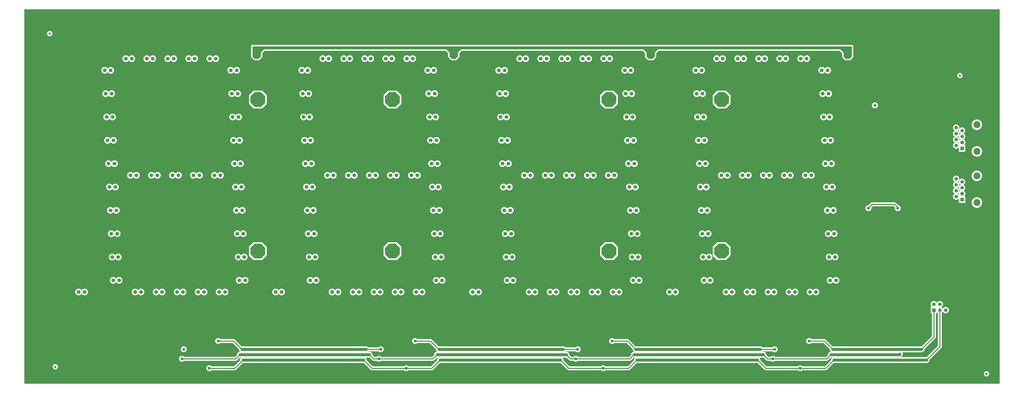
<source format=gbl>
%FSLAX24Y24*%
%MOIN*%
G70*
G01*
G75*
G04 Layer_Physical_Order=2*
G04 Layer_Color=16711680*
%ADD10R,0.0354X0.0354*%
%ADD11R,0.0630X0.0236*%
%ADD12R,0.0630X0.0236*%
%ADD13R,0.0394X0.0394*%
%ADD14O,0.0217X0.0689*%
%ADD15O,0.0689X0.0217*%
%ADD16R,0.1299X0.0787*%
%ADD17O,0.0236X0.0866*%
%ADD18R,0.0492X0.1201*%
%ADD19R,0.2185X0.2559*%
%ADD20R,0.0472X0.1378*%
%ADD21R,0.0335X0.0669*%
%ADD22R,0.0866X0.0925*%
%ADD23C,0.0394*%
%ADD24R,0.0630X0.1181*%
%ADD25R,0.0335X0.0335*%
%ADD26R,0.0787X0.2362*%
%ADD27O,0.0236X0.0866*%
%ADD28R,0.0610X0.0925*%
%ADD29C,0.0150*%
%ADD30C,0.0500*%
%ADD31C,0.0250*%
%ADD32C,0.0300*%
%ADD33C,0.0100*%
%ADD34R,0.0591X0.0591*%
%ADD35C,0.0591*%
%ADD36C,0.1161*%
%ADD37C,0.0630*%
%ADD38C,0.0591*%
%ADD39R,0.0591X0.0591*%
%ADD40P,0.2706X8X22.5*%
%ADD41C,0.0500*%
%ADD42C,0.0394*%
G36*
X164822Y303D02*
X303D01*
Y63467D01*
X164822D01*
Y303D01*
D02*
G37*
%LPC*%
G36*
X49036Y30108D02*
X48889Y30089D01*
X48751Y30032D01*
X48633Y29942D01*
X48543Y29824D01*
X48536Y29808D01*
Y29808D01*
Y29808D01*
Y29808D01*
X48536Y29808D01*
X48530Y29824D01*
X48439Y29942D01*
X48321Y30032D01*
X48184Y30089D01*
X48036Y30108D01*
X47889Y30089D01*
X47751Y30032D01*
X47633Y29942D01*
X47543Y29824D01*
X47486Y29686D01*
X47466Y29539D01*
X47486Y29391D01*
X47543Y29254D01*
X47633Y29136D01*
X47751Y29045D01*
X47889Y28988D01*
X48036Y28969D01*
X48184Y28988D01*
X48321Y29045D01*
X48439Y29136D01*
X48530Y29254D01*
X48536Y29269D01*
D01*
X48543Y29254D01*
X48633Y29136D01*
X48751Y29045D01*
X48889Y28988D01*
X49036Y28969D01*
X49184Y28988D01*
X49321Y29045D01*
X49439Y29136D01*
X49530Y29254D01*
X49586Y29391D01*
X49606Y29539D01*
X49586Y29686D01*
X49530Y29824D01*
X49439Y29942D01*
X49321Y30032D01*
X49184Y30089D01*
X49036Y30108D01*
D02*
G37*
G36*
X70295D02*
X70147Y30089D01*
X70010Y30032D01*
X69892Y29942D01*
X69801Y29824D01*
X69795Y29808D01*
Y29808D01*
Y29808D01*
Y29808D01*
X69795Y29808D01*
X69788Y29824D01*
X69697Y29942D01*
X69579Y30032D01*
X69442Y30089D01*
X69295Y30108D01*
X69147Y30089D01*
X69010Y30032D01*
X68892Y29942D01*
X68801Y29824D01*
X68744Y29686D01*
X68725Y29539D01*
X68744Y29391D01*
X68801Y29254D01*
X68892Y29136D01*
X69010Y29045D01*
X69147Y28988D01*
X69295Y28969D01*
X69442Y28988D01*
X69579Y29045D01*
X69697Y29136D01*
X69788Y29254D01*
X69795Y29269D01*
D01*
X69801Y29254D01*
X69892Y29136D01*
X70010Y29045D01*
X70147Y28988D01*
X70295Y28969D01*
X70442Y28988D01*
X70579Y29045D01*
X70697Y29136D01*
X70788Y29254D01*
X70845Y29391D01*
X70864Y29539D01*
X70845Y29686D01*
X70788Y29824D01*
X70697Y29942D01*
X70579Y30032D01*
X70442Y30089D01*
X70295Y30108D01*
D02*
G37*
G36*
X37067D02*
X36920Y30089D01*
X36783Y30032D01*
X36665Y29942D01*
X36574Y29824D01*
X36567Y29808D01*
Y29808D01*
Y29808D01*
Y29808D01*
X36567Y29808D01*
X36561Y29824D01*
X36470Y29942D01*
X36352Y30032D01*
X36215Y30089D01*
X36067Y30108D01*
X35920Y30089D01*
X35783Y30032D01*
X35665Y29942D01*
X35574Y29824D01*
X35517Y29686D01*
X35498Y29539D01*
X35517Y29391D01*
X35574Y29254D01*
X35665Y29136D01*
X35783Y29045D01*
X35920Y28988D01*
X36067Y28969D01*
X36215Y28988D01*
X36352Y29045D01*
X36470Y29136D01*
X36561Y29254D01*
X36567Y29269D01*
D01*
X36574Y29254D01*
X36665Y29136D01*
X36783Y29045D01*
X36920Y28988D01*
X37067Y28969D01*
X37215Y28988D01*
X37352Y29045D01*
X37470Y29136D01*
X37561Y29254D01*
X37618Y29391D01*
X37637Y29539D01*
X37618Y29686D01*
X37561Y29824D01*
X37470Y29942D01*
X37352Y30032D01*
X37215Y30089D01*
X37067Y30108D01*
D02*
G37*
G36*
X115648Y26171D02*
X115500Y26152D01*
X115363Y26095D01*
X115245Y26005D01*
X115154Y25886D01*
X115148Y25871D01*
Y25871D01*
Y25871D01*
Y25871D01*
X115148Y25871D01*
X115141Y25886D01*
X115051Y26005D01*
X114933Y26095D01*
X114795Y26152D01*
X114648Y26171D01*
X114500Y26152D01*
X114363Y26095D01*
X114245Y26005D01*
X114154Y25886D01*
X114097Y25749D01*
X114078Y25602D01*
X114097Y25454D01*
X114154Y25317D01*
X114245Y25199D01*
X114363Y25108D01*
X114500Y25051D01*
X114648Y25032D01*
X114795Y25051D01*
X114933Y25108D01*
X115051Y25199D01*
X115141Y25317D01*
X115148Y25332D01*
D01*
X115154Y25317D01*
X115245Y25199D01*
X115363Y25108D01*
X115500Y25051D01*
X115648Y25032D01*
X115795Y25051D01*
X115933Y25108D01*
X116051Y25199D01*
X116141Y25317D01*
X116198Y25454D01*
X116217Y25602D01*
X116198Y25749D01*
X116141Y25886D01*
X116051Y26005D01*
X115933Y26095D01*
X115795Y26152D01*
X115648Y26171D01*
D02*
G37*
G36*
X136906D02*
X136758Y26152D01*
X136621Y26095D01*
X136503Y26005D01*
X136412Y25886D01*
X136406Y25871D01*
Y25871D01*
Y25871D01*
Y25871D01*
X136406Y25871D01*
X136399Y25886D01*
X136309Y26005D01*
X136191Y26095D01*
X136053Y26152D01*
X135906Y26171D01*
X135758Y26152D01*
X135621Y26095D01*
X135503Y26005D01*
X135412Y25886D01*
X135355Y25749D01*
X135336Y25602D01*
X135355Y25454D01*
X135412Y25317D01*
X135503Y25199D01*
X135621Y25108D01*
X135758Y25051D01*
X135906Y25032D01*
X136053Y25051D01*
X136191Y25108D01*
X136309Y25199D01*
X136399Y25317D01*
X136406Y25332D01*
D01*
X136412Y25317D01*
X136503Y25199D01*
X136621Y25108D01*
X136758Y25051D01*
X136906Y25032D01*
X137053Y25051D01*
X137191Y25108D01*
X137309Y25199D01*
X137399Y25317D01*
X137456Y25454D01*
X137475Y25602D01*
X137456Y25749D01*
X137399Y25886D01*
X137309Y26005D01*
X137191Y26095D01*
X137053Y26152D01*
X136906Y26171D01*
D02*
G37*
G36*
X136749Y30108D02*
X136601Y30089D01*
X136464Y30032D01*
X136346Y29942D01*
X136255Y29824D01*
X136249Y29808D01*
Y29808D01*
Y29808D01*
Y29808D01*
X136249Y29808D01*
X136242Y29824D01*
X136152Y29942D01*
X136034Y30032D01*
X135896Y30089D01*
X135749Y30108D01*
X135601Y30089D01*
X135464Y30032D01*
X135346Y29942D01*
X135255Y29824D01*
X135198Y29686D01*
X135179Y29539D01*
X135198Y29391D01*
X135255Y29254D01*
X135346Y29136D01*
X135464Y29045D01*
X135601Y28988D01*
X135749Y28969D01*
X135896Y28988D01*
X136034Y29045D01*
X136152Y29136D01*
X136242Y29254D01*
X136249Y29269D01*
D01*
X136255Y29254D01*
X136346Y29136D01*
X136464Y29045D01*
X136601Y28988D01*
X136749Y28969D01*
X136896Y28988D01*
X137034Y29045D01*
X137152Y29136D01*
X137242Y29254D01*
X137299Y29391D01*
X137319Y29539D01*
X137299Y29686D01*
X137242Y29824D01*
X137152Y29942D01*
X137034Y30032D01*
X136896Y30089D01*
X136749Y30108D01*
D02*
G37*
G36*
X15809D02*
X15661Y30089D01*
X15524Y30032D01*
X15406Y29942D01*
X15315Y29824D01*
X15309Y29808D01*
Y29808D01*
Y29808D01*
Y29808D01*
X15309Y29808D01*
X15302Y29824D01*
X15212Y29942D01*
X15094Y30032D01*
X14956Y30089D01*
X14809Y30108D01*
X14661Y30089D01*
X14524Y30032D01*
X14406Y29942D01*
X14315Y29824D01*
X14259Y29686D01*
X14239Y29539D01*
X14259Y29391D01*
X14315Y29254D01*
X14406Y29136D01*
X14524Y29045D01*
X14661Y28988D01*
X14809Y28969D01*
X14956Y28988D01*
X15094Y29045D01*
X15212Y29136D01*
X15302Y29254D01*
X15309Y29269D01*
D01*
X15315Y29254D01*
X15406Y29136D01*
X15524Y29045D01*
X15661Y28988D01*
X15809Y28969D01*
X15956Y28988D01*
X16094Y29045D01*
X16212Y29136D01*
X16302Y29254D01*
X16359Y29391D01*
X16379Y29539D01*
X16359Y29686D01*
X16302Y29824D01*
X16212Y29942D01*
X16094Y30032D01*
X15956Y30089D01*
X15809Y30108D01*
D02*
G37*
G36*
X115491D02*
X115343Y30089D01*
X115206Y30032D01*
X115088Y29942D01*
X114997Y29824D01*
X114991Y29808D01*
Y29808D01*
Y29808D01*
Y29808D01*
X114991Y29808D01*
X114984Y29824D01*
X114894Y29942D01*
X114776Y30032D01*
X114638Y30089D01*
X114491Y30108D01*
X114343Y30089D01*
X114206Y30032D01*
X114088Y29942D01*
X113997Y29824D01*
X113940Y29686D01*
X113921Y29539D01*
X113940Y29391D01*
X113997Y29254D01*
X114088Y29136D01*
X114206Y29045D01*
X114343Y28988D01*
X114491Y28969D01*
X114638Y28988D01*
X114776Y29045D01*
X114894Y29136D01*
X114984Y29254D01*
X114991Y29269D01*
D01*
X114997Y29254D01*
X115088Y29136D01*
X115206Y29045D01*
X115343Y28988D01*
X115491Y28969D01*
X115638Y28988D01*
X115776Y29045D01*
X115894Y29136D01*
X115984Y29254D01*
X116041Y29391D01*
X116061Y29539D01*
X116041Y29686D01*
X115984Y29824D01*
X115894Y29942D01*
X115776Y30032D01*
X115638Y30089D01*
X115491Y30108D01*
D02*
G37*
G36*
X82263D02*
X82116Y30089D01*
X81978Y30032D01*
X81860Y29942D01*
X81770Y29824D01*
X81763Y29808D01*
Y29808D01*
Y29808D01*
Y29808D01*
X81763Y29808D01*
X81757Y29824D01*
X81666Y29942D01*
X81548Y30032D01*
X81411Y30089D01*
X81263Y30108D01*
X81116Y30089D01*
X80978Y30032D01*
X80860Y29942D01*
X80770Y29824D01*
X80713Y29686D01*
X80693Y29539D01*
X80713Y29391D01*
X80770Y29254D01*
X80860Y29136D01*
X80978Y29045D01*
X81116Y28988D01*
X81263Y28969D01*
X81411Y28988D01*
X81548Y29045D01*
X81666Y29136D01*
X81757Y29254D01*
X81763Y29269D01*
D01*
X81770Y29254D01*
X81860Y29136D01*
X81978Y29045D01*
X82116Y28988D01*
X82263Y28969D01*
X82411Y28988D01*
X82548Y29045D01*
X82666Y29136D01*
X82757Y29254D01*
X82814Y29391D01*
X82833Y29539D01*
X82814Y29686D01*
X82757Y29824D01*
X82666Y29942D01*
X82548Y30032D01*
X82411Y30089D01*
X82263Y30108D01*
D02*
G37*
G36*
X103522D02*
X103374Y30089D01*
X103237Y30032D01*
X103119Y29942D01*
X103028Y29824D01*
X103022Y29808D01*
Y29808D01*
Y29808D01*
Y29808D01*
X103022Y29808D01*
X103015Y29824D01*
X102925Y29942D01*
X102807Y30032D01*
X102669Y30089D01*
X102522Y30108D01*
X102374Y30089D01*
X102237Y30032D01*
X102119Y29942D01*
X102028Y29824D01*
X101971Y29686D01*
X101952Y29539D01*
X101971Y29391D01*
X102028Y29254D01*
X102119Y29136D01*
X102237Y29045D01*
X102374Y28988D01*
X102522Y28969D01*
X102669Y28988D01*
X102807Y29045D01*
X102925Y29136D01*
X103015Y29254D01*
X103022Y29269D01*
D01*
X103028Y29254D01*
X103119Y29136D01*
X103237Y29045D01*
X103374Y28988D01*
X103522Y28969D01*
X103669Y28988D01*
X103807Y29045D01*
X103925Y29136D01*
X104015Y29254D01*
X104072Y29391D01*
X104091Y29539D01*
X104072Y29686D01*
X104015Y29824D01*
X103925Y29942D01*
X103807Y30032D01*
X103669Y30089D01*
X103522Y30108D01*
D02*
G37*
G36*
X103679Y26171D02*
X103531Y26152D01*
X103394Y26095D01*
X103276Y26005D01*
X103185Y25886D01*
X103179Y25871D01*
Y25871D01*
Y25871D01*
Y25871D01*
X103179Y25871D01*
X103172Y25886D01*
X103081Y26005D01*
X102963Y26095D01*
X102826Y26152D01*
X102679Y26171D01*
X102531Y26152D01*
X102394Y26095D01*
X102276Y26005D01*
X102185Y25886D01*
X102128Y25749D01*
X102109Y25602D01*
X102128Y25454D01*
X102185Y25317D01*
X102276Y25199D01*
X102394Y25108D01*
X102531Y25051D01*
X102679Y25032D01*
X102826Y25051D01*
X102963Y25108D01*
X103081Y25199D01*
X103172Y25317D01*
X103179Y25332D01*
D01*
X103185Y25317D01*
X103276Y25199D01*
X103394Y25108D01*
X103531Y25051D01*
X103679Y25032D01*
X103826Y25051D01*
X103963Y25108D01*
X104081Y25199D01*
X104172Y25317D01*
X104229Y25454D01*
X104248Y25602D01*
X104229Y25749D01*
X104172Y25886D01*
X104081Y26005D01*
X103963Y26095D01*
X103826Y26152D01*
X103679Y26171D01*
D02*
G37*
G36*
X115805Y22234D02*
X115658Y22215D01*
X115520Y22158D01*
X115402Y22067D01*
X115312Y21949D01*
X115305Y21934D01*
Y21934D01*
Y21934D01*
Y21934D01*
X115305Y21934D01*
X115299Y21949D01*
X115208Y22067D01*
X115090Y22158D01*
X114953Y22215D01*
X114805Y22234D01*
X114658Y22215D01*
X114520Y22158D01*
X114402Y22067D01*
X114312Y21949D01*
X114255Y21812D01*
X114235Y21665D01*
X114255Y21517D01*
X114312Y21380D01*
X114402Y21262D01*
X114520Y21171D01*
X114658Y21114D01*
X114805Y21095D01*
X114953Y21114D01*
X115090Y21171D01*
X115208Y21262D01*
X115299Y21380D01*
X115305Y21395D01*
D01*
X115312Y21380D01*
X115402Y21262D01*
X115520Y21171D01*
X115658Y21114D01*
X115805Y21095D01*
X115953Y21114D01*
X116090Y21171D01*
X116208Y21262D01*
X116299Y21380D01*
X116356Y21517D01*
X116375Y21665D01*
X116356Y21812D01*
X116299Y21949D01*
X116208Y22067D01*
X116090Y22158D01*
X115953Y22215D01*
X115805Y22234D01*
D02*
G37*
G36*
X137064D02*
X136916Y22215D01*
X136779Y22158D01*
X136661Y22067D01*
X136570Y21949D01*
X136564Y21934D01*
Y21934D01*
Y21934D01*
Y21934D01*
X136564Y21934D01*
X136557Y21949D01*
X136467Y22067D01*
X136349Y22158D01*
X136211Y22215D01*
X136064Y22234D01*
X135916Y22215D01*
X135779Y22158D01*
X135661Y22067D01*
X135570Y21949D01*
X135513Y21812D01*
X135494Y21665D01*
X135513Y21517D01*
X135570Y21380D01*
X135661Y21262D01*
X135779Y21171D01*
X135916Y21114D01*
X136064Y21095D01*
X136211Y21114D01*
X136349Y21171D01*
X136467Y21262D01*
X136557Y21380D01*
X136564Y21395D01*
D01*
X136570Y21380D01*
X136661Y21262D01*
X136779Y21171D01*
X136916Y21114D01*
X137064Y21095D01*
X137211Y21114D01*
X137349Y21171D01*
X137467Y21262D01*
X137557Y21380D01*
X137614Y21517D01*
X137634Y21665D01*
X137614Y21812D01*
X137557Y21949D01*
X137467Y22067D01*
X137349Y22158D01*
X137211Y22215D01*
X137064Y22234D01*
D02*
G37*
G36*
X103837D02*
X103689Y22215D01*
X103552Y22158D01*
X103434Y22067D01*
X103343Y21949D01*
X103337Y21934D01*
Y21934D01*
Y21934D01*
Y21934D01*
X103337Y21934D01*
X103330Y21949D01*
X103240Y22067D01*
X103122Y22158D01*
X102984Y22215D01*
X102837Y22234D01*
X102689Y22215D01*
X102552Y22158D01*
X102434Y22067D01*
X102343Y21949D01*
X102286Y21812D01*
X102267Y21665D01*
X102286Y21517D01*
X102343Y21380D01*
X102434Y21262D01*
X102552Y21171D01*
X102689Y21114D01*
X102837Y21095D01*
X102984Y21114D01*
X103122Y21171D01*
X103240Y21262D01*
X103330Y21380D01*
X103337Y21395D01*
D01*
X103343Y21380D01*
X103434Y21262D01*
X103552Y21171D01*
X103689Y21114D01*
X103837Y21095D01*
X103984Y21114D01*
X104122Y21171D01*
X104240Y21262D01*
X104330Y21380D01*
X104387Y21517D01*
X104406Y21665D01*
X104387Y21812D01*
X104330Y21949D01*
X104240Y22067D01*
X104122Y22158D01*
X103984Y22215D01*
X103837Y22234D01*
D02*
G37*
G36*
X49351D02*
X49204Y22215D01*
X49066Y22158D01*
X48948Y22067D01*
X48857Y21949D01*
X48851Y21934D01*
Y21934D01*
Y21934D01*
Y21934D01*
X48851Y21934D01*
X48844Y21949D01*
X48754Y22067D01*
X48636Y22158D01*
X48498Y22215D01*
X48351Y22234D01*
X48204Y22215D01*
X48066Y22158D01*
X47948Y22067D01*
X47857Y21949D01*
X47801Y21812D01*
X47781Y21665D01*
X47801Y21517D01*
X47857Y21380D01*
X47948Y21262D01*
X48066Y21171D01*
X48204Y21114D01*
X48351Y21095D01*
X48498Y21114D01*
X48636Y21171D01*
X48754Y21262D01*
X48844Y21380D01*
X48851Y21395D01*
D01*
X48857Y21380D01*
X48948Y21262D01*
X49066Y21171D01*
X49204Y21114D01*
X49351Y21095D01*
X49498Y21114D01*
X49636Y21171D01*
X49754Y21262D01*
X49844Y21380D01*
X49901Y21517D01*
X49921Y21665D01*
X49901Y21812D01*
X49844Y21949D01*
X49754Y22067D01*
X49636Y22158D01*
X49498Y22215D01*
X49351Y22234D01*
D02*
G37*
G36*
X16124D02*
X15976Y22215D01*
X15839Y22158D01*
X15721Y22067D01*
X15630Y21949D01*
X15624Y21934D01*
Y21934D01*
Y21934D01*
Y21934D01*
X15624Y21934D01*
X15617Y21949D01*
X15527Y22067D01*
X15409Y22158D01*
X15271Y22215D01*
X15124Y22234D01*
X14976Y22215D01*
X14839Y22158D01*
X14721Y22067D01*
X14630Y21949D01*
X14573Y21812D01*
X14554Y21665D01*
X14573Y21517D01*
X14630Y21380D01*
X14721Y21262D01*
X14839Y21171D01*
X14976Y21114D01*
X15124Y21095D01*
X15271Y21114D01*
X15409Y21171D01*
X15527Y21262D01*
X15617Y21380D01*
X15624Y21395D01*
D01*
X15630Y21380D01*
X15721Y21262D01*
X15839Y21171D01*
X15976Y21114D01*
X16124Y21095D01*
X16271Y21114D01*
X16409Y21171D01*
X16527Y21262D01*
X16617Y21380D01*
X16674Y21517D01*
X16694Y21665D01*
X16674Y21812D01*
X16617Y21949D01*
X16527Y22067D01*
X16409Y22158D01*
X16271Y22215D01*
X16124Y22234D01*
D02*
G37*
G36*
X82420Y26171D02*
X82272Y26152D01*
X82135Y26095D01*
X82017Y26005D01*
X81926Y25886D01*
X81920Y25871D01*
Y25871D01*
Y25871D01*
Y25871D01*
X81920Y25871D01*
X81913Y25886D01*
X81823Y26005D01*
X81705Y26095D01*
X81567Y26152D01*
X81420Y26171D01*
X81272Y26152D01*
X81135Y26095D01*
X81017Y26005D01*
X80926Y25886D01*
X80870Y25749D01*
X80850Y25602D01*
X80870Y25454D01*
X80926Y25317D01*
X81017Y25199D01*
X81135Y25108D01*
X81272Y25051D01*
X81420Y25032D01*
X81567Y25051D01*
X81705Y25108D01*
X81823Y25199D01*
X81913Y25317D01*
X81920Y25332D01*
D01*
X81926Y25317D01*
X82017Y25199D01*
X82135Y25108D01*
X82272Y25051D01*
X82420Y25032D01*
X82567Y25051D01*
X82705Y25108D01*
X82823Y25199D01*
X82913Y25317D01*
X82970Y25454D01*
X82990Y25602D01*
X82970Y25749D01*
X82913Y25886D01*
X82823Y26005D01*
X82705Y26095D01*
X82567Y26152D01*
X82420Y26171D01*
D02*
G37*
G36*
X15966D02*
X15818Y26152D01*
X15681Y26095D01*
X15563Y26005D01*
X15472Y25886D01*
X15466Y25871D01*
Y25871D01*
Y25871D01*
Y25871D01*
X15466Y25871D01*
X15459Y25886D01*
X15369Y26005D01*
X15251Y26095D01*
X15113Y26152D01*
X14966Y26171D01*
X14818Y26152D01*
X14681Y26095D01*
X14563Y26005D01*
X14472Y25886D01*
X14415Y25749D01*
X14396Y25602D01*
X14415Y25454D01*
X14472Y25317D01*
X14563Y25199D01*
X14681Y25108D01*
X14818Y25051D01*
X14966Y25032D01*
X15113Y25051D01*
X15251Y25108D01*
X15369Y25199D01*
X15459Y25317D01*
X15466Y25332D01*
D01*
X15472Y25317D01*
X15563Y25199D01*
X15681Y25108D01*
X15818Y25051D01*
X15966Y25032D01*
X16113Y25051D01*
X16251Y25108D01*
X16369Y25199D01*
X16459Y25317D01*
X16516Y25454D01*
X16536Y25602D01*
X16516Y25749D01*
X16459Y25886D01*
X16369Y26005D01*
X16251Y26095D01*
X16113Y26152D01*
X15966Y26171D01*
D02*
G37*
G36*
X70451D02*
X70304Y26152D01*
X70167Y26095D01*
X70048Y26005D01*
X69958Y25886D01*
X69951Y25871D01*
Y25871D01*
Y25871D01*
Y25871D01*
X69951Y25871D01*
X69945Y25886D01*
X69854Y26005D01*
X69736Y26095D01*
X69599Y26152D01*
X69451Y26171D01*
X69304Y26152D01*
X69167Y26095D01*
X69048Y26005D01*
X68958Y25886D01*
X68901Y25749D01*
X68882Y25602D01*
X68901Y25454D01*
X68958Y25317D01*
X69048Y25199D01*
X69167Y25108D01*
X69304Y25051D01*
X69451Y25032D01*
X69599Y25051D01*
X69736Y25108D01*
X69854Y25199D01*
X69945Y25317D01*
X69951Y25332D01*
D01*
X69958Y25317D01*
X70048Y25199D01*
X70167Y25108D01*
X70304Y25051D01*
X70451Y25032D01*
X70599Y25051D01*
X70736Y25108D01*
X70854Y25199D01*
X70945Y25317D01*
X71002Y25454D01*
X71021Y25602D01*
X71002Y25749D01*
X70945Y25886D01*
X70854Y26005D01*
X70736Y26095D01*
X70599Y26152D01*
X70451Y26171D01*
D02*
G37*
G36*
X37224D02*
X37077Y26152D01*
X36939Y26095D01*
X36821Y26005D01*
X36731Y25886D01*
X36724Y25871D01*
Y25871D01*
Y25871D01*
Y25871D01*
X36724Y25871D01*
X36718Y25886D01*
X36627Y26005D01*
X36509Y26095D01*
X36372Y26152D01*
X36224Y26171D01*
X36077Y26152D01*
X35939Y26095D01*
X35821Y26005D01*
X35731Y25886D01*
X35674Y25749D01*
X35655Y25602D01*
X35674Y25454D01*
X35731Y25317D01*
X35821Y25199D01*
X35939Y25108D01*
X36077Y25051D01*
X36224Y25032D01*
X36372Y25051D01*
X36509Y25108D01*
X36627Y25199D01*
X36718Y25317D01*
X36724Y25332D01*
D01*
X36731Y25317D01*
X36821Y25199D01*
X36939Y25108D01*
X37077Y25051D01*
X37224Y25032D01*
X37372Y25051D01*
X37509Y25108D01*
X37627Y25199D01*
X37718Y25317D01*
X37775Y25454D01*
X37794Y25602D01*
X37775Y25749D01*
X37718Y25886D01*
X37627Y26005D01*
X37509Y26095D01*
X37372Y26152D01*
X37224Y26171D01*
D02*
G37*
G36*
X49193D02*
X49045Y26152D01*
X48908Y26095D01*
X48790Y26005D01*
X48699Y25886D01*
X48693Y25871D01*
Y25871D01*
Y25871D01*
Y25871D01*
X48693Y25871D01*
X48686Y25886D01*
X48596Y26005D01*
X48478Y26095D01*
X48340Y26152D01*
X48193Y26171D01*
X48045Y26152D01*
X47908Y26095D01*
X47790Y26005D01*
X47699Y25886D01*
X47642Y25749D01*
X47623Y25602D01*
X47642Y25454D01*
X47699Y25317D01*
X47790Y25199D01*
X47908Y25108D01*
X48045Y25051D01*
X48193Y25032D01*
X48340Y25051D01*
X48478Y25108D01*
X48596Y25199D01*
X48686Y25317D01*
X48693Y25332D01*
D01*
X48699Y25317D01*
X48790Y25199D01*
X48908Y25108D01*
X49045Y25051D01*
X49193Y25032D01*
X49340Y25051D01*
X49478Y25108D01*
X49596Y25199D01*
X49686Y25317D01*
X49743Y25454D01*
X49763Y25602D01*
X49743Y25749D01*
X49686Y25886D01*
X49596Y26005D01*
X49478Y26095D01*
X49340Y26152D01*
X49193Y26171D01*
D02*
G37*
G36*
X52421Y36014D02*
X52274Y35995D01*
X52136Y35938D01*
X52018Y35847D01*
X51928Y35729D01*
X51921Y35713D01*
Y35713D01*
Y35713D01*
Y35713D01*
X51921Y35713D01*
X51915Y35729D01*
X51824Y35847D01*
X51706Y35938D01*
X51569Y35995D01*
X51421Y36014D01*
X51274Y35995D01*
X51136Y35938D01*
X51018Y35847D01*
X50928Y35729D01*
X50871Y35592D01*
X50851Y35444D01*
X50871Y35297D01*
X50928Y35159D01*
X51018Y35041D01*
X51136Y34951D01*
X51274Y34894D01*
X51421Y34874D01*
X51569Y34894D01*
X51706Y34951D01*
X51824Y35041D01*
X51915Y35159D01*
X51921Y35175D01*
D01*
X51928Y35159D01*
X52018Y35041D01*
X52136Y34951D01*
X52274Y34894D01*
X52421Y34874D01*
X52569Y34894D01*
X52706Y34951D01*
X52824Y35041D01*
X52915Y35159D01*
X52972Y35297D01*
X52991Y35444D01*
X52972Y35592D01*
X52915Y35729D01*
X52824Y35847D01*
X52706Y35938D01*
X52569Y35995D01*
X52421Y36014D01*
D02*
G37*
G36*
X55965D02*
X55817Y35995D01*
X55680Y35938D01*
X55562Y35847D01*
X55471Y35729D01*
X55465Y35713D01*
Y35713D01*
Y35713D01*
Y35713D01*
X55465Y35713D01*
X55458Y35729D01*
X55367Y35847D01*
X55249Y35938D01*
X55112Y35995D01*
X54965Y36014D01*
X54817Y35995D01*
X54680Y35938D01*
X54562Y35847D01*
X54471Y35729D01*
X54414Y35592D01*
X54395Y35444D01*
X54414Y35297D01*
X54471Y35159D01*
X54562Y35041D01*
X54680Y34951D01*
X54817Y34894D01*
X54965Y34874D01*
X55112Y34894D01*
X55249Y34951D01*
X55367Y35041D01*
X55458Y35159D01*
X55465Y35175D01*
D01*
X55471Y35159D01*
X55562Y35041D01*
X55680Y34951D01*
X55817Y34894D01*
X55965Y34874D01*
X56112Y34894D01*
X56249Y34951D01*
X56367Y35041D01*
X56458Y35159D01*
X56515Y35297D01*
X56534Y35444D01*
X56515Y35592D01*
X56458Y35729D01*
X56367Y35847D01*
X56249Y35938D01*
X56112Y35995D01*
X55965Y36014D01*
D02*
G37*
G36*
X33367D02*
X33220Y35995D01*
X33082Y35938D01*
X32964Y35847D01*
X32874Y35729D01*
X32867Y35713D01*
Y35713D01*
Y35713D01*
Y35713D01*
X32867Y35713D01*
X32861Y35729D01*
X32770Y35847D01*
X32652Y35938D01*
X32515Y35995D01*
X32367Y36014D01*
X32220Y35995D01*
X32082Y35938D01*
X31964Y35847D01*
X31874Y35729D01*
X31817Y35592D01*
X31798Y35444D01*
X31817Y35297D01*
X31874Y35159D01*
X31964Y35041D01*
X32082Y34951D01*
X32220Y34894D01*
X32367Y34874D01*
X32515Y34894D01*
X32652Y34951D01*
X32770Y35041D01*
X32861Y35159D01*
X32867Y35175D01*
D01*
X32874Y35159D01*
X32964Y35041D01*
X33082Y34951D01*
X33220Y34894D01*
X33367Y34874D01*
X33515Y34894D01*
X33652Y34951D01*
X33770Y35041D01*
X33861Y35159D01*
X33918Y35297D01*
X33937Y35444D01*
X33918Y35592D01*
X33861Y35729D01*
X33770Y35847D01*
X33652Y35938D01*
X33515Y35995D01*
X33367Y36014D01*
D02*
G37*
G36*
X160974Y36244D02*
X160800Y36227D01*
X160632Y36176D01*
X160478Y36093D01*
X160342Y35982D01*
X160231Y35847D01*
X160148Y35692D01*
X160098Y35524D01*
X160080Y35350D01*
X160098Y35176D01*
X160148Y35008D01*
X160231Y34853D01*
X160342Y34718D01*
X160478Y34607D01*
X160632Y34524D01*
X160800Y34473D01*
X160974Y34456D01*
X161149Y34473D01*
X161317Y34524D01*
X161471Y34607D01*
X161607Y34718D01*
X161718Y34853D01*
X161800Y35008D01*
X161851Y35176D01*
X161869Y35350D01*
X161851Y35524D01*
X161800Y35692D01*
X161718Y35847D01*
X161607Y35982D01*
X161471Y36093D01*
X161317Y36176D01*
X161149Y36227D01*
X160974Y36244D01*
D02*
G37*
G36*
X29824Y36014D02*
X29677Y35995D01*
X29539Y35938D01*
X29421Y35847D01*
X29331Y35729D01*
X29324Y35713D01*
Y35713D01*
Y35713D01*
Y35713D01*
X29324Y35713D01*
X29318Y35729D01*
X29227Y35847D01*
X29109Y35938D01*
X28972Y35995D01*
X28824Y36014D01*
X28677Y35995D01*
X28539Y35938D01*
X28421Y35847D01*
X28331Y35729D01*
X28274Y35592D01*
X28254Y35444D01*
X28274Y35297D01*
X28331Y35159D01*
X28421Y35041D01*
X28539Y34951D01*
X28677Y34894D01*
X28824Y34874D01*
X28972Y34894D01*
X29109Y34951D01*
X29227Y35041D01*
X29318Y35159D01*
X29324Y35175D01*
D01*
X29331Y35159D01*
X29421Y35041D01*
X29539Y34951D01*
X29677Y34894D01*
X29824Y34874D01*
X29972Y34894D01*
X30109Y34951D01*
X30227Y35041D01*
X30318Y35159D01*
X30374Y35297D01*
X30394Y35444D01*
X30374Y35592D01*
X30318Y35729D01*
X30227Y35847D01*
X30109Y35938D01*
X29972Y35995D01*
X29824Y36014D01*
D02*
G37*
G36*
X85648D02*
X85501Y35995D01*
X85363Y35938D01*
X85245Y35847D01*
X85155Y35729D01*
X85148Y35713D01*
Y35713D01*
Y35713D01*
Y35713D01*
X85148Y35713D01*
X85142Y35729D01*
X85051Y35847D01*
X84933Y35938D01*
X84796Y35995D01*
X84648Y36014D01*
X84501Y35995D01*
X84363Y35938D01*
X84245Y35847D01*
X84155Y35729D01*
X84098Y35592D01*
X84078Y35444D01*
X84098Y35297D01*
X84155Y35159D01*
X84245Y35041D01*
X84363Y34951D01*
X84501Y34894D01*
X84648Y34874D01*
X84796Y34894D01*
X84933Y34951D01*
X85051Y35041D01*
X85142Y35159D01*
X85148Y35175D01*
D01*
X85155Y35159D01*
X85245Y35041D01*
X85363Y34951D01*
X85501Y34894D01*
X85648Y34874D01*
X85796Y34894D01*
X85933Y34951D01*
X86051Y35041D01*
X86142Y35159D01*
X86199Y35297D01*
X86218Y35444D01*
X86199Y35592D01*
X86142Y35729D01*
X86051Y35847D01*
X85933Y35938D01*
X85796Y35995D01*
X85648Y36014D01*
D02*
G37*
G36*
X89192D02*
X89044Y35995D01*
X88907Y35938D01*
X88789Y35847D01*
X88698Y35729D01*
X88692Y35713D01*
Y35713D01*
Y35713D01*
Y35713D01*
X88692Y35713D01*
X88685Y35729D01*
X88595Y35847D01*
X88477Y35938D01*
X88339Y35995D01*
X88192Y36014D01*
X88044Y35995D01*
X87907Y35938D01*
X87789Y35847D01*
X87698Y35729D01*
X87641Y35592D01*
X87622Y35444D01*
X87641Y35297D01*
X87698Y35159D01*
X87789Y35041D01*
X87907Y34951D01*
X88044Y34894D01*
X88192Y34874D01*
X88339Y34894D01*
X88477Y34951D01*
X88595Y35041D01*
X88685Y35159D01*
X88692Y35175D01*
D01*
X88698Y35159D01*
X88789Y35041D01*
X88907Y34951D01*
X89044Y34894D01*
X89192Y34874D01*
X89339Y34894D01*
X89477Y34951D01*
X89595Y35041D01*
X89685Y35159D01*
X89742Y35297D01*
X89761Y35444D01*
X89742Y35592D01*
X89685Y35729D01*
X89595Y35847D01*
X89477Y35938D01*
X89339Y35995D01*
X89192Y36014D01*
D02*
G37*
G36*
X66594D02*
X66447Y35995D01*
X66310Y35938D01*
X66192Y35847D01*
X66101Y35729D01*
X66094Y35713D01*
Y35713D01*
Y35713D01*
Y35713D01*
X66094Y35713D01*
X66088Y35729D01*
X65997Y35847D01*
X65879Y35938D01*
X65742Y35995D01*
X65594Y36014D01*
X65447Y35995D01*
X65310Y35938D01*
X65192Y35847D01*
X65101Y35729D01*
X65044Y35592D01*
X65025Y35444D01*
X65044Y35297D01*
X65101Y35159D01*
X65192Y35041D01*
X65310Y34951D01*
X65447Y34894D01*
X65594Y34874D01*
X65742Y34894D01*
X65879Y34951D01*
X65997Y35041D01*
X66088Y35159D01*
X66094Y35175D01*
D01*
X66101Y35159D01*
X66192Y35041D01*
X66310Y34951D01*
X66447Y34894D01*
X66594Y34874D01*
X66742Y34894D01*
X66879Y34951D01*
X66997Y35041D01*
X67088Y35159D01*
X67145Y35297D01*
X67164Y35444D01*
X67145Y35592D01*
X67088Y35729D01*
X66997Y35847D01*
X66879Y35938D01*
X66742Y35995D01*
X66594Y36014D01*
D02*
G37*
G36*
X59508D02*
X59360Y35995D01*
X59223Y35938D01*
X59105Y35847D01*
X59014Y35729D01*
X59008Y35713D01*
Y35713D01*
Y35713D01*
Y35713D01*
X59008Y35713D01*
X59001Y35729D01*
X58911Y35847D01*
X58793Y35938D01*
X58655Y35995D01*
X58508Y36014D01*
X58360Y35995D01*
X58223Y35938D01*
X58105Y35847D01*
X58014Y35729D01*
X57957Y35592D01*
X57938Y35444D01*
X57957Y35297D01*
X58014Y35159D01*
X58105Y35041D01*
X58223Y34951D01*
X58360Y34894D01*
X58508Y34874D01*
X58655Y34894D01*
X58793Y34951D01*
X58911Y35041D01*
X59001Y35159D01*
X59008Y35175D01*
D01*
X59014Y35159D01*
X59105Y35041D01*
X59223Y34951D01*
X59360Y34894D01*
X59508Y34874D01*
X59655Y34894D01*
X59793Y34951D01*
X59911Y35041D01*
X60001Y35159D01*
X60058Y35297D01*
X60078Y35444D01*
X60058Y35592D01*
X60001Y35729D01*
X59911Y35847D01*
X59793Y35938D01*
X59655Y35995D01*
X59508Y36014D01*
D02*
G37*
G36*
X63051D02*
X62904Y35995D01*
X62766Y35938D01*
X62648Y35847D01*
X62558Y35729D01*
X62551Y35713D01*
Y35713D01*
Y35713D01*
Y35713D01*
X62551Y35713D01*
X62545Y35729D01*
X62454Y35847D01*
X62336Y35938D01*
X62199Y35995D01*
X62051Y36014D01*
X61904Y35995D01*
X61766Y35938D01*
X61648Y35847D01*
X61558Y35729D01*
X61501Y35592D01*
X61481Y35444D01*
X61501Y35297D01*
X61558Y35159D01*
X61648Y35041D01*
X61766Y34951D01*
X61904Y34894D01*
X62051Y34874D01*
X62199Y34894D01*
X62336Y34951D01*
X62454Y35041D01*
X62545Y35159D01*
X62551Y35175D01*
D01*
X62558Y35159D01*
X62648Y35041D01*
X62766Y34951D01*
X62904Y34894D01*
X63051Y34874D01*
X63199Y34894D01*
X63336Y34951D01*
X63454Y35041D01*
X63545Y35159D01*
X63602Y35297D01*
X63621Y35444D01*
X63602Y35592D01*
X63545Y35729D01*
X63454Y35847D01*
X63336Y35938D01*
X63199Y35995D01*
X63051Y36014D01*
D02*
G37*
G36*
X48879Y34045D02*
X48731Y34026D01*
X48594Y33969D01*
X48476Y33879D01*
X48385Y33760D01*
X48379Y33745D01*
Y33745D01*
Y33745D01*
Y33745D01*
X48379Y33745D01*
X48372Y33760D01*
X48281Y33879D01*
X48163Y33969D01*
X48026Y34026D01*
X47879Y34045D01*
X47731Y34026D01*
X47594Y33969D01*
X47476Y33879D01*
X47385Y33760D01*
X47328Y33623D01*
X47309Y33476D01*
X47328Y33328D01*
X47385Y33191D01*
X47476Y33073D01*
X47594Y32982D01*
X47731Y32925D01*
X47879Y32906D01*
X48026Y32925D01*
X48163Y32982D01*
X48281Y33073D01*
X48372Y33191D01*
X48379Y33206D01*
D01*
X48385Y33191D01*
X48476Y33073D01*
X48594Y32982D01*
X48731Y32925D01*
X48879Y32906D01*
X49026Y32925D01*
X49163Y32982D01*
X49281Y33073D01*
X49372Y33191D01*
X49429Y33328D01*
X49448Y33476D01*
X49429Y33623D01*
X49372Y33760D01*
X49281Y33879D01*
X49163Y33969D01*
X49026Y34026D01*
X48879Y34045D01*
D02*
G37*
G36*
X103364D02*
X103217Y34026D01*
X103079Y33969D01*
X102961Y33879D01*
X102871Y33760D01*
X102864Y33745D01*
Y33745D01*
Y33745D01*
Y33745D01*
X102864Y33745D01*
X102858Y33760D01*
X102767Y33879D01*
X102649Y33969D01*
X102512Y34026D01*
X102364Y34045D01*
X102217Y34026D01*
X102079Y33969D01*
X101961Y33879D01*
X101871Y33760D01*
X101814Y33623D01*
X101794Y33476D01*
X101814Y33328D01*
X101871Y33191D01*
X101961Y33073D01*
X102079Y32982D01*
X102217Y32925D01*
X102364Y32906D01*
X102512Y32925D01*
X102649Y32982D01*
X102767Y33073D01*
X102858Y33191D01*
X102864Y33206D01*
D01*
X102871Y33191D01*
X102961Y33073D01*
X103079Y32982D01*
X103217Y32925D01*
X103364Y32906D01*
X103512Y32925D01*
X103649Y32982D01*
X103767Y33073D01*
X103858Y33191D01*
X103915Y33328D01*
X103934Y33476D01*
X103915Y33623D01*
X103858Y33760D01*
X103767Y33879D01*
X103649Y33969D01*
X103512Y34026D01*
X103364Y34045D01*
D02*
G37*
G36*
X115333D02*
X115185Y34026D01*
X115048Y33969D01*
X114930Y33879D01*
X114839Y33760D01*
X114833Y33745D01*
Y33745D01*
Y33745D01*
Y33745D01*
X114833Y33745D01*
X114826Y33760D01*
X114736Y33879D01*
X114618Y33969D01*
X114480Y34026D01*
X114333Y34045D01*
X114185Y34026D01*
X114048Y33969D01*
X113930Y33879D01*
X113839Y33760D01*
X113782Y33623D01*
X113763Y33476D01*
X113782Y33328D01*
X113839Y33191D01*
X113930Y33073D01*
X114048Y32982D01*
X114185Y32925D01*
X114333Y32906D01*
X114480Y32925D01*
X114618Y32982D01*
X114736Y33073D01*
X114826Y33191D01*
X114833Y33206D01*
D01*
X114839Y33191D01*
X114930Y33073D01*
X115048Y32982D01*
X115185Y32925D01*
X115333Y32906D01*
X115480Y32925D01*
X115618Y32982D01*
X115736Y33073D01*
X115826Y33191D01*
X115883Y33328D01*
X115903Y33476D01*
X115883Y33623D01*
X115826Y33760D01*
X115736Y33879D01*
X115618Y33969D01*
X115480Y34026D01*
X115333Y34045D01*
D02*
G37*
G36*
X147124Y30878D02*
X143274D01*
X143268Y30877D01*
X143261Y30878D01*
X143226Y30871D01*
X143190Y30867D01*
X143184Y30864D01*
X143177Y30863D01*
X143144Y30848D01*
X143111Y30834D01*
X143105Y30830D01*
X143099Y30827D01*
X143071Y30804D01*
X143043Y30782D01*
X143039Y30777D01*
X143034Y30772D01*
X142692Y30402D01*
X142674Y30404D01*
X142544Y30387D01*
X142422Y30337D01*
X142318Y30257D01*
X142238Y30152D01*
X142187Y30031D01*
X142170Y29900D01*
X142187Y29769D01*
X142238Y29648D01*
X142318Y29543D01*
X142422Y29463D01*
X142544Y29413D01*
X142674Y29396D01*
X142805Y29413D01*
X142927Y29463D01*
X143031Y29543D01*
X143111Y29648D01*
X143162Y29769D01*
X143179Y29900D01*
X143172Y29955D01*
X143418Y30222D01*
X146989D01*
X147150Y30061D01*
X147137Y30031D01*
X147120Y29900D01*
X147137Y29769D01*
X147188Y29648D01*
X147268Y29543D01*
X147372Y29463D01*
X147494Y29413D01*
X147624Y29396D01*
X147755Y29413D01*
X147877Y29463D01*
X147981Y29543D01*
X148061Y29648D01*
X148112Y29769D01*
X148129Y29900D01*
X148112Y30031D01*
X148061Y30152D01*
X147981Y30257D01*
X147877Y30337D01*
X147755Y30387D01*
X147750Y30388D01*
X147356Y30782D01*
X147288Y30834D01*
X147249Y30850D01*
X147209Y30867D01*
X147167Y30872D01*
X147124Y30878D01*
D02*
G37*
G36*
X160974Y31744D02*
X160800Y31727D01*
X160632Y31676D01*
X160478Y31593D01*
X160342Y31482D01*
X160231Y31347D01*
X160148Y31192D01*
X160098Y31024D01*
X160080Y30850D01*
X160098Y30676D01*
X160148Y30508D01*
X160231Y30353D01*
X160342Y30218D01*
X160478Y30107D01*
X160632Y30024D01*
X160800Y29973D01*
X160974Y29956D01*
X161149Y29973D01*
X161317Y30024D01*
X161471Y30107D01*
X161607Y30218D01*
X161718Y30353D01*
X161800Y30508D01*
X161851Y30676D01*
X161869Y30850D01*
X161851Y31024D01*
X161800Y31192D01*
X161718Y31347D01*
X161607Y31482D01*
X161471Y31593D01*
X161317Y31676D01*
X161149Y31727D01*
X160974Y31744D01*
D02*
G37*
G36*
X157474Y35400D02*
X157332Y35381D01*
X157199Y35326D01*
X157086Y35239D01*
X156998Y35125D01*
X156943Y34992D01*
X156925Y34850D01*
X156943Y34708D01*
X156998Y34575D01*
X157086Y34461D01*
X157199Y34374D01*
X157257Y34350D01*
Y34350D01*
D01*
D01*
D01*
X157199Y34326D01*
X157086Y34239D01*
X156998Y34125D01*
X156943Y33992D01*
X156925Y33850D01*
X156943Y33708D01*
X156998Y33575D01*
X157086Y33461D01*
X157199Y33374D01*
X157257Y33350D01*
Y33350D01*
D01*
D01*
D01*
X157199Y33326D01*
X157086Y33239D01*
X156998Y33125D01*
X156943Y32992D01*
X156925Y32850D01*
X156943Y32708D01*
X156998Y32575D01*
X157086Y32461D01*
X157199Y32374D01*
X157257Y32350D01*
Y32350D01*
D01*
D01*
D01*
X157199Y32326D01*
X157086Y32239D01*
X156998Y32125D01*
X156943Y31992D01*
X156925Y31850D01*
X156943Y31708D01*
X156998Y31575D01*
X157086Y31461D01*
X157199Y31374D01*
X157332Y31319D01*
X157474Y31300D01*
X157617Y31319D01*
X157749Y31374D01*
X157863Y31461D01*
X157929Y31547D01*
D01*
Y30805D01*
X159020D01*
Y31895D01*
X158810D01*
X158877Y31947D01*
X158968Y32065D01*
X159025Y32203D01*
X159044Y32350D01*
X159025Y32497D01*
X158968Y32635D01*
X158877Y32753D01*
X158759Y32843D01*
X158718Y32861D01*
X158718Y32861D01*
X158749Y32874D01*
X158863Y32961D01*
X158951Y33075D01*
X159006Y33208D01*
X159024Y33350D01*
X159006Y33492D01*
X158951Y33625D01*
X158863Y33739D01*
X158749Y33826D01*
X158692Y33850D01*
X158692D01*
X158749Y33874D01*
X158863Y33961D01*
X158951Y34075D01*
X159006Y34208D01*
X159024Y34350D01*
X159006Y34492D01*
X158951Y34625D01*
X158863Y34739D01*
X158749Y34826D01*
X158617Y34881D01*
X158474Y34900D01*
X158332Y34881D01*
X158200Y34826D01*
X158086Y34739D01*
X157998Y34625D01*
X157943Y34492D01*
X157925Y34350D01*
X157943Y34208D01*
X157998Y34075D01*
X158086Y33961D01*
X158200Y33874D01*
X158257Y33850D01*
Y33850D01*
D01*
D01*
D01*
X158200Y33826D01*
X158086Y33739D01*
X157998Y33625D01*
X157943Y33492D01*
X157925Y33350D01*
X157943Y33208D01*
X157998Y33075D01*
X158086Y32961D01*
X158200Y32874D01*
X158231Y32861D01*
D01*
D01*
Y32861D01*
D01*
X158190Y32843D01*
X158072Y32753D01*
X157981Y32635D01*
X157924Y32497D01*
X157905Y32350D01*
X157924Y32203D01*
X157981Y32065D01*
X158072Y31947D01*
X158139Y31895D01*
Y31895D01*
X158139D01*
X158139D01*
X158019D01*
X158006Y31992D01*
X157951Y32125D01*
X157863Y32239D01*
X157749Y32326D01*
X157692Y32350D01*
X157692D01*
X157749Y32374D01*
X157863Y32461D01*
X157951Y32575D01*
X158006Y32708D01*
X158024Y32850D01*
X158006Y32992D01*
X157951Y33125D01*
X157863Y33239D01*
X157749Y33326D01*
X157692Y33350D01*
X157692D01*
X157749Y33374D01*
X157863Y33461D01*
X157951Y33575D01*
X158006Y33708D01*
X158024Y33850D01*
X158006Y33992D01*
X157951Y34125D01*
X157863Y34239D01*
X157749Y34326D01*
X157692Y34350D01*
X157692D01*
X157749Y34374D01*
X157863Y34461D01*
X157951Y34575D01*
X158006Y34708D01*
X158024Y34850D01*
X158006Y34992D01*
X157951Y35125D01*
X157863Y35239D01*
X157749Y35326D01*
X157617Y35381D01*
X157474Y35400D01*
D02*
G37*
G36*
X82106Y34045D02*
X81958Y34026D01*
X81821Y33969D01*
X81703Y33879D01*
X81612Y33760D01*
X81606Y33745D01*
Y33745D01*
Y33745D01*
Y33745D01*
X81606Y33745D01*
X81599Y33760D01*
X81509Y33879D01*
X81391Y33969D01*
X81253Y34026D01*
X81106Y34045D01*
X80958Y34026D01*
X80821Y33969D01*
X80703Y33879D01*
X80612Y33760D01*
X80555Y33623D01*
X80536Y33476D01*
X80555Y33328D01*
X80612Y33191D01*
X80703Y33073D01*
X80821Y32982D01*
X80958Y32925D01*
X81106Y32906D01*
X81253Y32925D01*
X81391Y32982D01*
X81509Y33073D01*
X81599Y33191D01*
X81606Y33206D01*
D01*
X81612Y33191D01*
X81703Y33073D01*
X81821Y32982D01*
X81958Y32925D01*
X82106Y32906D01*
X82253Y32925D01*
X82391Y32982D01*
X82509Y33073D01*
X82599Y33191D01*
X82656Y33328D01*
X82675Y33476D01*
X82656Y33623D01*
X82599Y33760D01*
X82509Y33879D01*
X82391Y33969D01*
X82253Y34026D01*
X82106Y34045D01*
D02*
G37*
G36*
X15651D02*
X15504Y34026D01*
X15367Y33969D01*
X15249Y33879D01*
X15158Y33760D01*
X15151Y33745D01*
Y33745D01*
Y33745D01*
Y33745D01*
X15151Y33745D01*
X15145Y33760D01*
X15054Y33879D01*
X14936Y33969D01*
X14799Y34026D01*
X14651Y34045D01*
X14504Y34026D01*
X14367Y33969D01*
X14249Y33879D01*
X14158Y33760D01*
X14101Y33623D01*
X14082Y33476D01*
X14101Y33328D01*
X14158Y33191D01*
X14249Y33073D01*
X14367Y32982D01*
X14504Y32925D01*
X14651Y32906D01*
X14799Y32925D01*
X14936Y32982D01*
X15054Y33073D01*
X15145Y33191D01*
X15151Y33206D01*
D01*
X15158Y33191D01*
X15249Y33073D01*
X15367Y32982D01*
X15504Y32925D01*
X15651Y32906D01*
X15799Y32925D01*
X15936Y32982D01*
X16054Y33073D01*
X16145Y33191D01*
X16202Y33328D01*
X16221Y33476D01*
X16202Y33623D01*
X16145Y33760D01*
X16054Y33879D01*
X15936Y33969D01*
X15799Y34026D01*
X15651Y34045D01*
D02*
G37*
G36*
X36910D02*
X36763Y34026D01*
X36625Y33969D01*
X36507Y33879D01*
X36417Y33760D01*
X36410Y33745D01*
Y33745D01*
Y33745D01*
Y33745D01*
X36410Y33745D01*
X36404Y33760D01*
X36313Y33879D01*
X36195Y33969D01*
X36057Y34026D01*
X35910Y34045D01*
X35763Y34026D01*
X35625Y33969D01*
X35507Y33879D01*
X35417Y33760D01*
X35360Y33623D01*
X35340Y33476D01*
X35360Y33328D01*
X35417Y33191D01*
X35507Y33073D01*
X35625Y32982D01*
X35763Y32925D01*
X35910Y32906D01*
X36057Y32925D01*
X36195Y32982D01*
X36313Y33073D01*
X36404Y33191D01*
X36410Y33206D01*
D01*
X36417Y33191D01*
X36507Y33073D01*
X36625Y32982D01*
X36763Y32925D01*
X36910Y32906D01*
X37057Y32925D01*
X37195Y32982D01*
X37313Y33073D01*
X37404Y33191D01*
X37460Y33328D01*
X37480Y33476D01*
X37460Y33623D01*
X37404Y33760D01*
X37313Y33879D01*
X37195Y33969D01*
X37057Y34026D01*
X36910Y34045D01*
D02*
G37*
G36*
X136591D02*
X136444Y34026D01*
X136306Y33969D01*
X136188Y33879D01*
X136098Y33760D01*
X136091Y33745D01*
Y33745D01*
Y33745D01*
Y33745D01*
X136091Y33745D01*
X136085Y33760D01*
X135994Y33879D01*
X135876Y33969D01*
X135739Y34026D01*
X135591Y34045D01*
X135444Y34026D01*
X135306Y33969D01*
X135188Y33879D01*
X135098Y33760D01*
X135041Y33623D01*
X135021Y33476D01*
X135041Y33328D01*
X135098Y33191D01*
X135188Y33073D01*
X135306Y32982D01*
X135444Y32925D01*
X135591Y32906D01*
X135739Y32925D01*
X135876Y32982D01*
X135994Y33073D01*
X136085Y33191D01*
X136091Y33206D01*
D01*
X136098Y33191D01*
X136188Y33073D01*
X136306Y32982D01*
X136444Y32925D01*
X136591Y32906D01*
X136739Y32925D01*
X136876Y32982D01*
X136994Y33073D01*
X137085Y33191D01*
X137142Y33328D01*
X137161Y33476D01*
X137142Y33623D01*
X137085Y33760D01*
X136994Y33879D01*
X136876Y33969D01*
X136739Y34026D01*
X136591Y34045D01*
D02*
G37*
G36*
X70137D02*
X69990Y34026D01*
X69852Y33969D01*
X69734Y33879D01*
X69644Y33760D01*
X69637Y33745D01*
Y33745D01*
Y33745D01*
Y33745D01*
X69637Y33745D01*
X69631Y33760D01*
X69540Y33879D01*
X69422Y33969D01*
X69285Y34026D01*
X69137Y34045D01*
X68990Y34026D01*
X68852Y33969D01*
X68734Y33879D01*
X68644Y33760D01*
X68587Y33623D01*
X68567Y33476D01*
X68587Y33328D01*
X68644Y33191D01*
X68734Y33073D01*
X68852Y32982D01*
X68990Y32925D01*
X69137Y32906D01*
X69285Y32925D01*
X69422Y32982D01*
X69540Y33073D01*
X69631Y33191D01*
X69637Y33206D01*
D01*
X69644Y33191D01*
X69734Y33073D01*
X69852Y32982D01*
X69990Y32925D01*
X70137Y32906D01*
X70285Y32925D01*
X70422Y32982D01*
X70540Y33073D01*
X70631Y33191D01*
X70688Y33328D01*
X70707Y33476D01*
X70688Y33623D01*
X70631Y33760D01*
X70540Y33879D01*
X70422Y33969D01*
X70285Y34026D01*
X70137Y34045D01*
D02*
G37*
G36*
X37382Y22234D02*
X37235Y22215D01*
X37098Y22158D01*
X36980Y22067D01*
X36889Y21949D01*
X36882Y21934D01*
Y21934D01*
Y21934D01*
Y21934D01*
X36882Y21934D01*
X36876Y21949D01*
X36785Y22067D01*
X36667Y22158D01*
X36530Y22215D01*
X36382Y22234D01*
X36235Y22215D01*
X36098Y22158D01*
X35980Y22067D01*
X35889Y21949D01*
X35832Y21812D01*
X35813Y21665D01*
X35832Y21517D01*
X35889Y21380D01*
X35980Y21262D01*
X36098Y21171D01*
X36235Y21114D01*
X36382Y21095D01*
X36530Y21114D01*
X36667Y21171D01*
X36785Y21262D01*
X36876Y21380D01*
X36882Y21395D01*
D01*
X36889Y21380D01*
X36980Y21262D01*
X37098Y21171D01*
X37235Y21114D01*
X37382Y21095D01*
X37530Y21114D01*
X37667Y21171D01*
X37785Y21262D01*
X37876Y21380D01*
X37933Y21517D01*
X37952Y21665D01*
X37933Y21812D01*
X37876Y21949D01*
X37785Y22067D01*
X37667Y22158D01*
X37530Y22215D01*
X37382Y22234D01*
D02*
G37*
G36*
X76909Y16329D02*
X76761Y16309D01*
X76624Y16253D01*
X76506Y16162D01*
X76415Y16044D01*
X76409Y16028D01*
Y16028D01*
Y16028D01*
Y16028D01*
X76409Y16028D01*
X76402Y16044D01*
X76312Y16162D01*
X76194Y16253D01*
X76056Y16309D01*
X75909Y16329D01*
X75761Y16309D01*
X75624Y16253D01*
X75506Y16162D01*
X75415Y16044D01*
X75358Y15907D01*
X75339Y15759D01*
X75358Y15612D01*
X75415Y15474D01*
X75506Y15356D01*
X75624Y15266D01*
X75761Y15209D01*
X75909Y15189D01*
X76056Y15209D01*
X76194Y15266D01*
X76312Y15356D01*
X76402Y15474D01*
X76409Y15490D01*
D01*
X76415Y15474D01*
X76506Y15356D01*
X76624Y15266D01*
X76761Y15209D01*
X76909Y15189D01*
X77056Y15209D01*
X77194Y15266D01*
X77312Y15356D01*
X77402Y15474D01*
X77459Y15612D01*
X77479Y15759D01*
X77459Y15907D01*
X77402Y16044D01*
X77312Y16162D01*
X77194Y16253D01*
X77056Y16309D01*
X76909Y16329D01*
D02*
G37*
G36*
X86436D02*
X86288Y16309D01*
X86151Y16253D01*
X86033Y16162D01*
X85942Y16044D01*
X85936Y16028D01*
Y16028D01*
Y16028D01*
Y16028D01*
X85936Y16028D01*
X85929Y16044D01*
X85839Y16162D01*
X85721Y16253D01*
X85583Y16309D01*
X85436Y16329D01*
X85288Y16309D01*
X85151Y16253D01*
X85033Y16162D01*
X84942Y16044D01*
X84885Y15907D01*
X84866Y15759D01*
X84885Y15612D01*
X84942Y15474D01*
X85033Y15356D01*
X85151Y15266D01*
X85288Y15209D01*
X85436Y15189D01*
X85583Y15209D01*
X85721Y15266D01*
X85839Y15356D01*
X85929Y15474D01*
X85936Y15490D01*
D01*
X85942Y15474D01*
X86033Y15356D01*
X86151Y15266D01*
X86288Y15209D01*
X86436Y15189D01*
X86583Y15209D01*
X86721Y15266D01*
X86839Y15356D01*
X86929Y15474D01*
X86986Y15612D01*
X87006Y15759D01*
X86986Y15907D01*
X86929Y16044D01*
X86839Y16162D01*
X86721Y16253D01*
X86583Y16309D01*
X86436Y16329D01*
D02*
G37*
G36*
X67382D02*
X67234Y16309D01*
X67097Y16253D01*
X66979Y16162D01*
X66888Y16044D01*
X66882Y16028D01*
Y16028D01*
Y16028D01*
Y16028D01*
X66882Y16028D01*
X66875Y16044D01*
X66785Y16162D01*
X66667Y16253D01*
X66529Y16309D01*
X66382Y16329D01*
X66234Y16309D01*
X66097Y16253D01*
X65979Y16162D01*
X65888Y16044D01*
X65831Y15907D01*
X65812Y15759D01*
X65831Y15612D01*
X65888Y15474D01*
X65979Y15356D01*
X66097Y15266D01*
X66234Y15209D01*
X66382Y15189D01*
X66529Y15209D01*
X66667Y15266D01*
X66785Y15356D01*
X66875Y15474D01*
X66882Y15490D01*
D01*
X66888Y15474D01*
X66979Y15356D01*
X67097Y15266D01*
X67234Y15209D01*
X67382Y15189D01*
X67529Y15209D01*
X67667Y15266D01*
X67785Y15356D01*
X67875Y15474D01*
X67932Y15612D01*
X67952Y15759D01*
X67932Y15907D01*
X67875Y16044D01*
X67785Y16162D01*
X67667Y16253D01*
X67529Y16309D01*
X67382Y16329D01*
D02*
G37*
G36*
X60295D02*
X60148Y16309D01*
X60010Y16253D01*
X59892Y16162D01*
X59802Y16044D01*
X59795Y16028D01*
Y16028D01*
Y16028D01*
Y16028D01*
X59795Y16028D01*
X59789Y16044D01*
X59698Y16162D01*
X59580Y16253D01*
X59443Y16309D01*
X59295Y16329D01*
X59148Y16309D01*
X59010Y16253D01*
X58892Y16162D01*
X58802Y16044D01*
X58745Y15907D01*
X58725Y15759D01*
X58745Y15612D01*
X58802Y15474D01*
X58892Y15356D01*
X59010Y15266D01*
X59148Y15209D01*
X59295Y15189D01*
X59443Y15209D01*
X59580Y15266D01*
X59698Y15356D01*
X59789Y15474D01*
X59795Y15490D01*
D01*
X59802Y15474D01*
X59892Y15356D01*
X60010Y15266D01*
X60148Y15209D01*
X60295Y15189D01*
X60443Y15209D01*
X60580Y15266D01*
X60698Y15356D01*
X60789Y15474D01*
X60846Y15612D01*
X60865Y15759D01*
X60846Y15907D01*
X60789Y16044D01*
X60698Y16162D01*
X60580Y16253D01*
X60443Y16309D01*
X60295Y16329D01*
D02*
G37*
G36*
X63839D02*
X63691Y16309D01*
X63554Y16253D01*
X63436Y16162D01*
X63345Y16044D01*
X63339Y16028D01*
Y16028D01*
Y16028D01*
Y16028D01*
X63339Y16028D01*
X63332Y16044D01*
X63241Y16162D01*
X63123Y16253D01*
X62986Y16309D01*
X62839Y16329D01*
X62691Y16309D01*
X62554Y16253D01*
X62436Y16162D01*
X62345Y16044D01*
X62288Y15907D01*
X62269Y15759D01*
X62288Y15612D01*
X62345Y15474D01*
X62436Y15356D01*
X62554Y15266D01*
X62691Y15209D01*
X62839Y15189D01*
X62986Y15209D01*
X63123Y15266D01*
X63241Y15356D01*
X63332Y15474D01*
X63339Y15490D01*
D01*
X63345Y15474D01*
X63436Y15356D01*
X63554Y15266D01*
X63691Y15209D01*
X63839Y15189D01*
X63986Y15209D01*
X64123Y15266D01*
X64241Y15356D01*
X64332Y15474D01*
X64389Y15612D01*
X64408Y15759D01*
X64389Y15907D01*
X64332Y16044D01*
X64241Y16162D01*
X64123Y16253D01*
X63986Y16309D01*
X63839Y16329D01*
D02*
G37*
G36*
X27068D02*
X26921Y16309D01*
X26783Y16253D01*
X26665Y16162D01*
X26575Y16044D01*
X26568Y16028D01*
Y16028D01*
Y16028D01*
Y16028D01*
X26568Y16028D01*
X26562Y16044D01*
X26471Y16162D01*
X26353Y16253D01*
X26216Y16309D01*
X26068Y16329D01*
X25921Y16309D01*
X25783Y16253D01*
X25665Y16162D01*
X25575Y16044D01*
X25518Y15907D01*
X25498Y15759D01*
X25518Y15612D01*
X25575Y15474D01*
X25665Y15356D01*
X25783Y15266D01*
X25921Y15209D01*
X26068Y15189D01*
X26216Y15209D01*
X26353Y15266D01*
X26471Y15356D01*
X26562Y15474D01*
X26568Y15490D01*
D01*
X26575Y15474D01*
X26665Y15356D01*
X26783Y15266D01*
X26921Y15209D01*
X27068Y15189D01*
X27216Y15209D01*
X27353Y15266D01*
X27471Y15356D01*
X27562Y15474D01*
X27619Y15612D01*
X27638Y15759D01*
X27619Y15907D01*
X27562Y16044D01*
X27471Y16162D01*
X27353Y16253D01*
X27216Y16309D01*
X27068Y16329D01*
D02*
G37*
G36*
X97066D02*
X96918Y16309D01*
X96781Y16253D01*
X96663Y16162D01*
X96572Y16044D01*
X96566Y16028D01*
Y16028D01*
Y16028D01*
Y16028D01*
X96566Y16028D01*
X96559Y16044D01*
X96469Y16162D01*
X96351Y16253D01*
X96213Y16309D01*
X96066Y16329D01*
X95918Y16309D01*
X95781Y16253D01*
X95663Y16162D01*
X95572Y16044D01*
X95515Y15907D01*
X95496Y15759D01*
X95515Y15612D01*
X95572Y15474D01*
X95663Y15356D01*
X95781Y15266D01*
X95918Y15209D01*
X96066Y15189D01*
X96213Y15209D01*
X96351Y15266D01*
X96469Y15356D01*
X96559Y15474D01*
X96566Y15490D01*
D01*
X96572Y15474D01*
X96663Y15356D01*
X96781Y15266D01*
X96918Y15209D01*
X97066Y15189D01*
X97213Y15209D01*
X97351Y15266D01*
X97469Y15356D01*
X97559Y15474D01*
X97616Y15612D01*
X97635Y15759D01*
X97616Y15907D01*
X97559Y16044D01*
X97469Y16162D01*
X97351Y16253D01*
X97213Y16309D01*
X97066Y16329D01*
D02*
G37*
G36*
X23525D02*
X23377Y16309D01*
X23240Y16253D01*
X23122Y16162D01*
X23031Y16044D01*
X23025Y16028D01*
Y16028D01*
Y16028D01*
Y16028D01*
X23025Y16028D01*
X23018Y16044D01*
X22928Y16162D01*
X22810Y16253D01*
X22672Y16309D01*
X22525Y16329D01*
X22377Y16309D01*
X22240Y16253D01*
X22122Y16162D01*
X22031Y16044D01*
X21974Y15907D01*
X21955Y15759D01*
X21974Y15612D01*
X22031Y15474D01*
X22122Y15356D01*
X22240Y15266D01*
X22377Y15209D01*
X22525Y15189D01*
X22672Y15209D01*
X22810Y15266D01*
X22928Y15356D01*
X23018Y15474D01*
X23025Y15490D01*
D01*
X23031Y15474D01*
X23122Y15356D01*
X23240Y15266D01*
X23377Y15209D01*
X23525Y15189D01*
X23672Y15209D01*
X23810Y15266D01*
X23928Y15356D01*
X24018Y15474D01*
X24075Y15612D01*
X24095Y15759D01*
X24075Y15907D01*
X24018Y16044D01*
X23928Y16162D01*
X23810Y16253D01*
X23672Y16309D01*
X23525Y16329D01*
D02*
G37*
G36*
X10455D02*
X10307Y16309D01*
X10170Y16253D01*
X10052Y16162D01*
X9961Y16044D01*
X9955Y16028D01*
Y16028D01*
Y16028D01*
Y16028D01*
X9955Y16028D01*
X9948Y16044D01*
X9858Y16162D01*
X9740Y16253D01*
X9602Y16309D01*
X9455Y16329D01*
X9307Y16309D01*
X9170Y16253D01*
X9052Y16162D01*
X8961Y16044D01*
X8904Y15907D01*
X8885Y15759D01*
X8904Y15612D01*
X8961Y15474D01*
X9052Y15356D01*
X9170Y15266D01*
X9307Y15209D01*
X9455Y15189D01*
X9602Y15209D01*
X9740Y15266D01*
X9858Y15356D01*
X9948Y15474D01*
X9955Y15490D01*
D01*
X9961Y15474D01*
X10052Y15356D01*
X10170Y15266D01*
X10307Y15209D01*
X10455Y15189D01*
X10602Y15209D01*
X10740Y15266D01*
X10858Y15356D01*
X10948Y15474D01*
X11005Y15612D01*
X11024Y15759D01*
X11005Y15907D01*
X10948Y16044D01*
X10858Y16162D01*
X10740Y16253D01*
X10602Y16309D01*
X10455Y16329D01*
D02*
G37*
G36*
X19982D02*
X19834Y16309D01*
X19697Y16253D01*
X19579Y16162D01*
X19488Y16044D01*
X19482Y16028D01*
Y16028D01*
Y16028D01*
Y16028D01*
X19482Y16028D01*
X19475Y16044D01*
X19384Y16162D01*
X19266Y16253D01*
X19129Y16309D01*
X18982Y16329D01*
X18834Y16309D01*
X18697Y16253D01*
X18579Y16162D01*
X18488Y16044D01*
X18431Y15907D01*
X18412Y15759D01*
X18431Y15612D01*
X18488Y15474D01*
X18579Y15356D01*
X18697Y15266D01*
X18834Y15209D01*
X18982Y15189D01*
X19129Y15209D01*
X19266Y15266D01*
X19384Y15356D01*
X19475Y15474D01*
X19482Y15490D01*
D01*
X19488Y15474D01*
X19579Y15356D01*
X19697Y15266D01*
X19834Y15209D01*
X19982Y15189D01*
X20129Y15209D01*
X20266Y15266D01*
X20384Y15356D01*
X20475Y15474D01*
X20532Y15612D01*
X20551Y15759D01*
X20532Y15907D01*
X20475Y16044D01*
X20384Y16162D01*
X20266Y16253D01*
X20129Y16309D01*
X19982Y16329D01*
D02*
G37*
G36*
X56752D02*
X56604Y16309D01*
X56467Y16253D01*
X56349Y16162D01*
X56258Y16044D01*
X56252Y16028D01*
Y16028D01*
Y16028D01*
Y16028D01*
X56252Y16028D01*
X56245Y16044D01*
X56155Y16162D01*
X56037Y16253D01*
X55899Y16309D01*
X55752Y16329D01*
X55604Y16309D01*
X55467Y16253D01*
X55349Y16162D01*
X55258Y16044D01*
X55202Y15907D01*
X55182Y15759D01*
X55202Y15612D01*
X55258Y15474D01*
X55349Y15356D01*
X55467Y15266D01*
X55604Y15209D01*
X55752Y15189D01*
X55899Y15209D01*
X56037Y15266D01*
X56155Y15356D01*
X56245Y15474D01*
X56252Y15490D01*
D01*
X56258Y15474D01*
X56349Y15356D01*
X56467Y15266D01*
X56604Y15209D01*
X56752Y15189D01*
X56899Y15209D01*
X57037Y15266D01*
X57155Y15356D01*
X57245Y15474D01*
X57302Y15612D01*
X57322Y15759D01*
X57302Y15907D01*
X57245Y16044D01*
X57155Y16162D01*
X57037Y16253D01*
X56899Y16309D01*
X56752Y16329D01*
D02*
G37*
G36*
X154725Y14250D02*
X154582Y14231D01*
X154450Y14176D01*
X154336Y14089D01*
X154248Y13975D01*
X154225Y13918D01*
D01*
D01*
D01*
X154225D01*
X154201Y13975D01*
X154113Y14089D01*
X153999Y14176D01*
X153867Y14231D01*
X153724Y14250D01*
X153582Y14231D01*
X153450Y14176D01*
X153336Y14089D01*
X153248Y13975D01*
X153193Y13842D01*
X153175Y13700D01*
X153193Y13558D01*
X153248Y13425D01*
X153336Y13311D01*
X153421Y13245D01*
X153421Y13245D01*
X153421D01*
D01*
X153179D01*
Y12155D01*
X153397D01*
Y8336D01*
X151660Y6600D01*
X151624Y6604D01*
X136664D01*
X136629Y6600D01*
X135496Y7732D01*
X135428Y7784D01*
X135389Y7800D01*
X135349Y7817D01*
X135307Y7822D01*
X135264Y7828D01*
X133043D01*
X133021Y7857D01*
X132917Y7937D01*
X132795Y7987D01*
X132664Y8004D01*
X132534Y7987D01*
X132412Y7937D01*
X132308Y7857D01*
X132228Y7752D01*
X132177Y7631D01*
X132160Y7500D01*
X132177Y7369D01*
X132228Y7248D01*
X132308Y7143D01*
X132412Y7063D01*
X132534Y7013D01*
X132664Y6996D01*
X132795Y7013D01*
X132917Y7063D01*
X133021Y7143D01*
X133043Y7172D01*
X135129D01*
X136165Y6136D01*
X136160Y6100D01*
X136177Y5969D01*
X136228Y5848D01*
X136308Y5743D01*
X136360Y5704D01*
Y5704D01*
D01*
X136360D01*
X136360Y5704D01*
X136234Y5687D01*
X136112Y5637D01*
X136008Y5557D01*
X135928Y5452D01*
X135877Y5331D01*
X135860Y5200D01*
X135865Y5164D01*
X135529Y4828D01*
X126943D01*
X126921Y4857D01*
X126817Y4937D01*
X126695Y4987D01*
X126564Y5004D01*
X126434Y4987D01*
X126312Y4937D01*
X126208Y4857D01*
X126186Y4828D01*
X125800D01*
X125464Y5164D01*
X125469Y5200D01*
X125452Y5331D01*
X125401Y5452D01*
X125321Y5557D01*
X125217Y5637D01*
X125095Y5687D01*
X124964Y5704D01*
X124730D01*
D01*
X124781Y5743D01*
X124803Y5772D01*
X126486D01*
X126508Y5743D01*
X126612Y5663D01*
X126734Y5613D01*
X126864Y5596D01*
X126995Y5613D01*
X127117Y5663D01*
X127221Y5743D01*
X127301Y5848D01*
X127352Y5969D01*
X127369Y6100D01*
X127352Y6231D01*
X127301Y6352D01*
X127221Y6457D01*
X127117Y6537D01*
X126995Y6587D01*
X126864Y6604D01*
X126734Y6587D01*
X126612Y6537D01*
X126508Y6457D01*
X126486Y6428D01*
X124803D01*
X124781Y6457D01*
X124677Y6537D01*
X124555Y6587D01*
X124424Y6604D01*
X103437D01*
X103401Y6600D01*
X102269Y7732D01*
X102201Y7784D01*
X102162Y7800D01*
X102122Y7817D01*
X102080Y7822D01*
X102037Y7828D01*
X99816D01*
X99794Y7857D01*
X99690Y7937D01*
X99568Y7987D01*
X99437Y8004D01*
X99307Y7987D01*
X99185Y7937D01*
X99081Y7857D01*
X99001Y7752D01*
X98950Y7631D01*
X98933Y7500D01*
X98950Y7369D01*
X99001Y7248D01*
X99081Y7143D01*
X99185Y7063D01*
X99307Y7013D01*
X99437Y6996D01*
X99568Y7013D01*
X99690Y7063D01*
X99794Y7143D01*
X99816Y7172D01*
X101902D01*
X102938Y6136D01*
X102933Y6100D01*
X102950Y5969D01*
X103001Y5848D01*
X103081Y5743D01*
X103133Y5704D01*
Y5704D01*
D01*
X103133D01*
X103133Y5704D01*
X103007Y5687D01*
X102885Y5637D01*
X102781Y5557D01*
X102701Y5452D01*
X102650Y5331D01*
X102633Y5200D01*
X102638Y5164D01*
X102302Y4828D01*
X93716D01*
X93694Y4857D01*
X93590Y4937D01*
X93468Y4987D01*
X93337Y5004D01*
X93207Y4987D01*
X93085Y4937D01*
X92981Y4857D01*
X92959Y4828D01*
X92573D01*
X92237Y5164D01*
X92242Y5200D01*
X92225Y5331D01*
X92174Y5452D01*
X92094Y5557D01*
X91990Y5637D01*
X91868Y5687D01*
X91737Y5704D01*
X91503D01*
D01*
X91554Y5743D01*
X91576Y5772D01*
X93259D01*
X93281Y5743D01*
X93385Y5663D01*
X93507Y5613D01*
X93637Y5596D01*
X93768Y5613D01*
X93890Y5663D01*
X93994Y5743D01*
X94074Y5848D01*
X94125Y5969D01*
X94142Y6100D01*
X94125Y6231D01*
X94074Y6352D01*
X93994Y6457D01*
X93890Y6537D01*
X93768Y6587D01*
X93637Y6604D01*
X93507Y6587D01*
X93385Y6537D01*
X93281Y6457D01*
X93259Y6428D01*
X91576D01*
X91554Y6457D01*
X91450Y6537D01*
X91328Y6587D01*
X91197Y6604D01*
X70210D01*
X70174Y6600D01*
X69042Y7732D01*
X68974Y7784D01*
X68935Y7800D01*
X68895Y7817D01*
X68853Y7822D01*
X68810Y7828D01*
X66589D01*
X66567Y7857D01*
X66462Y7937D01*
X66341Y7987D01*
X66210Y8004D01*
X66080Y7987D01*
X65958Y7937D01*
X65854Y7857D01*
X65774Y7752D01*
X65723Y7631D01*
X65706Y7500D01*
X65723Y7369D01*
X65774Y7248D01*
X65854Y7143D01*
X65958Y7063D01*
X66080Y7013D01*
X66210Y6996D01*
X66341Y7013D01*
X66462Y7063D01*
X66567Y7143D01*
X66589Y7172D01*
X68675D01*
X69711Y6136D01*
X69706Y6100D01*
X69723Y5969D01*
X69774Y5848D01*
X69854Y5743D01*
X69905Y5704D01*
Y5704D01*
D01*
X69905D01*
X69905Y5704D01*
X69780Y5687D01*
X69658Y5637D01*
X69554Y5557D01*
X69474Y5452D01*
X69423Y5331D01*
X69406Y5200D01*
X69411Y5164D01*
X69075Y4828D01*
X60489D01*
X60467Y4857D01*
X60362Y4937D01*
X60241Y4987D01*
X60110Y5004D01*
X59980Y4987D01*
X59858Y4937D01*
X59754Y4857D01*
X59732Y4828D01*
X59346D01*
X59010Y5164D01*
X59015Y5200D01*
X58997Y5331D01*
X58947Y5452D01*
X58867Y5557D01*
X58762Y5637D01*
X58641Y5687D01*
X58510Y5704D01*
X58276D01*
D01*
X58327Y5743D01*
X58349Y5772D01*
X60032D01*
X60054Y5743D01*
X60158Y5663D01*
X60280Y5613D01*
X60410Y5596D01*
X60541Y5613D01*
X60662Y5663D01*
X60767Y5743D01*
X60847Y5848D01*
X60897Y5969D01*
X60915Y6100D01*
X60897Y6231D01*
X60847Y6352D01*
X60767Y6457D01*
X60662Y6537D01*
X60541Y6587D01*
X60410Y6604D01*
X60280Y6587D01*
X60158Y6537D01*
X60054Y6457D01*
X60032Y6428D01*
X58349D01*
X58327Y6457D01*
X58222Y6537D01*
X58101Y6587D01*
X57970Y6604D01*
X36983D01*
X36947Y6600D01*
X35815Y7732D01*
X35747Y7784D01*
X35708Y7800D01*
X35668Y7817D01*
X35626Y7822D01*
X35583Y7828D01*
X33362D01*
X33340Y7857D01*
X33235Y7937D01*
X33114Y7987D01*
X32983Y8004D01*
X32853Y7987D01*
X32731Y7937D01*
X32627Y7857D01*
X32547Y7752D01*
X32496Y7631D01*
X32479Y7500D01*
X32496Y7369D01*
X32547Y7248D01*
X32627Y7143D01*
X32731Y7063D01*
X32853Y7013D01*
X32983Y6996D01*
X33114Y7013D01*
X33235Y7063D01*
X33340Y7143D01*
X33362Y7172D01*
X35447D01*
X36484Y6136D01*
X36479Y6100D01*
X36496Y5969D01*
X36546Y5848D01*
X36627Y5743D01*
X36678Y5704D01*
Y5704D01*
D01*
X36678D01*
X36678Y5704D01*
X36553Y5687D01*
X36431Y5637D01*
X36327Y5557D01*
X36247Y5452D01*
X36196Y5331D01*
X36179Y5200D01*
X36184Y5164D01*
X35847Y4828D01*
X27262D01*
X27240Y4857D01*
X27135Y4937D01*
X27014Y4987D01*
X26883Y5004D01*
X26753Y4987D01*
X26631Y4937D01*
X26527Y4857D01*
X26446Y4752D01*
X26396Y4631D01*
X26379Y4500D01*
X26396Y4369D01*
X26446Y4248D01*
X26527Y4143D01*
X26631Y4063D01*
X26753Y4013D01*
X26883Y3996D01*
X27014Y4013D01*
X27135Y4063D01*
X27240Y4143D01*
X27262Y4172D01*
X35983D01*
X36026Y4178D01*
X36068Y4183D01*
X36108Y4200D01*
X36147Y4216D01*
X36215Y4268D01*
X36215Y4268D01*
X36215Y4268D01*
X36647Y4700D01*
X36683Y4696D01*
X36878D01*
X36878D01*
X36878Y4696D01*
X36827Y4657D01*
X36746Y4552D01*
X36696Y4431D01*
X36679Y4300D01*
X36684Y4264D01*
X35647Y3228D01*
X31862D01*
X31840Y3257D01*
X31735Y3337D01*
X31614Y3387D01*
X31483Y3404D01*
X31353Y3387D01*
X31231Y3337D01*
X31127Y3257D01*
X31047Y3152D01*
X30996Y3031D01*
X30979Y2900D01*
X30996Y2769D01*
X31047Y2648D01*
X31127Y2543D01*
X31231Y2463D01*
X31353Y2413D01*
X31483Y2396D01*
X31614Y2413D01*
X31735Y2463D01*
X31840Y2543D01*
X31862Y2572D01*
X35783D01*
X35826Y2578D01*
X35868Y2583D01*
X35908Y2600D01*
X35947Y2616D01*
X36015Y2668D01*
X36015Y2668D01*
X36015Y2668D01*
X37147Y3800D01*
X37183Y3796D01*
X57510D01*
X57546Y3800D01*
X58679Y2668D01*
X58679D01*
X58679D01*
D01*
X58679Y2668D01*
D01*
X58746Y2616D01*
X58786Y2600D01*
X58825Y2583D01*
X58868Y2578D01*
X58910Y2572D01*
X64332D01*
X64354Y2543D01*
X64458Y2463D01*
X64580Y2413D01*
X64710Y2396D01*
X64841Y2413D01*
X64962Y2463D01*
X65067Y2543D01*
X65089Y2572D01*
X69010D01*
X69053Y2578D01*
X69095Y2583D01*
X69135Y2600D01*
X69174Y2616D01*
X69242Y2668D01*
X69242Y2668D01*
X69242Y2668D01*
X70374Y3800D01*
X70410Y3796D01*
X90737D01*
X90773Y3800D01*
X91906Y2668D01*
X91906D01*
X91906D01*
D01*
X91906Y2668D01*
D01*
X91974Y2616D01*
X92013Y2600D01*
X92053Y2583D01*
X92095Y2578D01*
X92137Y2572D01*
X97559D01*
X97581Y2543D01*
X97685Y2463D01*
X97807Y2413D01*
X97937Y2396D01*
X98068Y2413D01*
X98190Y2463D01*
X98294Y2543D01*
X98316Y2572D01*
X102237D01*
X102280Y2578D01*
X102322Y2583D01*
X102362Y2600D01*
X102401Y2616D01*
X102469Y2668D01*
X102469Y2668D01*
X102469Y2668D01*
X103601Y3800D01*
X103637Y3796D01*
X123964D01*
X124000Y3800D01*
X125133Y2668D01*
X125133Y2668D01*
X125133D01*
D01*
X125133D01*
D01*
X125133Y2668D01*
D01*
X125201Y2616D01*
X125240Y2600D01*
X125280Y2583D01*
X125322Y2578D01*
X125364Y2572D01*
X130786D01*
X130808Y2543D01*
X130912Y2463D01*
X131034Y2413D01*
X131164Y2396D01*
X131295Y2413D01*
X131417Y2463D01*
X131521Y2543D01*
X131543Y2572D01*
X135464D01*
X135507Y2578D01*
X135549Y2583D01*
X135589Y2600D01*
X135628Y2616D01*
X135696Y2668D01*
X135696Y2668D01*
X135696Y2668D01*
X136828Y3800D01*
X136864Y3796D01*
X152474D01*
X152605Y3813D01*
X152727Y3863D01*
X152831Y3943D01*
X152911Y4048D01*
X152962Y4169D01*
X152979Y4300D01*
X152974Y4336D01*
X154956Y6318D01*
X154979Y6348D01*
X155008Y6386D01*
X155041Y6465D01*
X155052Y6550D01*
Y12264D01*
X155113Y12311D01*
X155201Y12425D01*
X155225Y12482D01*
Y12482D01*
X155248Y12425D01*
X155336Y12311D01*
X155450Y12224D01*
X155582Y12169D01*
X155724Y12150D01*
X155867Y12169D01*
X155999Y12224D01*
X156113Y12311D01*
X156201Y12425D01*
X156256Y12558D01*
X156274Y12700D01*
X156256Y12842D01*
X156201Y12975D01*
X156113Y13089D01*
X155999Y13176D01*
X155867Y13231D01*
X155724Y13250D01*
X155582Y13231D01*
X155450Y13176D01*
X155336Y13089D01*
X155248Y12975D01*
X155225Y12918D01*
D01*
D01*
D01*
X155225D01*
X155201Y12975D01*
X155113Y13089D01*
X154999Y13176D01*
X154942Y13200D01*
X154942D01*
X154999Y13224D01*
X155113Y13311D01*
X155201Y13425D01*
X155256Y13558D01*
X155274Y13700D01*
X155256Y13842D01*
X155201Y13975D01*
X155113Y14089D01*
X154999Y14176D01*
X154867Y14231D01*
X154725Y14250D01*
D02*
G37*
G36*
X93523Y16329D02*
X93375Y16309D01*
X93238Y16253D01*
X93120Y16162D01*
X93029Y16044D01*
X93023Y16028D01*
Y16028D01*
Y16028D01*
Y16028D01*
X93023Y16028D01*
X93016Y16044D01*
X92926Y16162D01*
X92808Y16253D01*
X92670Y16309D01*
X92523Y16329D01*
X92375Y16309D01*
X92238Y16253D01*
X92120Y16162D01*
X92029Y16044D01*
X91973Y15907D01*
X91953Y15759D01*
X91973Y15612D01*
X92029Y15474D01*
X92120Y15356D01*
X92238Y15266D01*
X92375Y15209D01*
X92523Y15189D01*
X92670Y15209D01*
X92808Y15266D01*
X92926Y15356D01*
X93016Y15474D01*
X93023Y15490D01*
D01*
X93029Y15474D01*
X93120Y15356D01*
X93238Y15266D01*
X93375Y15209D01*
X93523Y15189D01*
X93670Y15209D01*
X93808Y15266D01*
X93926Y15356D01*
X94016Y15474D01*
X94073Y15612D01*
X94093Y15759D01*
X94073Y15907D01*
X94016Y16044D01*
X93926Y16162D01*
X93808Y16253D01*
X93670Y16309D01*
X93523Y16329D01*
D02*
G37*
G36*
X27183Y6604D02*
X27053Y6587D01*
X26931Y6537D01*
X26827Y6457D01*
X26746Y6352D01*
X26696Y6231D01*
X26679Y6100D01*
X26696Y5969D01*
X26746Y5848D01*
X26827Y5743D01*
X26931Y5663D01*
X27053Y5613D01*
X27183Y5596D01*
X27314Y5613D01*
X27435Y5663D01*
X27540Y5743D01*
X27620Y5848D01*
X27670Y5969D01*
X27688Y6100D01*
X27670Y6231D01*
X27620Y6352D01*
X27540Y6457D01*
X27435Y6537D01*
X27314Y6587D01*
X27183Y6604D01*
D02*
G37*
G36*
X162598Y2409D02*
X162482Y2394D01*
X162373Y2349D01*
X162280Y2277D01*
X162208Y2184D01*
X162163Y2075D01*
X162148Y1958D01*
X162163Y1842D01*
X162208Y1733D01*
X162280Y1640D01*
X162373Y1568D01*
X162482Y1523D01*
X162598Y1508D01*
X162715Y1523D01*
X162824Y1568D01*
X162917Y1640D01*
X162989Y1733D01*
X163034Y1842D01*
X163049Y1958D01*
X163034Y2075D01*
X162989Y2184D01*
X162917Y2277D01*
X162824Y2349D01*
X162715Y2394D01*
X162598Y2409D01*
D02*
G37*
G36*
X5512Y3590D02*
X5395Y3575D01*
X5286Y3530D01*
X5193Y3458D01*
X5121Y3365D01*
X5076Y3256D01*
X5061Y3140D01*
X5076Y3023D01*
X5121Y2914D01*
X5193Y2821D01*
X5286Y2749D01*
X5395Y2704D01*
X5512Y2689D01*
X5628Y2704D01*
X5737Y2749D01*
X5831Y2821D01*
X5902Y2914D01*
X5947Y3023D01*
X5963Y3140D01*
X5947Y3256D01*
X5902Y3365D01*
X5831Y3458D01*
X5737Y3530D01*
X5628Y3575D01*
X5512Y3590D01*
D02*
G37*
G36*
X43682Y16329D02*
X43534Y16309D01*
X43397Y16253D01*
X43279Y16162D01*
X43188Y16044D01*
X43182Y16028D01*
Y16028D01*
Y16028D01*
Y16028D01*
X43182Y16028D01*
X43175Y16044D01*
X43085Y16162D01*
X42967Y16253D01*
X42829Y16309D01*
X42682Y16329D01*
X42534Y16309D01*
X42397Y16253D01*
X42279Y16162D01*
X42188Y16044D01*
X42131Y15907D01*
X42112Y15759D01*
X42131Y15612D01*
X42188Y15474D01*
X42279Y15356D01*
X42397Y15266D01*
X42534Y15209D01*
X42682Y15189D01*
X42829Y15209D01*
X42967Y15266D01*
X43085Y15356D01*
X43175Y15474D01*
X43182Y15490D01*
D01*
X43188Y15474D01*
X43279Y15356D01*
X43397Y15266D01*
X43534Y15209D01*
X43682Y15189D01*
X43829Y15209D01*
X43967Y15266D01*
X44085Y15356D01*
X44175Y15474D01*
X44232Y15612D01*
X44252Y15759D01*
X44232Y15907D01*
X44175Y16044D01*
X44085Y16162D01*
X43967Y16253D01*
X43829Y16309D01*
X43682Y16329D01*
D02*
G37*
G36*
X53209D02*
X53061Y16309D01*
X52924Y16253D01*
X52806Y16162D01*
X52715Y16044D01*
X52709Y16028D01*
Y16028D01*
Y16028D01*
Y16028D01*
X52709Y16028D01*
X52702Y16044D01*
X52612Y16162D01*
X52494Y16253D01*
X52356Y16309D01*
X52209Y16329D01*
X52061Y16309D01*
X51924Y16253D01*
X51806Y16162D01*
X51715Y16044D01*
X51658Y15907D01*
X51639Y15759D01*
X51658Y15612D01*
X51715Y15474D01*
X51806Y15356D01*
X51924Y15266D01*
X52061Y15209D01*
X52209Y15189D01*
X52356Y15209D01*
X52494Y15266D01*
X52612Y15356D01*
X52702Y15474D01*
X52709Y15490D01*
D01*
X52715Y15474D01*
X52806Y15356D01*
X52924Y15266D01*
X53061Y15209D01*
X53209Y15189D01*
X53356Y15209D01*
X53494Y15266D01*
X53612Y15356D01*
X53702Y15474D01*
X53759Y15612D01*
X53778Y15759D01*
X53759Y15907D01*
X53702Y16044D01*
X53612Y16162D01*
X53494Y16253D01*
X53356Y16309D01*
X53209Y16329D01*
D02*
G37*
G36*
X34155D02*
X34007Y16309D01*
X33870Y16253D01*
X33752Y16162D01*
X33661Y16044D01*
X33655Y16028D01*
Y16028D01*
Y16028D01*
Y16028D01*
X33655Y16028D01*
X33648Y16044D01*
X33558Y16162D01*
X33440Y16253D01*
X33302Y16309D01*
X33155Y16329D01*
X33007Y16309D01*
X32870Y16253D01*
X32752Y16162D01*
X32661Y16044D01*
X32604Y15907D01*
X32585Y15759D01*
X32604Y15612D01*
X32661Y15474D01*
X32752Y15356D01*
X32870Y15266D01*
X33007Y15209D01*
X33155Y15189D01*
X33302Y15209D01*
X33440Y15266D01*
X33558Y15356D01*
X33648Y15474D01*
X33655Y15490D01*
D01*
X33661Y15474D01*
X33752Y15356D01*
X33870Y15266D01*
X34007Y15209D01*
X34155Y15189D01*
X34302Y15209D01*
X34440Y15266D01*
X34558Y15356D01*
X34648Y15474D01*
X34705Y15612D01*
X34725Y15759D01*
X34705Y15907D01*
X34648Y16044D01*
X34558Y16162D01*
X34440Y16253D01*
X34302Y16309D01*
X34155Y16329D01*
D02*
G37*
G36*
X89980D02*
X89832Y16309D01*
X89695Y16253D01*
X89577Y16162D01*
X89486Y16044D01*
X89480Y16028D01*
Y16028D01*
Y16028D01*
Y16028D01*
X89480Y16028D01*
X89473Y16044D01*
X89383Y16162D01*
X89265Y16253D01*
X89127Y16309D01*
X88980Y16329D01*
X88832Y16309D01*
X88695Y16253D01*
X88577Y16162D01*
X88486Y16044D01*
X88429Y15907D01*
X88410Y15759D01*
X88429Y15612D01*
X88486Y15474D01*
X88577Y15356D01*
X88695Y15266D01*
X88832Y15209D01*
X88980Y15189D01*
X89127Y15209D01*
X89265Y15266D01*
X89383Y15356D01*
X89473Y15474D01*
X89480Y15490D01*
D01*
X89486Y15474D01*
X89577Y15356D01*
X89695Y15266D01*
X89832Y15209D01*
X89980Y15189D01*
X90127Y15209D01*
X90265Y15266D01*
X90383Y15356D01*
X90473Y15474D01*
X90530Y15612D01*
X90549Y15759D01*
X90530Y15907D01*
X90473Y16044D01*
X90383Y16162D01*
X90265Y16253D01*
X90127Y16309D01*
X89980Y16329D01*
D02*
G37*
G36*
X30611D02*
X30464Y16309D01*
X30327Y16253D01*
X30209Y16162D01*
X30118Y16044D01*
X30111Y16028D01*
Y16028D01*
Y16028D01*
Y16028D01*
X30111Y16028D01*
X30105Y16044D01*
X30014Y16162D01*
X29896Y16253D01*
X29759Y16309D01*
X29611Y16329D01*
X29464Y16309D01*
X29327Y16253D01*
X29209Y16162D01*
X29118Y16044D01*
X29061Y15907D01*
X29042Y15759D01*
X29061Y15612D01*
X29118Y15474D01*
X29209Y15356D01*
X29327Y15266D01*
X29464Y15209D01*
X29611Y15189D01*
X29759Y15209D01*
X29896Y15266D01*
X30014Y15356D01*
X30105Y15474D01*
X30111Y15490D01*
D01*
X30118Y15474D01*
X30209Y15356D01*
X30327Y15266D01*
X30464Y15209D01*
X30611Y15189D01*
X30759Y15209D01*
X30896Y15266D01*
X31014Y15356D01*
X31105Y15474D01*
X31162Y15612D01*
X31181Y15759D01*
X31162Y15907D01*
X31105Y16044D01*
X31014Y16162D01*
X30896Y16253D01*
X30759Y16309D01*
X30611Y16329D01*
D02*
G37*
G36*
X137221Y18297D02*
X137074Y18278D01*
X136936Y18221D01*
X136818Y18130D01*
X136728Y18012D01*
X136721Y17997D01*
Y17997D01*
Y17997D01*
Y17997D01*
X136721Y17997D01*
X136715Y18012D01*
X136624Y18130D01*
X136506Y18221D01*
X136369Y18278D01*
X136221Y18297D01*
X136074Y18278D01*
X135936Y18221D01*
X135818Y18130D01*
X135728Y18012D01*
X135671Y17875D01*
X135651Y17728D01*
X135671Y17580D01*
X135728Y17443D01*
X135818Y17325D01*
X135936Y17234D01*
X136074Y17177D01*
X136221Y17158D01*
X136369Y17177D01*
X136506Y17234D01*
X136624Y17325D01*
X136715Y17443D01*
X136721Y17458D01*
D01*
X136728Y17443D01*
X136818Y17325D01*
X136936Y17234D01*
X137074Y17177D01*
X137221Y17158D01*
X137369Y17177D01*
X137506Y17234D01*
X137624Y17325D01*
X137715Y17443D01*
X137772Y17580D01*
X137791Y17728D01*
X137772Y17875D01*
X137715Y18012D01*
X137624Y18130D01*
X137506Y18221D01*
X137369Y18278D01*
X137221Y18297D01*
D02*
G37*
G36*
X40429Y24149D02*
X38929D01*
X38179Y23399D01*
Y21899D01*
X38929Y21149D01*
X40429D01*
X41179Y21899D01*
Y23399D01*
X40429Y24149D01*
D02*
G37*
G36*
X115963Y18297D02*
X115815Y18278D01*
X115678Y18221D01*
X115560Y18130D01*
X115469Y18012D01*
X115463Y17997D01*
Y17997D01*
Y17997D01*
Y17997D01*
X115463Y17997D01*
X115456Y18012D01*
X115366Y18130D01*
X115248Y18221D01*
X115110Y18278D01*
X114963Y18297D01*
X114815Y18278D01*
X114678Y18221D01*
X114560Y18130D01*
X114469Y18012D01*
X114412Y17875D01*
X114393Y17728D01*
X114412Y17580D01*
X114469Y17443D01*
X114560Y17325D01*
X114678Y17234D01*
X114815Y17177D01*
X114963Y17158D01*
X115110Y17177D01*
X115248Y17234D01*
X115366Y17325D01*
X115456Y17443D01*
X115463Y17458D01*
D01*
X115469Y17443D01*
X115560Y17325D01*
X115678Y17234D01*
X115815Y17177D01*
X115963Y17158D01*
X116110Y17177D01*
X116248Y17234D01*
X116366Y17325D01*
X116456Y17443D01*
X116513Y17580D01*
X116532Y17728D01*
X116513Y17875D01*
X116456Y18012D01*
X116366Y18130D01*
X116248Y18221D01*
X116110Y18278D01*
X115963Y18297D01*
D02*
G37*
G36*
X16281D02*
X16134Y18278D01*
X15996Y18221D01*
X15878Y18130D01*
X15788Y18012D01*
X15781Y17997D01*
Y17997D01*
Y17997D01*
Y17997D01*
X15781Y17997D01*
X15775Y18012D01*
X15684Y18130D01*
X15566Y18221D01*
X15429Y18278D01*
X15281Y18297D01*
X15134Y18278D01*
X14996Y18221D01*
X14878Y18130D01*
X14788Y18012D01*
X14731Y17875D01*
X14712Y17728D01*
X14731Y17580D01*
X14788Y17443D01*
X14878Y17325D01*
X14996Y17234D01*
X15134Y17177D01*
X15281Y17158D01*
X15429Y17177D01*
X15566Y17234D01*
X15684Y17325D01*
X15775Y17443D01*
X15781Y17458D01*
D01*
X15788Y17443D01*
X15878Y17325D01*
X15996Y17234D01*
X16134Y17177D01*
X16281Y17158D01*
X16429Y17177D01*
X16566Y17234D01*
X16684Y17325D01*
X16775Y17443D01*
X16832Y17580D01*
X16851Y17728D01*
X16832Y17875D01*
X16775Y18012D01*
X16684Y18130D01*
X16566Y18221D01*
X16429Y18278D01*
X16281Y18297D01*
D02*
G37*
G36*
X103994D02*
X103847Y18278D01*
X103709Y18221D01*
X103591Y18130D01*
X103501Y18012D01*
X103494Y17997D01*
Y17997D01*
Y17997D01*
Y17997D01*
X103494Y17997D01*
X103488Y18012D01*
X103397Y18130D01*
X103279Y18221D01*
X103142Y18278D01*
X102994Y18297D01*
X102847Y18278D01*
X102709Y18221D01*
X102591Y18130D01*
X102501Y18012D01*
X102444Y17875D01*
X102424Y17728D01*
X102444Y17580D01*
X102501Y17443D01*
X102591Y17325D01*
X102709Y17234D01*
X102847Y17177D01*
X102994Y17158D01*
X103142Y17177D01*
X103279Y17234D01*
X103397Y17325D01*
X103488Y17443D01*
X103494Y17458D01*
D01*
X103501Y17443D01*
X103591Y17325D01*
X103709Y17234D01*
X103847Y17177D01*
X103994Y17158D01*
X104142Y17177D01*
X104279Y17234D01*
X104397Y17325D01*
X104488Y17443D01*
X104545Y17580D01*
X104564Y17728D01*
X104545Y17875D01*
X104488Y18012D01*
X104397Y18130D01*
X104279Y18221D01*
X104142Y18278D01*
X103994Y18297D01*
D02*
G37*
G36*
X82578Y22234D02*
X82431Y22215D01*
X82293Y22158D01*
X82175Y22067D01*
X82085Y21949D01*
X82078Y21934D01*
Y21934D01*
Y21934D01*
Y21934D01*
X82078Y21934D01*
X82072Y21949D01*
X81981Y22067D01*
X81863Y22158D01*
X81726Y22215D01*
X81578Y22234D01*
X81431Y22215D01*
X81293Y22158D01*
X81175Y22067D01*
X81085Y21949D01*
X81028Y21812D01*
X81008Y21665D01*
X81028Y21517D01*
X81085Y21380D01*
X81175Y21262D01*
X81293Y21171D01*
X81431Y21114D01*
X81578Y21095D01*
X81726Y21114D01*
X81863Y21171D01*
X81981Y21262D01*
X82072Y21380D01*
X82078Y21395D01*
D01*
X82085Y21380D01*
X82175Y21262D01*
X82293Y21171D01*
X82431Y21114D01*
X82578Y21095D01*
X82726Y21114D01*
X82863Y21171D01*
X82981Y21262D01*
X83072Y21380D01*
X83128Y21517D01*
X83148Y21665D01*
X83128Y21812D01*
X83072Y21949D01*
X82981Y22067D01*
X82863Y22158D01*
X82726Y22215D01*
X82578Y22234D01*
D02*
G37*
G36*
X70610D02*
X70462Y22215D01*
X70325Y22158D01*
X70207Y22067D01*
X70116Y21949D01*
X70110Y21934D01*
Y21934D01*
Y21934D01*
Y21934D01*
X70110Y21934D01*
X70103Y21949D01*
X70012Y22067D01*
X69894Y22158D01*
X69757Y22215D01*
X69610Y22234D01*
X69462Y22215D01*
X69325Y22158D01*
X69207Y22067D01*
X69116Y21949D01*
X69059Y21812D01*
X69040Y21665D01*
X69059Y21517D01*
X69116Y21380D01*
X69207Y21262D01*
X69325Y21171D01*
X69462Y21114D01*
X69610Y21095D01*
X69757Y21114D01*
X69894Y21171D01*
X70012Y21262D01*
X70103Y21380D01*
X70110Y21395D01*
D01*
X70116Y21380D01*
X70207Y21262D01*
X70325Y21171D01*
X70462Y21114D01*
X70610Y21095D01*
X70757Y21114D01*
X70894Y21171D01*
X71012Y21262D01*
X71103Y21380D01*
X71160Y21517D01*
X71179Y21665D01*
X71160Y21812D01*
X71103Y21949D01*
X71012Y22067D01*
X70894Y22158D01*
X70757Y22215D01*
X70610Y22234D01*
D02*
G37*
G36*
X63152Y24149D02*
X61652D01*
X60902Y23399D01*
Y21899D01*
X61652Y21149D01*
X63152D01*
X63902Y21899D01*
Y23399D01*
X63152Y24149D01*
D02*
G37*
G36*
X99687Y24149D02*
X98187D01*
X97437Y23399D01*
Y21899D01*
X98187Y21149D01*
X99687D01*
X100437Y21899D01*
Y23399D01*
X99687Y24149D01*
D02*
G37*
G36*
X118671D02*
X117171D01*
X116421Y23399D01*
Y21899D01*
X117171Y21149D01*
X118671D01*
X119421Y21899D01*
Y23399D01*
X118671Y24149D01*
D02*
G37*
G36*
X49508Y18297D02*
X49361Y18278D01*
X49224Y18221D01*
X49106Y18130D01*
X49015Y18012D01*
X49008Y17997D01*
Y17997D01*
Y17997D01*
Y17997D01*
X49008Y17997D01*
X49002Y18012D01*
X48911Y18130D01*
X48793Y18221D01*
X48656Y18278D01*
X48508Y18297D01*
X48361Y18278D01*
X48224Y18221D01*
X48106Y18130D01*
X48015Y18012D01*
X47958Y17875D01*
X47939Y17728D01*
X47958Y17580D01*
X48015Y17443D01*
X48106Y17325D01*
X48224Y17234D01*
X48361Y17177D01*
X48508Y17158D01*
X48656Y17177D01*
X48793Y17234D01*
X48911Y17325D01*
X49002Y17443D01*
X49008Y17458D01*
D01*
X49015Y17443D01*
X49106Y17325D01*
X49224Y17234D01*
X49361Y17177D01*
X49508Y17158D01*
X49656Y17177D01*
X49793Y17234D01*
X49911Y17325D01*
X50002Y17443D01*
X50059Y17580D01*
X50078Y17728D01*
X50059Y17875D01*
X50002Y18012D01*
X49911Y18130D01*
X49793Y18221D01*
X49656Y18278D01*
X49508Y18297D01*
D02*
G37*
G36*
X123207Y16329D02*
X123059Y16309D01*
X122922Y16253D01*
X122804Y16162D01*
X122713Y16044D01*
X122707Y16028D01*
Y16028D01*
Y16028D01*
Y16028D01*
X122707Y16028D01*
X122700Y16044D01*
X122610Y16162D01*
X122492Y16253D01*
X122354Y16309D01*
X122207Y16329D01*
X122059Y16309D01*
X121922Y16253D01*
X121804Y16162D01*
X121713Y16044D01*
X121656Y15907D01*
X121637Y15759D01*
X121656Y15612D01*
X121713Y15474D01*
X121804Y15356D01*
X121922Y15266D01*
X122059Y15209D01*
X122207Y15189D01*
X122354Y15209D01*
X122492Y15266D01*
X122610Y15356D01*
X122700Y15474D01*
X122707Y15490D01*
D01*
X122713Y15474D01*
X122804Y15356D01*
X122922Y15266D01*
X123059Y15209D01*
X123207Y15189D01*
X123354Y15209D01*
X123492Y15266D01*
X123610Y15356D01*
X123700Y15474D01*
X123757Y15612D01*
X123777Y15759D01*
X123757Y15907D01*
X123700Y16044D01*
X123610Y16162D01*
X123492Y16253D01*
X123354Y16309D01*
X123207Y16329D01*
D02*
G37*
G36*
X126750D02*
X126603Y16309D01*
X126465Y16253D01*
X126347Y16162D01*
X126257Y16044D01*
X126250Y16028D01*
Y16028D01*
Y16028D01*
Y16028D01*
X126250Y16028D01*
X126243Y16044D01*
X126153Y16162D01*
X126035Y16253D01*
X125897Y16309D01*
X125750Y16329D01*
X125603Y16309D01*
X125465Y16253D01*
X125347Y16162D01*
X125257Y16044D01*
X125200Y15907D01*
X125180Y15759D01*
X125200Y15612D01*
X125257Y15474D01*
X125347Y15356D01*
X125465Y15266D01*
X125603Y15209D01*
X125750Y15189D01*
X125897Y15209D01*
X126035Y15266D01*
X126153Y15356D01*
X126243Y15474D01*
X126250Y15490D01*
D01*
X126257Y15474D01*
X126347Y15356D01*
X126465Y15266D01*
X126603Y15209D01*
X126750Y15189D01*
X126897Y15209D01*
X127035Y15266D01*
X127153Y15356D01*
X127243Y15474D01*
X127300Y15612D01*
X127320Y15759D01*
X127300Y15907D01*
X127243Y16044D01*
X127153Y16162D01*
X127035Y16253D01*
X126897Y16309D01*
X126750Y16329D01*
D02*
G37*
G36*
X119663D02*
X119515Y16309D01*
X119378Y16253D01*
X119260Y16162D01*
X119169Y16044D01*
X119163Y16028D01*
Y16028D01*
Y16028D01*
Y16028D01*
X119163Y16028D01*
X119156Y16044D01*
X119066Y16162D01*
X118948Y16253D01*
X118810Y16309D01*
X118663Y16329D01*
X118515Y16309D01*
X118378Y16253D01*
X118260Y16162D01*
X118169Y16044D01*
X118112Y15907D01*
X118093Y15759D01*
X118112Y15612D01*
X118169Y15474D01*
X118260Y15356D01*
X118378Y15266D01*
X118515Y15209D01*
X118663Y15189D01*
X118810Y15209D01*
X118948Y15266D01*
X119066Y15356D01*
X119156Y15474D01*
X119163Y15490D01*
D01*
X119169Y15474D01*
X119260Y15356D01*
X119378Y15266D01*
X119515Y15209D01*
X119663Y15189D01*
X119810Y15209D01*
X119948Y15266D01*
X120066Y15356D01*
X120156Y15474D01*
X120213Y15612D01*
X120233Y15759D01*
X120213Y15907D01*
X120156Y16044D01*
X120066Y16162D01*
X119948Y16253D01*
X119810Y16309D01*
X119663Y16329D01*
D02*
G37*
G36*
X100609D02*
X100461Y16309D01*
X100324Y16253D01*
X100206Y16162D01*
X100115Y16044D01*
X100109Y16028D01*
Y16028D01*
Y16028D01*
Y16028D01*
X100109Y16028D01*
X100102Y16044D01*
X100012Y16162D01*
X99894Y16253D01*
X99756Y16309D01*
X99609Y16329D01*
X99461Y16309D01*
X99324Y16253D01*
X99206Y16162D01*
X99115Y16044D01*
X99059Y15907D01*
X99039Y15759D01*
X99059Y15612D01*
X99115Y15474D01*
X99206Y15356D01*
X99324Y15266D01*
X99461Y15209D01*
X99609Y15189D01*
X99756Y15209D01*
X99894Y15266D01*
X100012Y15356D01*
X100102Y15474D01*
X100109Y15490D01*
D01*
X100115Y15474D01*
X100206Y15356D01*
X100324Y15266D01*
X100461Y15209D01*
X100609Y15189D01*
X100756Y15209D01*
X100894Y15266D01*
X101012Y15356D01*
X101102Y15474D01*
X101159Y15612D01*
X101179Y15759D01*
X101159Y15907D01*
X101102Y16044D01*
X101012Y16162D01*
X100894Y16253D01*
X100756Y16309D01*
X100609Y16329D01*
D02*
G37*
G36*
X110136D02*
X109988Y16309D01*
X109851Y16253D01*
X109733Y16162D01*
X109642Y16044D01*
X109636Y16028D01*
Y16028D01*
Y16028D01*
Y16028D01*
X109636Y16028D01*
X109629Y16044D01*
X109539Y16162D01*
X109421Y16253D01*
X109283Y16309D01*
X109136Y16329D01*
X108988Y16309D01*
X108851Y16253D01*
X108733Y16162D01*
X108642Y16044D01*
X108585Y15907D01*
X108566Y15759D01*
X108585Y15612D01*
X108642Y15474D01*
X108733Y15356D01*
X108851Y15266D01*
X108988Y15209D01*
X109136Y15189D01*
X109283Y15209D01*
X109421Y15266D01*
X109539Y15356D01*
X109629Y15474D01*
X109636Y15490D01*
D01*
X109642Y15474D01*
X109733Y15356D01*
X109851Y15266D01*
X109988Y15209D01*
X110136Y15189D01*
X110283Y15209D01*
X110421Y15266D01*
X110539Y15356D01*
X110629Y15474D01*
X110686Y15612D01*
X110706Y15759D01*
X110686Y15907D01*
X110629Y16044D01*
X110539Y16162D01*
X110421Y16253D01*
X110283Y16309D01*
X110136Y16329D01*
D02*
G37*
G36*
X70767Y18297D02*
X70620Y18278D01*
X70482Y18221D01*
X70364Y18130D01*
X70274Y18012D01*
X70267Y17997D01*
Y17997D01*
Y17997D01*
Y17997D01*
X70267Y17997D01*
X70261Y18012D01*
X70170Y18130D01*
X70052Y18221D01*
X69914Y18278D01*
X69767Y18297D01*
X69620Y18278D01*
X69482Y18221D01*
X69364Y18130D01*
X69274Y18012D01*
X69217Y17875D01*
X69197Y17728D01*
X69217Y17580D01*
X69274Y17443D01*
X69364Y17325D01*
X69482Y17234D01*
X69620Y17177D01*
X69767Y17158D01*
X69914Y17177D01*
X70052Y17234D01*
X70170Y17325D01*
X70261Y17443D01*
X70267Y17458D01*
D01*
X70274Y17443D01*
X70364Y17325D01*
X70482Y17234D01*
X70620Y17177D01*
X70767Y17158D01*
X70914Y17177D01*
X71052Y17234D01*
X71170Y17325D01*
X71260Y17443D01*
X71317Y17580D01*
X71337Y17728D01*
X71317Y17875D01*
X71260Y18012D01*
X71170Y18130D01*
X71052Y18221D01*
X70914Y18278D01*
X70767Y18297D01*
D02*
G37*
G36*
X37540D02*
X37392Y18278D01*
X37255Y18221D01*
X37137Y18130D01*
X37046Y18012D01*
X37040Y17997D01*
Y17997D01*
Y17997D01*
Y17997D01*
X37040Y17997D01*
X37033Y18012D01*
X36943Y18130D01*
X36825Y18221D01*
X36687Y18278D01*
X36540Y18297D01*
X36392Y18278D01*
X36255Y18221D01*
X36137Y18130D01*
X36046Y18012D01*
X35990Y17875D01*
X35970Y17728D01*
X35990Y17580D01*
X36046Y17443D01*
X36137Y17325D01*
X36255Y17234D01*
X36392Y17177D01*
X36540Y17158D01*
X36687Y17177D01*
X36825Y17234D01*
X36943Y17325D01*
X37033Y17443D01*
X37040Y17458D01*
D01*
X37046Y17443D01*
X37137Y17325D01*
X37255Y17234D01*
X37392Y17177D01*
X37540Y17158D01*
X37687Y17177D01*
X37825Y17234D01*
X37943Y17325D01*
X38033Y17443D01*
X38090Y17580D01*
X38110Y17728D01*
X38090Y17875D01*
X38033Y18012D01*
X37943Y18130D01*
X37825Y18221D01*
X37687Y18278D01*
X37540Y18297D01*
D02*
G37*
G36*
X82736D02*
X82588Y18278D01*
X82451Y18221D01*
X82333Y18130D01*
X82242Y18012D01*
X82236Y17997D01*
Y17997D01*
Y17997D01*
Y17997D01*
X82236Y17997D01*
X82229Y18012D01*
X82138Y18130D01*
X82020Y18221D01*
X81883Y18278D01*
X81736Y18297D01*
X81588Y18278D01*
X81451Y18221D01*
X81333Y18130D01*
X81242Y18012D01*
X81185Y17875D01*
X81166Y17728D01*
X81185Y17580D01*
X81242Y17443D01*
X81333Y17325D01*
X81451Y17234D01*
X81588Y17177D01*
X81736Y17158D01*
X81883Y17177D01*
X82020Y17234D01*
X82138Y17325D01*
X82229Y17443D01*
X82236Y17458D01*
D01*
X82242Y17443D01*
X82333Y17325D01*
X82451Y17234D01*
X82588Y17177D01*
X82736Y17158D01*
X82883Y17177D01*
X83020Y17234D01*
X83138Y17325D01*
X83229Y17443D01*
X83286Y17580D01*
X83305Y17728D01*
X83286Y17875D01*
X83229Y18012D01*
X83138Y18130D01*
X83020Y18221D01*
X82883Y18278D01*
X82736Y18297D01*
D02*
G37*
G36*
X130293Y16329D02*
X130145Y16309D01*
X130008Y16253D01*
X129890Y16162D01*
X129799Y16044D01*
X129793Y16028D01*
Y16028D01*
Y16028D01*
Y16028D01*
X129793Y16028D01*
X129786Y16044D01*
X129696Y16162D01*
X129578Y16253D01*
X129440Y16309D01*
X129293Y16329D01*
X129145Y16309D01*
X129008Y16253D01*
X128890Y16162D01*
X128799Y16044D01*
X128742Y15907D01*
X128723Y15759D01*
X128742Y15612D01*
X128799Y15474D01*
X128890Y15356D01*
X129008Y15266D01*
X129145Y15209D01*
X129293Y15189D01*
X129440Y15209D01*
X129578Y15266D01*
X129696Y15356D01*
X129786Y15474D01*
X129793Y15490D01*
D01*
X129799Y15474D01*
X129890Y15356D01*
X130008Y15266D01*
X130145Y15209D01*
X130293Y15189D01*
X130440Y15209D01*
X130578Y15266D01*
X130696Y15356D01*
X130786Y15474D01*
X130843Y15612D01*
X130863Y15759D01*
X130843Y15907D01*
X130786Y16044D01*
X130696Y16162D01*
X130578Y16253D01*
X130440Y16309D01*
X130293Y16329D01*
D02*
G37*
G36*
X133836D02*
X133689Y16309D01*
X133551Y16253D01*
X133433Y16162D01*
X133343Y16044D01*
X133336Y16028D01*
Y16028D01*
Y16028D01*
Y16028D01*
X133336Y16028D01*
X133329Y16044D01*
X133239Y16162D01*
X133121Y16253D01*
X132983Y16309D01*
X132836Y16329D01*
X132689Y16309D01*
X132551Y16253D01*
X132433Y16162D01*
X132343Y16044D01*
X132286Y15907D01*
X132266Y15759D01*
X132286Y15612D01*
X132343Y15474D01*
X132433Y15356D01*
X132551Y15266D01*
X132689Y15209D01*
X132836Y15189D01*
X132983Y15209D01*
X133121Y15266D01*
X133239Y15356D01*
X133329Y15474D01*
X133336Y15490D01*
D01*
X133343Y15474D01*
X133433Y15356D01*
X133551Y15266D01*
X133689Y15209D01*
X133836Y15189D01*
X133983Y15209D01*
X134121Y15266D01*
X134239Y15356D01*
X134330Y15474D01*
X134386Y15612D01*
X134406Y15759D01*
X134386Y15907D01*
X134330Y16044D01*
X134239Y16162D01*
X134121Y16253D01*
X133983Y16309D01*
X133836Y16329D01*
D02*
G37*
G36*
X69350Y53730D02*
X69202Y53711D01*
X69065Y53654D01*
X68947Y53564D01*
X68856Y53446D01*
X68850Y53430D01*
Y53430D01*
Y53430D01*
Y53430D01*
X68850Y53430D01*
X68843Y53446D01*
X68753Y53564D01*
X68635Y53654D01*
X68497Y53711D01*
X68350Y53730D01*
X68202Y53711D01*
X68065Y53654D01*
X67947Y53564D01*
X67856Y53446D01*
X67799Y53308D01*
X67780Y53161D01*
X67799Y53013D01*
X67856Y52876D01*
X67947Y52758D01*
X68065Y52667D01*
X68202Y52610D01*
X68350Y52591D01*
X68497Y52610D01*
X68635Y52667D01*
X68753Y52758D01*
X68843Y52876D01*
X68850Y52891D01*
D01*
X68856Y52876D01*
X68947Y52758D01*
X69065Y52667D01*
X69202Y52610D01*
X69350Y52591D01*
X69497Y52610D01*
X69635Y52667D01*
X69753Y52758D01*
X69843Y52876D01*
X69900Y53013D01*
X69920Y53161D01*
X69900Y53308D01*
X69843Y53446D01*
X69753Y53564D01*
X69635Y53654D01*
X69497Y53711D01*
X69350Y53730D01*
D02*
G37*
G36*
X81318D02*
X81171Y53711D01*
X81033Y53654D01*
X80915Y53564D01*
X80825Y53446D01*
X80818Y53430D01*
Y53430D01*
Y53430D01*
Y53430D01*
X80818Y53430D01*
X80812Y53446D01*
X80721Y53564D01*
X80603Y53654D01*
X80466Y53711D01*
X80318Y53730D01*
X80171Y53711D01*
X80033Y53654D01*
X79915Y53564D01*
X79825Y53446D01*
X79768Y53308D01*
X79748Y53161D01*
X79768Y53013D01*
X79825Y52876D01*
X79915Y52758D01*
X80033Y52667D01*
X80171Y52610D01*
X80318Y52591D01*
X80466Y52610D01*
X80603Y52667D01*
X80721Y52758D01*
X80812Y52876D01*
X80818Y52891D01*
D01*
X80825Y52876D01*
X80915Y52758D01*
X81033Y52667D01*
X81171Y52610D01*
X81318Y52591D01*
X81466Y52610D01*
X81603Y52667D01*
X81721Y52758D01*
X81812Y52876D01*
X81869Y53013D01*
X81888Y53161D01*
X81869Y53308D01*
X81812Y53446D01*
X81721Y53564D01*
X81603Y53654D01*
X81466Y53711D01*
X81318Y53730D01*
D02*
G37*
G36*
X48091D02*
X47944Y53711D01*
X47806Y53654D01*
X47688Y53564D01*
X47598Y53446D01*
X47591Y53430D01*
Y53430D01*
Y53430D01*
Y53430D01*
X47591Y53430D01*
X47585Y53446D01*
X47494Y53564D01*
X47376Y53654D01*
X47239Y53711D01*
X47091Y53730D01*
X46944Y53711D01*
X46806Y53654D01*
X46688Y53564D01*
X46598Y53446D01*
X46541Y53308D01*
X46521Y53161D01*
X46541Y53013D01*
X46598Y52876D01*
X46688Y52758D01*
X46806Y52667D01*
X46944Y52610D01*
X47091Y52591D01*
X47239Y52610D01*
X47376Y52667D01*
X47494Y52758D01*
X47585Y52876D01*
X47591Y52891D01*
D01*
X47598Y52876D01*
X47688Y52758D01*
X47806Y52667D01*
X47944Y52610D01*
X48091Y52591D01*
X48239Y52610D01*
X48376Y52667D01*
X48494Y52758D01*
X48585Y52876D01*
X48642Y53013D01*
X48661Y53161D01*
X48642Y53308D01*
X48585Y53446D01*
X48494Y53564D01*
X48376Y53654D01*
X48239Y53711D01*
X48091Y53730D01*
D02*
G37*
G36*
X158118Y52723D02*
X158001Y52708D01*
X157892Y52663D01*
X157799Y52591D01*
X157727Y52498D01*
X157682Y52389D01*
X157667Y52272D01*
X157682Y52156D01*
X157727Y52047D01*
X157799Y51954D01*
X157892Y51882D01*
X158001Y51837D01*
X158118Y51821D01*
X158234Y51837D01*
X158343Y51882D01*
X158436Y51954D01*
X158508Y52047D01*
X158553Y52156D01*
X158568Y52272D01*
X158553Y52389D01*
X158508Y52498D01*
X158436Y52591D01*
X158343Y52663D01*
X158234Y52708D01*
X158118Y52723D01*
D02*
G37*
G36*
X36123Y53730D02*
X35975Y53711D01*
X35838Y53654D01*
X35720Y53564D01*
X35629Y53446D01*
X35623Y53430D01*
Y53430D01*
Y53430D01*
Y53430D01*
X35623Y53430D01*
X35616Y53446D01*
X35526Y53564D01*
X35408Y53654D01*
X35270Y53711D01*
X35123Y53730D01*
X34975Y53711D01*
X34838Y53654D01*
X34720Y53564D01*
X34629Y53446D01*
X34572Y53308D01*
X34553Y53161D01*
X34572Y53013D01*
X34629Y52876D01*
X34720Y52758D01*
X34838Y52667D01*
X34975Y52610D01*
X35123Y52591D01*
X35270Y52610D01*
X35408Y52667D01*
X35526Y52758D01*
X35616Y52876D01*
X35623Y52891D01*
D01*
X35629Y52876D01*
X35720Y52758D01*
X35838Y52667D01*
X35975Y52610D01*
X36123Y52591D01*
X36270Y52610D01*
X36408Y52667D01*
X36526Y52758D01*
X36616Y52876D01*
X36673Y53013D01*
X36692Y53161D01*
X36673Y53308D01*
X36616Y53446D01*
X36526Y53564D01*
X36408Y53654D01*
X36270Y53711D01*
X36123Y53730D01*
D02*
G37*
G36*
X135804D02*
X135656Y53711D01*
X135519Y53654D01*
X135401Y53564D01*
X135310Y53446D01*
X135304Y53430D01*
Y53430D01*
Y53430D01*
Y53430D01*
X135304Y53430D01*
X135297Y53446D01*
X135207Y53564D01*
X135089Y53654D01*
X134951Y53711D01*
X134804Y53730D01*
X134656Y53711D01*
X134519Y53654D01*
X134401Y53564D01*
X134310Y53446D01*
X134253Y53308D01*
X134234Y53161D01*
X134253Y53013D01*
X134310Y52876D01*
X134401Y52758D01*
X134519Y52667D01*
X134656Y52610D01*
X134804Y52591D01*
X134951Y52610D01*
X135089Y52667D01*
X135207Y52758D01*
X135297Y52876D01*
X135304Y52891D01*
D01*
X135310Y52876D01*
X135401Y52758D01*
X135519Y52667D01*
X135656Y52610D01*
X135804Y52591D01*
X135951Y52610D01*
X136089Y52667D01*
X136207Y52758D01*
X136297Y52876D01*
X136354Y53013D01*
X136374Y53161D01*
X136354Y53308D01*
X136297Y53446D01*
X136207Y53564D01*
X136089Y53654D01*
X135951Y53711D01*
X135804Y53730D01*
D02*
G37*
G36*
X29037Y55699D02*
X28889Y55680D01*
X28752Y55623D01*
X28634Y55532D01*
X28543Y55414D01*
X28537Y55398D01*
Y55398D01*
Y55398D01*
Y55398D01*
X28537Y55398D01*
X28530Y55414D01*
X28440Y55532D01*
X28322Y55623D01*
X28184Y55680D01*
X28037Y55699D01*
X27889Y55680D01*
X27752Y55623D01*
X27634Y55532D01*
X27543Y55414D01*
X27486Y55277D01*
X27467Y55129D01*
X27486Y54982D01*
X27543Y54844D01*
X27634Y54726D01*
X27752Y54636D01*
X27889Y54579D01*
X28037Y54559D01*
X28184Y54579D01*
X28322Y54636D01*
X28440Y54726D01*
X28530Y54844D01*
X28537Y54860D01*
D01*
X28543Y54844D01*
X28634Y54726D01*
X28752Y54636D01*
X28889Y54579D01*
X29037Y54559D01*
X29184Y54579D01*
X29322Y54636D01*
X29440Y54726D01*
X29530Y54844D01*
X29587Y54982D01*
X29606Y55129D01*
X29587Y55277D01*
X29530Y55414D01*
X29440Y55532D01*
X29322Y55623D01*
X29184Y55680D01*
X29037Y55699D01*
D02*
G37*
G36*
X114545Y53730D02*
X114398Y53711D01*
X114260Y53654D01*
X114142Y53564D01*
X114052Y53446D01*
X114045Y53430D01*
Y53430D01*
Y53430D01*
Y53430D01*
X114045Y53430D01*
X114039Y53446D01*
X113948Y53564D01*
X113830Y53654D01*
X113693Y53711D01*
X113545Y53730D01*
X113398Y53711D01*
X113260Y53654D01*
X113142Y53564D01*
X113052Y53446D01*
X112995Y53308D01*
X112975Y53161D01*
X112995Y53013D01*
X113052Y52876D01*
X113142Y52758D01*
X113260Y52667D01*
X113398Y52610D01*
X113545Y52591D01*
X113693Y52610D01*
X113830Y52667D01*
X113948Y52758D01*
X114039Y52876D01*
X114045Y52891D01*
D01*
X114052Y52876D01*
X114142Y52758D01*
X114260Y52667D01*
X114398Y52610D01*
X114545Y52591D01*
X114693Y52610D01*
X114830Y52667D01*
X114948Y52758D01*
X115039Y52876D01*
X115096Y53013D01*
X115115Y53161D01*
X115096Y53308D01*
X115039Y53446D01*
X114948Y53564D01*
X114830Y53654D01*
X114693Y53711D01*
X114545Y53730D01*
D02*
G37*
G36*
X14864D02*
X14717Y53711D01*
X14579Y53654D01*
X14461Y53564D01*
X14371Y53446D01*
X14364Y53430D01*
Y53430D01*
Y53430D01*
Y53430D01*
X14364Y53430D01*
X14358Y53446D01*
X14267Y53564D01*
X14149Y53654D01*
X14012Y53711D01*
X13864Y53730D01*
X13717Y53711D01*
X13579Y53654D01*
X13461Y53564D01*
X13371Y53446D01*
X13314Y53308D01*
X13294Y53161D01*
X13314Y53013D01*
X13371Y52876D01*
X13461Y52758D01*
X13579Y52667D01*
X13717Y52610D01*
X13864Y52591D01*
X14012Y52610D01*
X14149Y52667D01*
X14267Y52758D01*
X14358Y52876D01*
X14364Y52891D01*
D01*
X14371Y52876D01*
X14461Y52758D01*
X14579Y52667D01*
X14717Y52610D01*
X14864Y52591D01*
X15012Y52610D01*
X15149Y52667D01*
X15267Y52758D01*
X15358Y52876D01*
X15414Y53013D01*
X15434Y53161D01*
X15414Y53308D01*
X15358Y53446D01*
X15267Y53564D01*
X15149Y53654D01*
X15012Y53711D01*
X14864Y53730D01*
D02*
G37*
G36*
X102577D02*
X102429Y53711D01*
X102292Y53654D01*
X102174Y53564D01*
X102083Y53446D01*
X102077Y53430D01*
Y53430D01*
Y53430D01*
Y53430D01*
X102077Y53430D01*
X102070Y53446D01*
X101980Y53564D01*
X101862Y53654D01*
X101724Y53711D01*
X101577Y53730D01*
X101429Y53711D01*
X101292Y53654D01*
X101174Y53564D01*
X101083Y53446D01*
X101026Y53308D01*
X101007Y53161D01*
X101026Y53013D01*
X101083Y52876D01*
X101174Y52758D01*
X101292Y52667D01*
X101429Y52610D01*
X101577Y52591D01*
X101724Y52610D01*
X101862Y52667D01*
X101980Y52758D01*
X102070Y52876D01*
X102077Y52891D01*
D01*
X102083Y52876D01*
X102174Y52758D01*
X102292Y52667D01*
X102429Y52610D01*
X102577Y52591D01*
X102724Y52610D01*
X102862Y52667D01*
X102980Y52758D01*
X103070Y52876D01*
X103127Y53013D01*
X103147Y53161D01*
X103127Y53308D01*
X103070Y53446D01*
X102980Y53564D01*
X102862Y53654D01*
X102724Y53711D01*
X102577Y53730D01*
D02*
G37*
G36*
X48249Y49793D02*
X48101Y49774D01*
X47964Y49717D01*
X47846Y49627D01*
X47755Y49509D01*
X47749Y49493D01*
Y49493D01*
Y49493D01*
Y49493D01*
X47749Y49493D01*
X47742Y49509D01*
X47652Y49627D01*
X47534Y49717D01*
X47396Y49774D01*
X47249Y49793D01*
X47101Y49774D01*
X46964Y49717D01*
X46846Y49627D01*
X46755Y49509D01*
X46698Y49371D01*
X46679Y49224D01*
X46698Y49076D01*
X46755Y48939D01*
X46846Y48821D01*
X46964Y48730D01*
X47101Y48673D01*
X47249Y48654D01*
X47396Y48673D01*
X47534Y48730D01*
X47652Y48821D01*
X47742Y48939D01*
X47749Y48954D01*
D01*
X47755Y48939D01*
X47846Y48821D01*
X47964Y48730D01*
X48101Y48673D01*
X48249Y48654D01*
X48396Y48673D01*
X48534Y48730D01*
X48652Y48821D01*
X48742Y48939D01*
X48799Y49076D01*
X48818Y49224D01*
X48799Y49371D01*
X48742Y49509D01*
X48652Y49627D01*
X48534Y49717D01*
X48396Y49774D01*
X48249Y49793D01*
D02*
G37*
G36*
X69507D02*
X69360Y49774D01*
X69222Y49717D01*
X69104Y49627D01*
X69014Y49509D01*
X69007Y49493D01*
Y49493D01*
Y49493D01*
Y49493D01*
X69007Y49493D01*
X69001Y49509D01*
X68910Y49627D01*
X68792Y49717D01*
X68655Y49774D01*
X68507Y49793D01*
X68360Y49774D01*
X68222Y49717D01*
X68104Y49627D01*
X68014Y49509D01*
X67957Y49371D01*
X67937Y49224D01*
X67957Y49076D01*
X68014Y48939D01*
X68104Y48821D01*
X68222Y48730D01*
X68360Y48673D01*
X68507Y48654D01*
X68655Y48673D01*
X68792Y48730D01*
X68910Y48821D01*
X69001Y48939D01*
X69007Y48954D01*
D01*
X69014Y48939D01*
X69104Y48821D01*
X69222Y48730D01*
X69360Y48673D01*
X69507Y48654D01*
X69655Y48673D01*
X69792Y48730D01*
X69910Y48821D01*
X70001Y48939D01*
X70058Y49076D01*
X70077Y49224D01*
X70058Y49371D01*
X70001Y49509D01*
X69910Y49627D01*
X69792Y49717D01*
X69655Y49774D01*
X69507Y49793D01*
D02*
G37*
G36*
X36280D02*
X36133Y49774D01*
X35995Y49717D01*
X35877Y49627D01*
X35787Y49509D01*
X35780Y49493D01*
Y49493D01*
Y49493D01*
Y49493D01*
X35780Y49493D01*
X35774Y49509D01*
X35683Y49627D01*
X35565Y49717D01*
X35428Y49774D01*
X35280Y49793D01*
X35133Y49774D01*
X34995Y49717D01*
X34877Y49627D01*
X34787Y49509D01*
X34730Y49371D01*
X34710Y49224D01*
X34730Y49076D01*
X34787Y48939D01*
X34877Y48821D01*
X34995Y48730D01*
X35133Y48673D01*
X35280Y48654D01*
X35428Y48673D01*
X35565Y48730D01*
X35683Y48821D01*
X35774Y48939D01*
X35780Y48954D01*
D01*
X35787Y48939D01*
X35877Y48821D01*
X35995Y48730D01*
X36133Y48673D01*
X36280Y48654D01*
X36428Y48673D01*
X36565Y48730D01*
X36683Y48821D01*
X36774Y48939D01*
X36831Y49076D01*
X36850Y49224D01*
X36831Y49371D01*
X36774Y49509D01*
X36683Y49627D01*
X36565Y49717D01*
X36428Y49774D01*
X36280Y49793D01*
D02*
G37*
G36*
X118671Y49739D02*
X117171D01*
X116421Y48989D01*
Y47489D01*
X117171Y46739D01*
X118671D01*
X119421Y47489D01*
Y48989D01*
X118671Y49739D01*
D02*
G37*
G36*
X143774Y47754D02*
X143644Y47737D01*
X143522Y47687D01*
X143418Y47607D01*
X143338Y47502D01*
X143287Y47381D01*
X143270Y47250D01*
X143287Y47119D01*
X143338Y46998D01*
X143418Y46893D01*
X143522Y46813D01*
X143644Y46763D01*
X143774Y46746D01*
X143905Y46763D01*
X144027Y46813D01*
X144131Y46893D01*
X144211Y46998D01*
X144262Y47119D01*
X144279Y47250D01*
X144262Y47381D01*
X144211Y47502D01*
X144131Y47607D01*
X144027Y47687D01*
X143905Y47737D01*
X143774Y47754D01*
D02*
G37*
G36*
X114703Y49793D02*
X114556Y49774D01*
X114418Y49717D01*
X114300Y49627D01*
X114210Y49509D01*
X114203Y49493D01*
Y49493D01*
Y49493D01*
Y49493D01*
X114203Y49493D01*
X114197Y49509D01*
X114106Y49627D01*
X113988Y49717D01*
X113851Y49774D01*
X113703Y49793D01*
X113556Y49774D01*
X113418Y49717D01*
X113300Y49627D01*
X113210Y49509D01*
X113153Y49371D01*
X113134Y49224D01*
X113153Y49076D01*
X113210Y48939D01*
X113300Y48821D01*
X113418Y48730D01*
X113556Y48673D01*
X113703Y48654D01*
X113851Y48673D01*
X113988Y48730D01*
X114106Y48821D01*
X114197Y48939D01*
X114203Y48954D01*
D01*
X114210Y48939D01*
X114300Y48821D01*
X114418Y48730D01*
X114556Y48673D01*
X114703Y48654D01*
X114851Y48673D01*
X114988Y48730D01*
X115106Y48821D01*
X115197Y48939D01*
X115254Y49076D01*
X115273Y49224D01*
X115254Y49371D01*
X115197Y49509D01*
X115106Y49627D01*
X114988Y49717D01*
X114851Y49774D01*
X114703Y49793D01*
D02*
G37*
G36*
X135961D02*
X135814Y49774D01*
X135676Y49717D01*
X135558Y49627D01*
X135468Y49509D01*
X135461Y49493D01*
Y49493D01*
Y49493D01*
Y49493D01*
X135461Y49493D01*
X135455Y49509D01*
X135364Y49627D01*
X135246Y49717D01*
X135109Y49774D01*
X134961Y49793D01*
X134814Y49774D01*
X134676Y49717D01*
X134558Y49627D01*
X134468Y49509D01*
X134411Y49371D01*
X134391Y49224D01*
X134411Y49076D01*
X134468Y48939D01*
X134558Y48821D01*
X134676Y48730D01*
X134814Y48673D01*
X134961Y48654D01*
X135109Y48673D01*
X135246Y48730D01*
X135364Y48821D01*
X135455Y48939D01*
X135461Y48954D01*
D01*
X135468Y48939D01*
X135558Y48821D01*
X135676Y48730D01*
X135814Y48673D01*
X135961Y48654D01*
X136109Y48673D01*
X136246Y48730D01*
X136364Y48821D01*
X136455Y48939D01*
X136512Y49076D01*
X136531Y49224D01*
X136512Y49371D01*
X136455Y49509D01*
X136364Y49627D01*
X136246Y49717D01*
X136109Y49774D01*
X135961Y49793D01*
D02*
G37*
G36*
X102734D02*
X102587Y49774D01*
X102449Y49717D01*
X102331Y49627D01*
X102241Y49509D01*
X102234Y49493D01*
Y49493D01*
Y49493D01*
Y49493D01*
X102234Y49493D01*
X102228Y49509D01*
X102137Y49627D01*
X102019Y49717D01*
X101882Y49774D01*
X101734Y49793D01*
X101587Y49774D01*
X101449Y49717D01*
X101331Y49627D01*
X101241Y49509D01*
X101184Y49371D01*
X101164Y49224D01*
X101184Y49076D01*
X101241Y48939D01*
X101331Y48821D01*
X101449Y48730D01*
X101587Y48673D01*
X101734Y48654D01*
X101882Y48673D01*
X102019Y48730D01*
X102137Y48821D01*
X102228Y48939D01*
X102234Y48954D01*
D01*
X102241Y48939D01*
X102331Y48821D01*
X102449Y48730D01*
X102587Y48673D01*
X102734Y48654D01*
X102882Y48673D01*
X103019Y48730D01*
X103137Y48821D01*
X103228Y48939D01*
X103285Y49076D01*
X103304Y49224D01*
X103285Y49371D01*
X103228Y49509D01*
X103137Y49627D01*
X103019Y49717D01*
X102882Y49774D01*
X102734Y49793D01*
D02*
G37*
G36*
X81476D02*
X81328Y49774D01*
X81191Y49717D01*
X81073Y49627D01*
X80982Y49509D01*
X80976Y49493D01*
Y49493D01*
Y49493D01*
Y49493D01*
X80976Y49493D01*
X80969Y49509D01*
X80879Y49627D01*
X80761Y49717D01*
X80623Y49774D01*
X80476Y49793D01*
X80328Y49774D01*
X80191Y49717D01*
X80073Y49627D01*
X79982Y49509D01*
X79925Y49371D01*
X79906Y49224D01*
X79925Y49076D01*
X79982Y48939D01*
X80073Y48821D01*
X80191Y48730D01*
X80328Y48673D01*
X80476Y48654D01*
X80623Y48673D01*
X80761Y48730D01*
X80879Y48821D01*
X80969Y48939D01*
X80976Y48954D01*
D01*
X80982Y48939D01*
X81073Y48821D01*
X81191Y48730D01*
X81328Y48673D01*
X81476Y48654D01*
X81623Y48673D01*
X81761Y48730D01*
X81879Y48821D01*
X81969Y48939D01*
X82026Y49076D01*
X82046Y49224D01*
X82026Y49371D01*
X81969Y49509D01*
X81879Y49627D01*
X81761Y49717D01*
X81623Y49774D01*
X81476Y49793D01*
D02*
G37*
G36*
X15022D02*
X14874Y49774D01*
X14737Y49717D01*
X14619Y49627D01*
X14528Y49509D01*
X14522Y49493D01*
Y49493D01*
Y49493D01*
Y49493D01*
X14522Y49493D01*
X14515Y49509D01*
X14424Y49627D01*
X14306Y49717D01*
X14169Y49774D01*
X14022Y49793D01*
X13874Y49774D01*
X13737Y49717D01*
X13619Y49627D01*
X13528Y49509D01*
X13471Y49371D01*
X13452Y49224D01*
X13471Y49076D01*
X13528Y48939D01*
X13619Y48821D01*
X13737Y48730D01*
X13874Y48673D01*
X14022Y48654D01*
X14169Y48673D01*
X14306Y48730D01*
X14424Y48821D01*
X14515Y48939D01*
X14522Y48954D01*
D01*
X14528Y48939D01*
X14619Y48821D01*
X14737Y48730D01*
X14874Y48673D01*
X15022Y48654D01*
X15169Y48673D01*
X15306Y48730D01*
X15424Y48821D01*
X15515Y48939D01*
X15572Y49076D01*
X15591Y49224D01*
X15572Y49371D01*
X15515Y49509D01*
X15424Y49627D01*
X15306Y49717D01*
X15169Y49774D01*
X15022Y49793D01*
D02*
G37*
G36*
X32580Y55699D02*
X32432Y55680D01*
X32295Y55623D01*
X32177Y55532D01*
X32086Y55414D01*
X32080Y55398D01*
Y55398D01*
Y55398D01*
Y55398D01*
X32080Y55398D01*
X32073Y55414D01*
X31983Y55532D01*
X31865Y55623D01*
X31727Y55680D01*
X31580Y55699D01*
X31432Y55680D01*
X31295Y55623D01*
X31177Y55532D01*
X31086Y55414D01*
X31030Y55277D01*
X31010Y55129D01*
X31030Y54982D01*
X31086Y54844D01*
X31177Y54726D01*
X31295Y54636D01*
X31432Y54579D01*
X31580Y54559D01*
X31727Y54579D01*
X31865Y54636D01*
X31983Y54726D01*
X32073Y54844D01*
X32080Y54860D01*
D01*
X32086Y54844D01*
X32177Y54726D01*
X32295Y54636D01*
X32432Y54579D01*
X32580Y54559D01*
X32727Y54579D01*
X32865Y54636D01*
X32983Y54726D01*
X33073Y54844D01*
X33130Y54982D01*
X33150Y55129D01*
X33130Y55277D01*
X33073Y55414D01*
X32983Y55532D01*
X32865Y55623D01*
X32727Y55680D01*
X32580Y55699D01*
D02*
G37*
G36*
X118088D02*
X117940Y55680D01*
X117803Y55623D01*
X117685Y55532D01*
X117594Y55414D01*
X117588Y55398D01*
Y55398D01*
Y55398D01*
Y55398D01*
X117588Y55398D01*
X117581Y55414D01*
X117491Y55532D01*
X117373Y55623D01*
X117235Y55680D01*
X117088Y55699D01*
X116940Y55680D01*
X116803Y55623D01*
X116685Y55532D01*
X116594Y55414D01*
X116538Y55277D01*
X116518Y55129D01*
X116538Y54982D01*
X116594Y54844D01*
X116685Y54726D01*
X116803Y54636D01*
X116940Y54579D01*
X117088Y54559D01*
X117235Y54579D01*
X117373Y54636D01*
X117491Y54726D01*
X117581Y54844D01*
X117588Y54860D01*
D01*
X117594Y54844D01*
X117685Y54726D01*
X117803Y54636D01*
X117940Y54579D01*
X118088Y54559D01*
X118235Y54579D01*
X118373Y54636D01*
X118491Y54726D01*
X118581Y54844D01*
X118638Y54982D01*
X118658Y55129D01*
X118638Y55277D01*
X118581Y55414D01*
X118491Y55532D01*
X118373Y55623D01*
X118235Y55680D01*
X118088Y55699D01*
D02*
G37*
G36*
X121632D02*
X121484Y55680D01*
X121347Y55623D01*
X121229Y55532D01*
X121138Y55414D01*
X121132Y55398D01*
Y55398D01*
Y55398D01*
Y55398D01*
X121132Y55398D01*
X121125Y55414D01*
X121035Y55532D01*
X120917Y55623D01*
X120779Y55680D01*
X120632Y55699D01*
X120484Y55680D01*
X120347Y55623D01*
X120229Y55532D01*
X120138Y55414D01*
X120081Y55277D01*
X120062Y55129D01*
X120081Y54982D01*
X120138Y54844D01*
X120229Y54726D01*
X120347Y54636D01*
X120484Y54579D01*
X120632Y54559D01*
X120779Y54579D01*
X120917Y54636D01*
X121035Y54726D01*
X121125Y54844D01*
X121132Y54860D01*
D01*
X121138Y54844D01*
X121229Y54726D01*
X121347Y54636D01*
X121484Y54579D01*
X121632Y54559D01*
X121779Y54579D01*
X121917Y54636D01*
X122035Y54726D01*
X122125Y54844D01*
X122182Y54982D01*
X122202Y55129D01*
X122182Y55277D01*
X122125Y55414D01*
X122035Y55532D01*
X121917Y55623D01*
X121779Y55680D01*
X121632Y55699D01*
D02*
G37*
G36*
X99034D02*
X98887Y55680D01*
X98749Y55623D01*
X98631Y55532D01*
X98541Y55414D01*
X98534Y55398D01*
Y55398D01*
Y55398D01*
Y55398D01*
X98534Y55398D01*
X98528Y55414D01*
X98437Y55532D01*
X98319Y55623D01*
X98182Y55680D01*
X98034Y55699D01*
X97887Y55680D01*
X97749Y55623D01*
X97631Y55532D01*
X97541Y55414D01*
X97484Y55277D01*
X97464Y55129D01*
X97484Y54982D01*
X97541Y54844D01*
X97631Y54726D01*
X97749Y54636D01*
X97887Y54579D01*
X98034Y54559D01*
X98182Y54579D01*
X98319Y54636D01*
X98437Y54726D01*
X98528Y54844D01*
X98534Y54860D01*
D01*
X98541Y54844D01*
X98631Y54726D01*
X98749Y54636D01*
X98887Y54579D01*
X99034Y54559D01*
X99182Y54579D01*
X99319Y54636D01*
X99437Y54726D01*
X99528Y54844D01*
X99585Y54982D01*
X99604Y55129D01*
X99585Y55277D01*
X99528Y55414D01*
X99437Y55532D01*
X99319Y55623D01*
X99182Y55680D01*
X99034Y55699D01*
D02*
G37*
G36*
X25493D02*
X25346Y55680D01*
X25208Y55623D01*
X25090Y55532D01*
X25000Y55414D01*
X24993Y55398D01*
Y55398D01*
Y55398D01*
Y55398D01*
X24993Y55398D01*
X24987Y55414D01*
X24896Y55532D01*
X24778Y55623D01*
X24641Y55680D01*
X24493Y55699D01*
X24346Y55680D01*
X24208Y55623D01*
X24090Y55532D01*
X24000Y55414D01*
X23943Y55277D01*
X23924Y55129D01*
X23943Y54982D01*
X24000Y54844D01*
X24090Y54726D01*
X24208Y54636D01*
X24346Y54579D01*
X24493Y54559D01*
X24641Y54579D01*
X24778Y54636D01*
X24896Y54726D01*
X24987Y54844D01*
X24993Y54860D01*
D01*
X25000Y54844D01*
X25090Y54726D01*
X25208Y54636D01*
X25346Y54579D01*
X25493Y54559D01*
X25641Y54579D01*
X25778Y54636D01*
X25896Y54726D01*
X25987Y54844D01*
X26044Y54982D01*
X26063Y55129D01*
X26044Y55277D01*
X25987Y55414D01*
X25896Y55532D01*
X25778Y55623D01*
X25641Y55680D01*
X25493Y55699D01*
D02*
G37*
G36*
X95491D02*
X95343Y55680D01*
X95206Y55623D01*
X95088Y55532D01*
X94997Y55414D01*
X94991Y55398D01*
Y55398D01*
Y55398D01*
Y55398D01*
X94991Y55398D01*
X94984Y55414D01*
X94894Y55532D01*
X94776Y55623D01*
X94638Y55680D01*
X94491Y55699D01*
X94343Y55680D01*
X94206Y55623D01*
X94088Y55532D01*
X93997Y55414D01*
X93940Y55277D01*
X93921Y55129D01*
X93940Y54982D01*
X93997Y54844D01*
X94088Y54726D01*
X94206Y54636D01*
X94343Y54579D01*
X94491Y54559D01*
X94638Y54579D01*
X94776Y54636D01*
X94894Y54726D01*
X94984Y54844D01*
X94991Y54860D01*
D01*
X94997Y54844D01*
X95088Y54726D01*
X95206Y54636D01*
X95343Y54579D01*
X95491Y54559D01*
X95638Y54579D01*
X95776Y54636D01*
X95894Y54726D01*
X95984Y54844D01*
X96041Y54982D01*
X96061Y55129D01*
X96041Y55277D01*
X95984Y55414D01*
X95894Y55532D01*
X95776Y55623D01*
X95638Y55680D01*
X95491Y55699D01*
D02*
G37*
G36*
X139874Y57455D02*
X138474D01*
X138472Y57454D01*
X106650D01*
X106647Y57455D01*
X105247D01*
X105244Y57454D01*
X73423D01*
X73420Y57455D01*
X72020D01*
X72017Y57454D01*
X40196D01*
X40193Y57455D01*
X38793D01*
X38696Y57435D01*
X38613Y57380D01*
X38558Y57298D01*
X38538Y57200D01*
Y55500D01*
X38558Y55402D01*
X38613Y55320D01*
X39013Y54920D01*
X39096Y54865D01*
X39193Y54845D01*
X39793D01*
X39891Y54865D01*
X39973Y54920D01*
X40373Y55320D01*
X40429Y55402D01*
X40448Y55500D01*
Y56063D01*
X40839Y56446D01*
X71374D01*
X71765Y56054D01*
Y55500D01*
X71785Y55402D01*
X71840Y55320D01*
X72240Y54920D01*
X72323Y54865D01*
X72420Y54845D01*
X73020D01*
X73118Y54865D01*
X73201Y54920D01*
X73601Y55320D01*
X73656Y55402D01*
X73675Y55500D01*
Y56063D01*
X74066Y56446D01*
X104601D01*
X104993Y56054D01*
Y55500D01*
X105012Y55402D01*
X105067Y55320D01*
X105467Y54920D01*
X105550Y54865D01*
X105647Y54845D01*
X106247D01*
X106345Y54865D01*
X106428Y54920D01*
X106828Y55320D01*
X106883Y55402D01*
X106902Y55500D01*
Y56063D01*
X107293Y56446D01*
X137828D01*
X138220Y56054D01*
Y55500D01*
X138239Y55402D01*
X138294Y55320D01*
X138694Y54920D01*
X138777Y54865D01*
X138874Y54845D01*
X139474D01*
X139572Y54865D01*
X139655Y54920D01*
X140055Y55320D01*
X140110Y55402D01*
X140129Y55500D01*
Y57200D01*
X140110Y57298D01*
X140055Y57380D01*
X139972Y57435D01*
X139874Y57455D01*
D02*
G37*
G36*
X4574Y59810D02*
X4458Y59794D01*
X4349Y59749D01*
X4256Y59678D01*
X4184Y59584D01*
X4139Y59475D01*
X4124Y59359D01*
X4139Y59242D01*
X4184Y59133D01*
X4256Y59040D01*
X4349Y58969D01*
X4458Y58923D01*
X4574Y58908D01*
X4691Y58923D01*
X4800Y58969D01*
X4893Y59040D01*
X4965Y59133D01*
X5010Y59242D01*
X5025Y59359D01*
X5010Y59475D01*
X4965Y59584D01*
X4893Y59678D01*
X4800Y59749D01*
X4691Y59794D01*
X4574Y59810D01*
D02*
G37*
G36*
X132261Y55699D02*
X132114Y55680D01*
X131976Y55623D01*
X131858Y55532D01*
X131768Y55414D01*
X131761Y55398D01*
Y55398D01*
Y55398D01*
Y55398D01*
X131761Y55398D01*
X131755Y55414D01*
X131664Y55532D01*
X131546Y55623D01*
X131409Y55680D01*
X131261Y55699D01*
X131114Y55680D01*
X130976Y55623D01*
X130858Y55532D01*
X130768Y55414D01*
X130711Y55277D01*
X130691Y55129D01*
X130711Y54982D01*
X130768Y54844D01*
X130858Y54726D01*
X130976Y54636D01*
X131114Y54579D01*
X131261Y54559D01*
X131409Y54579D01*
X131546Y54636D01*
X131664Y54726D01*
X131755Y54844D01*
X131761Y54860D01*
D01*
X131768Y54844D01*
X131858Y54726D01*
X131976Y54636D01*
X132114Y54579D01*
X132261Y54559D01*
X132409Y54579D01*
X132546Y54636D01*
X132664Y54726D01*
X132755Y54844D01*
X132812Y54982D01*
X132831Y55129D01*
X132812Y55277D01*
X132755Y55414D01*
X132664Y55532D01*
X132546Y55623D01*
X132409Y55680D01*
X132261Y55699D01*
D02*
G37*
G36*
X125175D02*
X125027Y55680D01*
X124890Y55623D01*
X124772Y55532D01*
X124681Y55414D01*
X124675Y55398D01*
Y55398D01*
Y55398D01*
Y55398D01*
X124675Y55398D01*
X124668Y55414D01*
X124578Y55532D01*
X124460Y55623D01*
X124322Y55680D01*
X124175Y55699D01*
X124027Y55680D01*
X123890Y55623D01*
X123772Y55532D01*
X123681Y55414D01*
X123624Y55277D01*
X123605Y55129D01*
X123624Y54982D01*
X123681Y54844D01*
X123772Y54726D01*
X123890Y54636D01*
X124027Y54579D01*
X124175Y54559D01*
X124322Y54579D01*
X124460Y54636D01*
X124578Y54726D01*
X124668Y54844D01*
X124675Y54860D01*
D01*
X124681Y54844D01*
X124772Y54726D01*
X124890Y54636D01*
X125027Y54579D01*
X125175Y54559D01*
X125322Y54579D01*
X125460Y54636D01*
X125578Y54726D01*
X125668Y54844D01*
X125725Y54982D01*
X125744Y55129D01*
X125725Y55277D01*
X125668Y55414D01*
X125578Y55532D01*
X125460Y55623D01*
X125322Y55680D01*
X125175Y55699D01*
D02*
G37*
G36*
X128719D02*
X128571Y55680D01*
X128434Y55623D01*
X128316Y55532D01*
X128225Y55414D01*
X128219Y55398D01*
Y55398D01*
Y55398D01*
Y55398D01*
X128219Y55398D01*
X128212Y55414D01*
X128121Y55532D01*
X128003Y55623D01*
X127866Y55680D01*
X127719Y55699D01*
X127571Y55680D01*
X127434Y55623D01*
X127316Y55532D01*
X127225Y55414D01*
X127168Y55277D01*
X127149Y55129D01*
X127168Y54982D01*
X127225Y54844D01*
X127316Y54726D01*
X127434Y54636D01*
X127571Y54579D01*
X127719Y54559D01*
X127866Y54579D01*
X128003Y54636D01*
X128121Y54726D01*
X128212Y54844D01*
X128219Y54860D01*
D01*
X128225Y54844D01*
X128316Y54726D01*
X128434Y54636D01*
X128571Y54579D01*
X128719Y54559D01*
X128866Y54579D01*
X129003Y54636D01*
X129121Y54726D01*
X129212Y54844D01*
X129269Y54982D01*
X129288Y55129D01*
X129269Y55277D01*
X129212Y55414D01*
X129121Y55532D01*
X129003Y55623D01*
X128866Y55680D01*
X128719Y55699D01*
D02*
G37*
G36*
X62264D02*
X62116Y55680D01*
X61979Y55623D01*
X61861Y55532D01*
X61770Y55414D01*
X61764Y55398D01*
Y55398D01*
Y55398D01*
Y55398D01*
X61764Y55398D01*
X61757Y55414D01*
X61667Y55532D01*
X61549Y55623D01*
X61411Y55680D01*
X61264Y55699D01*
X61116Y55680D01*
X60979Y55623D01*
X60861Y55532D01*
X60770Y55414D01*
X60713Y55277D01*
X60694Y55129D01*
X60713Y54982D01*
X60770Y54844D01*
X60861Y54726D01*
X60979Y54636D01*
X61116Y54579D01*
X61264Y54559D01*
X61411Y54579D01*
X61549Y54636D01*
X61667Y54726D01*
X61757Y54844D01*
X61764Y54860D01*
D01*
X61770Y54844D01*
X61861Y54726D01*
X61979Y54636D01*
X62116Y54579D01*
X62264Y54559D01*
X62411Y54579D01*
X62549Y54636D01*
X62667Y54726D01*
X62757Y54844D01*
X62814Y54982D01*
X62834Y55129D01*
X62814Y55277D01*
X62757Y55414D01*
X62667Y55532D01*
X62549Y55623D01*
X62411Y55680D01*
X62264Y55699D01*
D02*
G37*
G36*
X65807D02*
X65660Y55680D01*
X65522Y55623D01*
X65404Y55532D01*
X65314Y55414D01*
X65307Y55398D01*
Y55398D01*
Y55398D01*
Y55398D01*
X65307Y55398D01*
X65301Y55414D01*
X65210Y55532D01*
X65092Y55623D01*
X64955Y55680D01*
X64807Y55699D01*
X64660Y55680D01*
X64522Y55623D01*
X64404Y55532D01*
X64314Y55414D01*
X64257Y55277D01*
X64237Y55129D01*
X64257Y54982D01*
X64314Y54844D01*
X64404Y54726D01*
X64522Y54636D01*
X64660Y54579D01*
X64807Y54559D01*
X64955Y54579D01*
X65092Y54636D01*
X65210Y54726D01*
X65301Y54844D01*
X65307Y54860D01*
D01*
X65314Y54844D01*
X65404Y54726D01*
X65522Y54636D01*
X65660Y54579D01*
X65807Y54559D01*
X65955Y54579D01*
X66092Y54636D01*
X66210Y54726D01*
X66301Y54844D01*
X66357Y54982D01*
X66377Y55129D01*
X66357Y55277D01*
X66301Y55414D01*
X66210Y55532D01*
X66092Y55623D01*
X65955Y55680D01*
X65807Y55699D01*
D02*
G37*
G36*
X58720D02*
X58573Y55680D01*
X58436Y55623D01*
X58317Y55532D01*
X58227Y55414D01*
X58220Y55398D01*
Y55398D01*
Y55398D01*
Y55398D01*
X58220Y55398D01*
X58214Y55414D01*
X58123Y55532D01*
X58005Y55623D01*
X57868Y55680D01*
X57720Y55699D01*
X57573Y55680D01*
X57436Y55623D01*
X57317Y55532D01*
X57227Y55414D01*
X57170Y55277D01*
X57151Y55129D01*
X57170Y54982D01*
X57227Y54844D01*
X57317Y54726D01*
X57436Y54636D01*
X57573Y54579D01*
X57720Y54559D01*
X57868Y54579D01*
X58005Y54636D01*
X58123Y54726D01*
X58214Y54844D01*
X58220Y54860D01*
D01*
X58227Y54844D01*
X58317Y54726D01*
X58436Y54636D01*
X58573Y54579D01*
X58720Y54559D01*
X58868Y54579D01*
X59005Y54636D01*
X59123Y54726D01*
X59214Y54844D01*
X59271Y54982D01*
X59290Y55129D01*
X59271Y55277D01*
X59214Y55414D01*
X59123Y55532D01*
X59005Y55623D01*
X58868Y55680D01*
X58720Y55699D01*
D02*
G37*
G36*
X51634D02*
X51486Y55680D01*
X51349Y55623D01*
X51231Y55532D01*
X51140Y55414D01*
X51134Y55398D01*
Y55398D01*
Y55398D01*
Y55398D01*
X51134Y55398D01*
X51127Y55414D01*
X51037Y55532D01*
X50919Y55623D01*
X50781Y55680D01*
X50634Y55699D01*
X50486Y55680D01*
X50349Y55623D01*
X50231Y55532D01*
X50140Y55414D01*
X50083Y55277D01*
X50064Y55129D01*
X50083Y54982D01*
X50140Y54844D01*
X50231Y54726D01*
X50349Y54636D01*
X50486Y54579D01*
X50634Y54559D01*
X50781Y54579D01*
X50919Y54636D01*
X51037Y54726D01*
X51127Y54844D01*
X51134Y54860D01*
D01*
X51140Y54844D01*
X51231Y54726D01*
X51349Y54636D01*
X51486Y54579D01*
X51634Y54559D01*
X51781Y54579D01*
X51919Y54636D01*
X52037Y54726D01*
X52127Y54844D01*
X52184Y54982D01*
X52204Y55129D01*
X52184Y55277D01*
X52127Y55414D01*
X52037Y55532D01*
X51919Y55623D01*
X51781Y55680D01*
X51634Y55699D01*
D02*
G37*
G36*
X55177D02*
X55030Y55680D01*
X54892Y55623D01*
X54774Y55532D01*
X54684Y55414D01*
X54677Y55398D01*
Y55398D01*
Y55398D01*
Y55398D01*
X54677Y55398D01*
X54671Y55414D01*
X54580Y55532D01*
X54462Y55623D01*
X54325Y55680D01*
X54177Y55699D01*
X54030Y55680D01*
X53892Y55623D01*
X53774Y55532D01*
X53684Y55414D01*
X53627Y55277D01*
X53607Y55129D01*
X53627Y54982D01*
X53684Y54844D01*
X53774Y54726D01*
X53892Y54636D01*
X54030Y54579D01*
X54177Y54559D01*
X54325Y54579D01*
X54462Y54636D01*
X54580Y54726D01*
X54671Y54844D01*
X54677Y54860D01*
D01*
X54684Y54844D01*
X54774Y54726D01*
X54892Y54636D01*
X55030Y54579D01*
X55177Y54559D01*
X55325Y54579D01*
X55462Y54636D01*
X55580Y54726D01*
X55671Y54844D01*
X55728Y54982D01*
X55747Y55129D01*
X55728Y55277D01*
X55671Y55414D01*
X55580Y55532D01*
X55462Y55623D01*
X55325Y55680D01*
X55177Y55699D01*
D02*
G37*
G36*
X18407D02*
X18259Y55680D01*
X18122Y55623D01*
X18004Y55532D01*
X17913Y55414D01*
X17907Y55398D01*
Y55398D01*
Y55398D01*
Y55398D01*
X17907Y55398D01*
X17900Y55414D01*
X17810Y55532D01*
X17692Y55623D01*
X17554Y55680D01*
X17407Y55699D01*
X17259Y55680D01*
X17122Y55623D01*
X17004Y55532D01*
X16913Y55414D01*
X16856Y55277D01*
X16837Y55129D01*
X16856Y54982D01*
X16913Y54844D01*
X17004Y54726D01*
X17122Y54636D01*
X17259Y54579D01*
X17407Y54559D01*
X17554Y54579D01*
X17692Y54636D01*
X17810Y54726D01*
X17900Y54844D01*
X17907Y54860D01*
D01*
X17913Y54844D01*
X18004Y54726D01*
X18122Y54636D01*
X18259Y54579D01*
X18407Y54559D01*
X18554Y54579D01*
X18692Y54636D01*
X18810Y54726D01*
X18900Y54844D01*
X18957Y54982D01*
X18977Y55129D01*
X18957Y55277D01*
X18900Y55414D01*
X18810Y55532D01*
X18692Y55623D01*
X18554Y55680D01*
X18407Y55699D01*
D02*
G37*
G36*
X21950D02*
X21803Y55680D01*
X21665Y55623D01*
X21547Y55532D01*
X21457Y55414D01*
X21450Y55398D01*
Y55398D01*
Y55398D01*
Y55398D01*
X21450Y55398D01*
X21444Y55414D01*
X21353Y55532D01*
X21235Y55623D01*
X21098Y55680D01*
X20950Y55699D01*
X20803Y55680D01*
X20665Y55623D01*
X20547Y55532D01*
X20457Y55414D01*
X20400Y55277D01*
X20380Y55129D01*
X20400Y54982D01*
X20457Y54844D01*
X20547Y54726D01*
X20665Y54636D01*
X20803Y54579D01*
X20950Y54559D01*
X21098Y54579D01*
X21235Y54636D01*
X21353Y54726D01*
X21444Y54844D01*
X21450Y54860D01*
D01*
X21457Y54844D01*
X21547Y54726D01*
X21665Y54636D01*
X21803Y54579D01*
X21950Y54559D01*
X22098Y54579D01*
X22235Y54636D01*
X22353Y54726D01*
X22444Y54844D01*
X22500Y54982D01*
X22520Y55129D01*
X22500Y55277D01*
X22444Y55414D01*
X22353Y55532D01*
X22235Y55623D01*
X22098Y55680D01*
X21950Y55699D01*
D02*
G37*
G36*
X91947D02*
X91800Y55680D01*
X91663Y55623D01*
X91545Y55532D01*
X91454Y55414D01*
X91447Y55398D01*
Y55398D01*
Y55398D01*
Y55398D01*
X91447Y55398D01*
X91441Y55414D01*
X91350Y55532D01*
X91232Y55623D01*
X91095Y55680D01*
X90948Y55699D01*
X90800Y55680D01*
X90663Y55623D01*
X90545Y55532D01*
X90454Y55414D01*
X90397Y55277D01*
X90378Y55129D01*
X90397Y54982D01*
X90454Y54844D01*
X90545Y54726D01*
X90663Y54636D01*
X90800Y54579D01*
X90948Y54559D01*
X91095Y54579D01*
X91232Y54636D01*
X91350Y54726D01*
X91441Y54844D01*
X91447Y54860D01*
D01*
X91454Y54844D01*
X91545Y54726D01*
X91663Y54636D01*
X91800Y54579D01*
X91947Y54559D01*
X92095Y54579D01*
X92232Y54636D01*
X92350Y54726D01*
X92441Y54844D01*
X92498Y54982D01*
X92517Y55129D01*
X92498Y55277D01*
X92441Y55414D01*
X92350Y55532D01*
X92232Y55623D01*
X92095Y55680D01*
X91947Y55699D01*
D02*
G37*
G36*
X84861D02*
X84713Y55680D01*
X84576Y55623D01*
X84458Y55532D01*
X84367Y55414D01*
X84361Y55398D01*
Y55398D01*
Y55398D01*
Y55398D01*
X84361Y55398D01*
X84354Y55414D01*
X84264Y55532D01*
X84146Y55623D01*
X84008Y55680D01*
X83861Y55699D01*
X83713Y55680D01*
X83576Y55623D01*
X83458Y55532D01*
X83367Y55414D01*
X83310Y55277D01*
X83291Y55129D01*
X83310Y54982D01*
X83367Y54844D01*
X83458Y54726D01*
X83576Y54636D01*
X83713Y54579D01*
X83861Y54559D01*
X84008Y54579D01*
X84146Y54636D01*
X84264Y54726D01*
X84354Y54844D01*
X84361Y54860D01*
D01*
X84367Y54844D01*
X84458Y54726D01*
X84576Y54636D01*
X84713Y54579D01*
X84861Y54559D01*
X85008Y54579D01*
X85146Y54636D01*
X85264Y54726D01*
X85354Y54844D01*
X85411Y54982D01*
X85431Y55129D01*
X85411Y55277D01*
X85354Y55414D01*
X85264Y55532D01*
X85146Y55623D01*
X85008Y55680D01*
X84861Y55699D01*
D02*
G37*
G36*
X88404D02*
X88257Y55680D01*
X88119Y55623D01*
X88001Y55532D01*
X87911Y55414D01*
X87904Y55398D01*
Y55398D01*
Y55398D01*
Y55398D01*
X87904Y55398D01*
X87898Y55414D01*
X87807Y55532D01*
X87689Y55623D01*
X87552Y55680D01*
X87404Y55699D01*
X87257Y55680D01*
X87119Y55623D01*
X87001Y55532D01*
X86911Y55414D01*
X86854Y55277D01*
X86834Y55129D01*
X86854Y54982D01*
X86911Y54844D01*
X87001Y54726D01*
X87119Y54636D01*
X87257Y54579D01*
X87404Y54559D01*
X87552Y54579D01*
X87689Y54636D01*
X87807Y54726D01*
X87898Y54844D01*
X87904Y54860D01*
D01*
X87911Y54844D01*
X88001Y54726D01*
X88119Y54636D01*
X88257Y54579D01*
X88404Y54559D01*
X88552Y54579D01*
X88689Y54636D01*
X88807Y54726D01*
X88898Y54844D01*
X88955Y54982D01*
X88974Y55129D01*
X88955Y55277D01*
X88898Y55414D01*
X88807Y55532D01*
X88689Y55623D01*
X88552Y55680D01*
X88404Y55699D01*
D02*
G37*
G36*
X81948Y37982D02*
X81801Y37963D01*
X81663Y37906D01*
X81545Y37816D01*
X81455Y37698D01*
X81448Y37682D01*
Y37682D01*
Y37682D01*
Y37682D01*
X81448Y37682D01*
X81442Y37698D01*
X81351Y37816D01*
X81233Y37906D01*
X81096Y37963D01*
X80948Y37982D01*
X80801Y37963D01*
X80663Y37906D01*
X80545Y37816D01*
X80455Y37698D01*
X80398Y37560D01*
X80378Y37413D01*
X80398Y37265D01*
X80455Y37128D01*
X80545Y37010D01*
X80663Y36919D01*
X80801Y36862D01*
X80948Y36843D01*
X81096Y36862D01*
X81233Y36919D01*
X81351Y37010D01*
X81442Y37128D01*
X81448Y37143D01*
D01*
X81455Y37128D01*
X81545Y37010D01*
X81663Y36919D01*
X81801Y36862D01*
X81948Y36843D01*
X82096Y36862D01*
X82233Y36919D01*
X82351Y37010D01*
X82442Y37128D01*
X82499Y37265D01*
X82518Y37413D01*
X82499Y37560D01*
X82442Y37698D01*
X82351Y37816D01*
X82233Y37906D01*
X82096Y37963D01*
X81948Y37982D01*
D02*
G37*
G36*
X15494D02*
X15346Y37963D01*
X15209Y37906D01*
X15091Y37816D01*
X15000Y37698D01*
X14994Y37682D01*
Y37682D01*
Y37682D01*
Y37682D01*
X14994Y37682D01*
X14987Y37698D01*
X14897Y37816D01*
X14779Y37906D01*
X14641Y37963D01*
X14494Y37982D01*
X14346Y37963D01*
X14209Y37906D01*
X14091Y37816D01*
X14001Y37698D01*
X13944Y37560D01*
X13924Y37413D01*
X13944Y37265D01*
X14001Y37128D01*
X14091Y37010D01*
X14209Y36919D01*
X14346Y36862D01*
X14494Y36843D01*
X14641Y36862D01*
X14779Y36919D01*
X14897Y37010D01*
X14987Y37128D01*
X14994Y37143D01*
D01*
X15000Y37128D01*
X15091Y37010D01*
X15209Y36919D01*
X15346Y36862D01*
X15494Y36843D01*
X15641Y36862D01*
X15779Y36919D01*
X15897Y37010D01*
X15987Y37128D01*
X16044Y37265D01*
X16064Y37413D01*
X16044Y37560D01*
X15987Y37698D01*
X15897Y37816D01*
X15779Y37906D01*
X15641Y37963D01*
X15494Y37982D01*
D02*
G37*
G36*
X69979D02*
X69832Y37963D01*
X69694Y37906D01*
X69576Y37816D01*
X69486Y37698D01*
X69479Y37682D01*
Y37682D01*
Y37682D01*
Y37682D01*
X69479Y37682D01*
X69472Y37698D01*
X69382Y37816D01*
X69264Y37906D01*
X69126Y37963D01*
X68979Y37982D01*
X68832Y37963D01*
X68694Y37906D01*
X68576Y37816D01*
X68485Y37698D01*
X68429Y37560D01*
X68409Y37413D01*
X68429Y37265D01*
X68485Y37128D01*
X68576Y37010D01*
X68694Y36919D01*
X68832Y36862D01*
X68979Y36843D01*
X69126Y36862D01*
X69264Y36919D01*
X69382Y37010D01*
X69472Y37128D01*
X69479Y37143D01*
D01*
X69486Y37128D01*
X69576Y37010D01*
X69694Y36919D01*
X69832Y36862D01*
X69979Y36843D01*
X70126Y36862D01*
X70264Y36919D01*
X70382Y37010D01*
X70472Y37128D01*
X70529Y37265D01*
X70549Y37413D01*
X70529Y37560D01*
X70472Y37698D01*
X70382Y37816D01*
X70264Y37906D01*
X70126Y37963D01*
X69979Y37982D01*
D02*
G37*
G36*
X36752D02*
X36604Y37963D01*
X36467Y37906D01*
X36349Y37816D01*
X36258Y37698D01*
X36252Y37682D01*
Y37682D01*
Y37682D01*
Y37682D01*
X36252Y37682D01*
X36245Y37698D01*
X36155Y37816D01*
X36037Y37906D01*
X35899Y37963D01*
X35752Y37982D01*
X35604Y37963D01*
X35467Y37906D01*
X35349Y37816D01*
X35258Y37698D01*
X35201Y37560D01*
X35182Y37413D01*
X35201Y37265D01*
X35258Y37128D01*
X35349Y37010D01*
X35467Y36919D01*
X35604Y36862D01*
X35752Y36843D01*
X35899Y36862D01*
X36037Y36919D01*
X36155Y37010D01*
X36245Y37128D01*
X36252Y37143D01*
D01*
X36258Y37128D01*
X36349Y37010D01*
X36467Y36919D01*
X36604Y36862D01*
X36752Y36843D01*
X36899Y36862D01*
X37037Y36919D01*
X37155Y37010D01*
X37245Y37128D01*
X37302Y37265D01*
X37322Y37413D01*
X37302Y37560D01*
X37245Y37698D01*
X37155Y37816D01*
X37037Y37906D01*
X36899Y37963D01*
X36752Y37982D01*
D02*
G37*
G36*
X48721D02*
X48574Y37963D01*
X48436Y37906D01*
X48318Y37816D01*
X48228Y37698D01*
X48221Y37682D01*
Y37682D01*
Y37682D01*
Y37682D01*
X48221Y37682D01*
X48215Y37698D01*
X48124Y37816D01*
X48006Y37906D01*
X47869Y37963D01*
X47721Y37982D01*
X47574Y37963D01*
X47436Y37906D01*
X47318Y37816D01*
X47228Y37698D01*
X47171Y37560D01*
X47151Y37413D01*
X47171Y37265D01*
X47228Y37128D01*
X47318Y37010D01*
X47436Y36919D01*
X47574Y36862D01*
X47721Y36843D01*
X47869Y36862D01*
X48006Y36919D01*
X48124Y37010D01*
X48215Y37128D01*
X48221Y37143D01*
D01*
X48228Y37128D01*
X48318Y37010D01*
X48436Y36919D01*
X48574Y36862D01*
X48721Y36843D01*
X48869Y36862D01*
X49006Y36919D01*
X49124Y37010D01*
X49215Y37128D01*
X49271Y37265D01*
X49291Y37413D01*
X49271Y37560D01*
X49215Y37698D01*
X49124Y37816D01*
X49006Y37906D01*
X48869Y37963D01*
X48721Y37982D01*
D02*
G37*
G36*
X103206D02*
X103059Y37963D01*
X102921Y37906D01*
X102803Y37816D01*
X102713Y37698D01*
X102706Y37682D01*
Y37682D01*
Y37682D01*
Y37682D01*
X102706Y37682D01*
X102700Y37698D01*
X102609Y37816D01*
X102491Y37906D01*
X102354Y37963D01*
X102206Y37982D01*
X102059Y37963D01*
X101921Y37906D01*
X101803Y37816D01*
X101713Y37698D01*
X101656Y37560D01*
X101636Y37413D01*
X101656Y37265D01*
X101713Y37128D01*
X101803Y37010D01*
X101921Y36919D01*
X102059Y36862D01*
X102206Y36843D01*
X102354Y36862D01*
X102491Y36919D01*
X102609Y37010D01*
X102700Y37128D01*
X102706Y37143D01*
D01*
X102713Y37128D01*
X102803Y37010D01*
X102921Y36919D01*
X103059Y36862D01*
X103206Y36843D01*
X103354Y36862D01*
X103491Y36919D01*
X103609Y37010D01*
X103700Y37128D01*
X103756Y37265D01*
X103776Y37413D01*
X103756Y37560D01*
X103700Y37698D01*
X103609Y37816D01*
X103491Y37906D01*
X103354Y37963D01*
X103206Y37982D01*
D02*
G37*
G36*
X157475Y44034D02*
X157333Y44015D01*
X157200Y43960D01*
X157086Y43873D01*
X156999Y43759D01*
X156944Y43626D01*
X156925Y43484D01*
X156944Y43342D01*
X156999Y43209D01*
X157086Y43095D01*
X157200Y43008D01*
X157257Y42984D01*
Y42984D01*
D01*
D01*
D01*
X157200Y42960D01*
X157086Y42873D01*
X156999Y42759D01*
X156944Y42626D01*
X156925Y42484D01*
X156944Y42342D01*
X156999Y42209D01*
X157086Y42095D01*
X157200Y42008D01*
X157257Y41984D01*
Y41984D01*
D01*
D01*
D01*
X157200Y41960D01*
X157086Y41873D01*
X156999Y41759D01*
X156944Y41626D01*
X156925Y41484D01*
X156944Y41342D01*
X156999Y41209D01*
X157086Y41095D01*
X157200Y41008D01*
X157257Y40984D01*
Y40984D01*
D01*
D01*
D01*
X157200Y40960D01*
X157086Y40873D01*
X156999Y40759D01*
X156944Y40626D01*
X156925Y40484D01*
X156944Y40342D01*
X156999Y40209D01*
X157086Y40095D01*
X157200Y40008D01*
X157333Y39953D01*
X157475Y39934D01*
X157617Y39953D01*
X157750Y40008D01*
X157864Y40095D01*
X157930Y40181D01*
D01*
Y39439D01*
X159020D01*
Y40529D01*
X158810D01*
D01*
X158878Y40581D01*
X158968Y40699D01*
X159025Y40836D01*
X159045Y40984D01*
X159025Y41131D01*
X158968Y41269D01*
X158878Y41387D01*
X158760Y41477D01*
X158718Y41495D01*
X158718Y41495D01*
X158750Y41508D01*
X158864Y41595D01*
X158951Y41709D01*
X159006Y41842D01*
X159025Y41984D01*
X159006Y42126D01*
X158951Y42259D01*
X158864Y42373D01*
X158750Y42460D01*
X158693Y42484D01*
X158693D01*
X158750Y42508D01*
X158864Y42595D01*
X158951Y42709D01*
X159006Y42842D01*
X159025Y42984D01*
X159006Y43126D01*
X158951Y43259D01*
X158864Y43373D01*
X158750Y43460D01*
X158617Y43515D01*
X158475Y43534D01*
X158333Y43515D01*
X158200Y43460D01*
X158086Y43373D01*
X157999Y43259D01*
X157944Y43126D01*
X157925Y42984D01*
X157944Y42842D01*
X157999Y42709D01*
X158086Y42595D01*
X158200Y42508D01*
X158257Y42484D01*
Y42484D01*
D01*
D01*
D01*
X158200Y42460D01*
X158086Y42373D01*
X157999Y42259D01*
X157944Y42126D01*
X157925Y41984D01*
X157944Y41842D01*
X157999Y41709D01*
X158086Y41595D01*
X158200Y41508D01*
X158231Y41495D01*
D01*
D01*
Y41495D01*
D01*
X158190Y41477D01*
X158072Y41387D01*
X157981Y41269D01*
X157924Y41131D01*
X157905Y40984D01*
X157924Y40836D01*
X157981Y40699D01*
X158072Y40581D01*
X158139Y40529D01*
Y40529D01*
X158139D01*
X158139D01*
X158019D01*
X158006Y40626D01*
X157951Y40759D01*
X157864Y40873D01*
X157750Y40960D01*
X157693Y40984D01*
X157693D01*
X157750Y41008D01*
X157864Y41095D01*
X157951Y41209D01*
X158006Y41342D01*
X158025Y41484D01*
X158006Y41626D01*
X157951Y41759D01*
X157864Y41873D01*
X157750Y41960D01*
X157693Y41984D01*
X157693D01*
X157750Y42008D01*
X157864Y42095D01*
X157951Y42209D01*
X158006Y42342D01*
X158025Y42484D01*
X158006Y42626D01*
X157951Y42759D01*
X157864Y42873D01*
X157750Y42960D01*
X157693Y42984D01*
X157693D01*
X157750Y43008D01*
X157864Y43095D01*
X157951Y43209D01*
X158006Y43342D01*
X158025Y43484D01*
X158006Y43626D01*
X157951Y43759D01*
X157864Y43873D01*
X157750Y43960D01*
X157617Y44015D01*
X157475Y44034D01*
D02*
G37*
G36*
X36595Y41919D02*
X36448Y41900D01*
X36310Y41843D01*
X36192Y41753D01*
X36102Y41635D01*
X36095Y41619D01*
Y41619D01*
Y41619D01*
Y41619D01*
X36095Y41619D01*
X36089Y41635D01*
X35998Y41753D01*
X35880Y41843D01*
X35743Y41900D01*
X35595Y41919D01*
X35448Y41900D01*
X35310Y41843D01*
X35192Y41753D01*
X35102Y41635D01*
X35045Y41497D01*
X35025Y41350D01*
X35045Y41202D01*
X35102Y41065D01*
X35192Y40947D01*
X35310Y40856D01*
X35448Y40799D01*
X35595Y40780D01*
X35743Y40799D01*
X35880Y40856D01*
X35998Y40947D01*
X36089Y41065D01*
X36095Y41080D01*
D01*
X36102Y41065D01*
X36192Y40947D01*
X36310Y40856D01*
X36448Y40799D01*
X36595Y40780D01*
X36743Y40799D01*
X36880Y40856D01*
X36998Y40947D01*
X37089Y41065D01*
X37145Y41202D01*
X37165Y41350D01*
X37145Y41497D01*
X37089Y41635D01*
X36998Y41753D01*
X36880Y41843D01*
X36743Y41900D01*
X36595Y41919D01*
D02*
G37*
G36*
X160975Y40378D02*
X160800Y40361D01*
X160633Y40310D01*
X160478Y40227D01*
X160343Y40116D01*
X160231Y39981D01*
X160149Y39826D01*
X160098Y39658D01*
X160081Y39484D01*
X160098Y39309D01*
X160149Y39142D01*
X160231Y38987D01*
X160343Y38852D01*
X160478Y38740D01*
X160633Y38658D01*
X160800Y38607D01*
X160975Y38590D01*
X161149Y38607D01*
X161317Y38658D01*
X161472Y38740D01*
X161607Y38852D01*
X161718Y38987D01*
X161801Y39142D01*
X161852Y39309D01*
X161869Y39484D01*
X161852Y39658D01*
X161801Y39826D01*
X161718Y39981D01*
X161607Y40116D01*
X161472Y40227D01*
X161317Y40310D01*
X161149Y40361D01*
X160975Y40378D01*
D02*
G37*
G36*
X115175Y37982D02*
X115028Y37963D01*
X114890Y37906D01*
X114772Y37816D01*
X114682Y37698D01*
X114675Y37682D01*
Y37682D01*
Y37682D01*
Y37682D01*
X114675Y37682D01*
X114669Y37698D01*
X114578Y37816D01*
X114460Y37906D01*
X114323Y37963D01*
X114175Y37982D01*
X114028Y37963D01*
X113890Y37906D01*
X113772Y37816D01*
X113682Y37698D01*
X113625Y37560D01*
X113605Y37413D01*
X113625Y37265D01*
X113682Y37128D01*
X113772Y37010D01*
X113890Y36919D01*
X114028Y36862D01*
X114175Y36843D01*
X114323Y36862D01*
X114460Y36919D01*
X114578Y37010D01*
X114669Y37128D01*
X114675Y37143D01*
D01*
X114682Y37128D01*
X114772Y37010D01*
X114890Y36919D01*
X115028Y36862D01*
X115175Y36843D01*
X115323Y36862D01*
X115460Y36919D01*
X115578Y37010D01*
X115669Y37128D01*
X115726Y37265D01*
X115745Y37413D01*
X115726Y37560D01*
X115669Y37698D01*
X115578Y37816D01*
X115460Y37906D01*
X115323Y37963D01*
X115175Y37982D01*
D02*
G37*
G36*
X136433D02*
X136286Y37963D01*
X136148Y37906D01*
X136030Y37816D01*
X135940Y37698D01*
X135933Y37682D01*
Y37682D01*
Y37682D01*
Y37682D01*
X135933Y37682D01*
X135927Y37698D01*
X135836Y37816D01*
X135718Y37906D01*
X135581Y37963D01*
X135433Y37982D01*
X135286Y37963D01*
X135148Y37906D01*
X135030Y37816D01*
X134940Y37698D01*
X134883Y37560D01*
X134863Y37413D01*
X134883Y37265D01*
X134940Y37128D01*
X135030Y37010D01*
X135148Y36919D01*
X135286Y36862D01*
X135433Y36843D01*
X135581Y36862D01*
X135718Y36919D01*
X135836Y37010D01*
X135927Y37128D01*
X135933Y37143D01*
D01*
X135940Y37128D01*
X136030Y37010D01*
X136148Y36919D01*
X136286Y36862D01*
X136433Y36843D01*
X136581Y36862D01*
X136718Y36919D01*
X136836Y37010D01*
X136927Y37128D01*
X136984Y37265D01*
X137003Y37413D01*
X136984Y37560D01*
X136927Y37698D01*
X136836Y37816D01*
X136718Y37906D01*
X136581Y37963D01*
X136433Y37982D01*
D02*
G37*
G36*
X92735Y36014D02*
X92587Y35995D01*
X92450Y35938D01*
X92332Y35847D01*
X92241Y35729D01*
X92235Y35713D01*
Y35713D01*
Y35713D01*
Y35713D01*
X92235Y35713D01*
X92228Y35729D01*
X92138Y35847D01*
X92020Y35938D01*
X91882Y35995D01*
X91735Y36014D01*
X91587Y35995D01*
X91450Y35938D01*
X91332Y35847D01*
X91241Y35729D01*
X91184Y35592D01*
X91165Y35444D01*
X91184Y35297D01*
X91241Y35159D01*
X91332Y35041D01*
X91450Y34951D01*
X91587Y34894D01*
X91735Y34874D01*
X91882Y34894D01*
X92020Y34951D01*
X92138Y35041D01*
X92228Y35159D01*
X92235Y35175D01*
D01*
X92241Y35159D01*
X92332Y35041D01*
X92450Y34951D01*
X92587Y34894D01*
X92735Y34874D01*
X92882Y34894D01*
X93020Y34951D01*
X93138Y35041D01*
X93228Y35159D01*
X93285Y35297D01*
X93305Y35444D01*
X93285Y35592D01*
X93228Y35729D01*
X93138Y35847D01*
X93020Y35938D01*
X92882Y35995D01*
X92735Y36014D01*
D02*
G37*
G36*
X96278D02*
X96131Y35995D01*
X95993Y35938D01*
X95875Y35847D01*
X95785Y35729D01*
X95778Y35713D01*
Y35713D01*
Y35713D01*
Y35713D01*
X95778Y35713D01*
X95772Y35729D01*
X95681Y35847D01*
X95563Y35938D01*
X95426Y35995D01*
X95278Y36014D01*
X95131Y35995D01*
X94993Y35938D01*
X94875Y35847D01*
X94785Y35729D01*
X94728Y35592D01*
X94708Y35444D01*
X94728Y35297D01*
X94785Y35159D01*
X94875Y35041D01*
X94993Y34951D01*
X95131Y34894D01*
X95278Y34874D01*
X95426Y34894D01*
X95563Y34951D01*
X95681Y35041D01*
X95772Y35159D01*
X95778Y35175D01*
D01*
X95785Y35159D01*
X95875Y35041D01*
X95993Y34951D01*
X96131Y34894D01*
X96278Y34874D01*
X96426Y34894D01*
X96563Y34951D01*
X96681Y35041D01*
X96772Y35159D01*
X96829Y35297D01*
X96848Y35444D01*
X96829Y35592D01*
X96772Y35729D01*
X96681Y35847D01*
X96563Y35938D01*
X96426Y35995D01*
X96278Y36014D01*
D02*
G37*
G36*
X26281D02*
X26133Y35995D01*
X25996Y35938D01*
X25878Y35847D01*
X25787Y35729D01*
X25781Y35713D01*
Y35713D01*
Y35713D01*
Y35713D01*
X25781Y35713D01*
X25774Y35729D01*
X25684Y35847D01*
X25566Y35938D01*
X25428Y35995D01*
X25281Y36014D01*
X25133Y35995D01*
X24996Y35938D01*
X24878Y35847D01*
X24787Y35729D01*
X24730Y35592D01*
X24711Y35444D01*
X24730Y35297D01*
X24787Y35159D01*
X24878Y35041D01*
X24996Y34951D01*
X25133Y34894D01*
X25281Y34874D01*
X25428Y34894D01*
X25566Y34951D01*
X25684Y35041D01*
X25774Y35159D01*
X25781Y35175D01*
D01*
X25787Y35159D01*
X25878Y35041D01*
X25996Y34951D01*
X26133Y34894D01*
X26281Y34874D01*
X26428Y34894D01*
X26566Y34951D01*
X26684Y35041D01*
X26774Y35159D01*
X26831Y35297D01*
X26851Y35444D01*
X26831Y35592D01*
X26774Y35729D01*
X26684Y35847D01*
X26566Y35938D01*
X26428Y35995D01*
X26281Y36014D01*
D02*
G37*
G36*
X19194D02*
X19047Y35995D01*
X18909Y35938D01*
X18791Y35847D01*
X18701Y35729D01*
X18694Y35713D01*
Y35713D01*
Y35713D01*
Y35713D01*
X18694Y35713D01*
X18688Y35729D01*
X18597Y35847D01*
X18479Y35938D01*
X18342Y35995D01*
X18194Y36014D01*
X18047Y35995D01*
X17909Y35938D01*
X17791Y35847D01*
X17701Y35729D01*
X17644Y35592D01*
X17624Y35444D01*
X17644Y35297D01*
X17701Y35159D01*
X17791Y35041D01*
X17909Y34951D01*
X18047Y34894D01*
X18194Y34874D01*
X18342Y34894D01*
X18479Y34951D01*
X18597Y35041D01*
X18688Y35159D01*
X18694Y35175D01*
D01*
X18701Y35159D01*
X18791Y35041D01*
X18909Y34951D01*
X19047Y34894D01*
X19194Y34874D01*
X19342Y34894D01*
X19479Y34951D01*
X19597Y35041D01*
X19688Y35159D01*
X19745Y35297D01*
X19764Y35444D01*
X19745Y35592D01*
X19688Y35729D01*
X19597Y35847D01*
X19479Y35938D01*
X19342Y35995D01*
X19194Y36014D01*
D02*
G37*
G36*
X22737D02*
X22590Y35995D01*
X22453Y35938D01*
X22334Y35847D01*
X22244Y35729D01*
X22237Y35713D01*
Y35713D01*
Y35713D01*
Y35713D01*
X22237Y35713D01*
X22231Y35729D01*
X22140Y35847D01*
X22022Y35938D01*
X21885Y35995D01*
X21737Y36014D01*
X21590Y35995D01*
X21453Y35938D01*
X21335Y35847D01*
X21244Y35729D01*
X21187Y35592D01*
X21168Y35444D01*
X21187Y35297D01*
X21244Y35159D01*
X21335Y35041D01*
X21453Y34951D01*
X21590Y34894D01*
X21737Y34874D01*
X21885Y34894D01*
X22022Y34951D01*
X22140Y35041D01*
X22231Y35159D01*
X22237Y35175D01*
D01*
X22244Y35159D01*
X22334Y35041D01*
X22453Y34951D01*
X22590Y34894D01*
X22737Y34874D01*
X22885Y34894D01*
X23022Y34951D01*
X23140Y35041D01*
X23231Y35159D01*
X23288Y35297D01*
X23307Y35444D01*
X23288Y35592D01*
X23231Y35729D01*
X23140Y35847D01*
X23022Y35938D01*
X22885Y35995D01*
X22737Y36014D01*
D02*
G37*
G36*
X99823D02*
X99675Y35995D01*
X99538Y35938D01*
X99420Y35847D01*
X99329Y35729D01*
X99323Y35713D01*
Y35713D01*
Y35713D01*
Y35713D01*
X99323Y35713D01*
X99316Y35729D01*
X99226Y35847D01*
X99108Y35938D01*
X98970Y35995D01*
X98823Y36014D01*
X98675Y35995D01*
X98538Y35938D01*
X98420Y35847D01*
X98329Y35729D01*
X98272Y35592D01*
X98253Y35444D01*
X98272Y35297D01*
X98329Y35159D01*
X98420Y35041D01*
X98538Y34951D01*
X98675Y34894D01*
X98823Y34874D01*
X98970Y34894D01*
X99108Y34951D01*
X99226Y35041D01*
X99316Y35159D01*
X99323Y35175D01*
D01*
X99329Y35159D01*
X99420Y35041D01*
X99538Y34951D01*
X99675Y34894D01*
X99823Y34874D01*
X99970Y34894D01*
X100108Y34951D01*
X100226Y35041D01*
X100316Y35159D01*
X100373Y35297D01*
X100393Y35444D01*
X100373Y35592D01*
X100316Y35729D01*
X100226Y35847D01*
X100108Y35938D01*
X99970Y35995D01*
X99823Y36014D01*
D02*
G37*
G36*
X129506D02*
X129358Y35995D01*
X129221Y35938D01*
X129103Y35847D01*
X129012Y35729D01*
X129006Y35713D01*
Y35713D01*
Y35713D01*
Y35713D01*
X129006Y35713D01*
X128999Y35729D01*
X128909Y35847D01*
X128791Y35938D01*
X128653Y35995D01*
X128506Y36014D01*
X128358Y35995D01*
X128221Y35938D01*
X128103Y35847D01*
X128012Y35729D01*
X127956Y35592D01*
X127936Y35444D01*
X127956Y35297D01*
X128012Y35159D01*
X128103Y35041D01*
X128221Y34951D01*
X128358Y34894D01*
X128506Y34874D01*
X128653Y34894D01*
X128791Y34951D01*
X128909Y35041D01*
X128999Y35159D01*
X129006Y35175D01*
D01*
X129012Y35159D01*
X129103Y35041D01*
X129221Y34951D01*
X129358Y34894D01*
X129506Y34874D01*
X129653Y34894D01*
X129791Y34951D01*
X129909Y35041D01*
X129999Y35159D01*
X130056Y35297D01*
X130076Y35444D01*
X130056Y35592D01*
X129999Y35729D01*
X129909Y35847D01*
X129791Y35938D01*
X129653Y35995D01*
X129506Y36014D01*
D02*
G37*
G36*
X133049D02*
X132901Y35995D01*
X132764Y35938D01*
X132646Y35847D01*
X132555Y35729D01*
X132549Y35713D01*
Y35713D01*
Y35713D01*
Y35713D01*
X132549Y35713D01*
X132542Y35729D01*
X132452Y35847D01*
X132334Y35938D01*
X132196Y35995D01*
X132049Y36014D01*
X131901Y35995D01*
X131764Y35938D01*
X131646Y35847D01*
X131555Y35729D01*
X131498Y35592D01*
X131479Y35444D01*
X131498Y35297D01*
X131555Y35159D01*
X131646Y35041D01*
X131764Y34951D01*
X131901Y34894D01*
X132049Y34874D01*
X132196Y34894D01*
X132334Y34951D01*
X132452Y35041D01*
X132542Y35159D01*
X132549Y35175D01*
D01*
X132555Y35159D01*
X132646Y35041D01*
X132764Y34951D01*
X132901Y34894D01*
X133049Y34874D01*
X133196Y34894D01*
X133334Y34951D01*
X133452Y35041D01*
X133542Y35159D01*
X133599Y35297D01*
X133618Y35444D01*
X133599Y35592D01*
X133542Y35729D01*
X133452Y35847D01*
X133334Y35938D01*
X133196Y35995D01*
X133049Y36014D01*
D02*
G37*
G36*
X125963D02*
X125815Y35995D01*
X125678Y35938D01*
X125560Y35847D01*
X125469Y35729D01*
X125463Y35713D01*
Y35713D01*
Y35713D01*
Y35713D01*
X125463Y35713D01*
X125456Y35729D01*
X125366Y35847D01*
X125248Y35938D01*
X125110Y35995D01*
X124963Y36014D01*
X124815Y35995D01*
X124678Y35938D01*
X124560Y35847D01*
X124469Y35729D01*
X124412Y35592D01*
X124393Y35444D01*
X124412Y35297D01*
X124469Y35159D01*
X124560Y35041D01*
X124678Y34951D01*
X124815Y34894D01*
X124963Y34874D01*
X125110Y34894D01*
X125248Y34951D01*
X125366Y35041D01*
X125456Y35159D01*
X125463Y35175D01*
D01*
X125469Y35159D01*
X125560Y35041D01*
X125678Y34951D01*
X125815Y34894D01*
X125963Y34874D01*
X126110Y34894D01*
X126248Y34951D01*
X126366Y35041D01*
X126456Y35159D01*
X126513Y35297D01*
X126532Y35444D01*
X126513Y35592D01*
X126456Y35729D01*
X126366Y35847D01*
X126248Y35938D01*
X126110Y35995D01*
X125963Y36014D01*
D02*
G37*
G36*
X118875D02*
X118728Y35995D01*
X118590Y35938D01*
X118472Y35847D01*
X118382Y35729D01*
X118375Y35713D01*
Y35713D01*
Y35713D01*
Y35713D01*
X118375Y35713D01*
X118369Y35729D01*
X118278Y35847D01*
X118160Y35938D01*
X118023Y35995D01*
X117875Y36014D01*
X117728Y35995D01*
X117590Y35938D01*
X117472Y35847D01*
X117382Y35729D01*
X117325Y35592D01*
X117306Y35444D01*
X117325Y35297D01*
X117382Y35159D01*
X117472Y35041D01*
X117590Y34951D01*
X117728Y34894D01*
X117875Y34874D01*
X118023Y34894D01*
X118160Y34951D01*
X118278Y35041D01*
X118369Y35159D01*
X118375Y35175D01*
D01*
X118382Y35159D01*
X118472Y35041D01*
X118590Y34951D01*
X118728Y34894D01*
X118875Y34874D01*
X119023Y34894D01*
X119160Y34951D01*
X119278Y35041D01*
X119369Y35159D01*
X119426Y35297D01*
X119445Y35444D01*
X119426Y35592D01*
X119369Y35729D01*
X119278Y35847D01*
X119160Y35938D01*
X119023Y35995D01*
X118875Y36014D01*
D02*
G37*
G36*
X122419D02*
X122271Y35995D01*
X122134Y35938D01*
X122016Y35847D01*
X121925Y35729D01*
X121919Y35713D01*
Y35713D01*
Y35713D01*
Y35713D01*
X121919Y35713D01*
X121912Y35729D01*
X121822Y35847D01*
X121704Y35938D01*
X121566Y35995D01*
X121419Y36014D01*
X121271Y35995D01*
X121134Y35938D01*
X121016Y35847D01*
X120925Y35729D01*
X120868Y35592D01*
X120849Y35444D01*
X120868Y35297D01*
X120925Y35159D01*
X121016Y35041D01*
X121134Y34951D01*
X121271Y34894D01*
X121419Y34874D01*
X121566Y34894D01*
X121704Y34951D01*
X121822Y35041D01*
X121912Y35159D01*
X121919Y35175D01*
D01*
X121925Y35159D01*
X122016Y35041D01*
X122134Y34951D01*
X122271Y34894D01*
X122419Y34874D01*
X122566Y34894D01*
X122704Y34951D01*
X122822Y35041D01*
X122912Y35159D01*
X122969Y35297D01*
X122989Y35444D01*
X122969Y35592D01*
X122912Y35729D01*
X122822Y35847D01*
X122704Y35938D01*
X122566Y35995D01*
X122419Y36014D01*
D02*
G37*
G36*
X81633Y45856D02*
X81485Y45837D01*
X81348Y45780D01*
X81230Y45690D01*
X81139Y45572D01*
X81133Y45556D01*
Y45556D01*
Y45556D01*
Y45556D01*
X81133Y45556D01*
X81126Y45572D01*
X81035Y45690D01*
X80917Y45780D01*
X80780Y45837D01*
X80633Y45856D01*
X80485Y45837D01*
X80348Y45780D01*
X80230Y45690D01*
X80139Y45572D01*
X80082Y45434D01*
X80063Y45287D01*
X80082Y45139D01*
X80139Y45002D01*
X80230Y44884D01*
X80348Y44793D01*
X80485Y44736D01*
X80633Y44717D01*
X80780Y44736D01*
X80917Y44793D01*
X81035Y44884D01*
X81126Y45002D01*
X81133Y45017D01*
D01*
X81139Y45002D01*
X81230Y44884D01*
X81348Y44793D01*
X81485Y44736D01*
X81633Y44717D01*
X81780Y44736D01*
X81917Y44793D01*
X82036Y44884D01*
X82126Y45002D01*
X82183Y45139D01*
X82202Y45287D01*
X82183Y45434D01*
X82126Y45572D01*
X82036Y45690D01*
X81917Y45780D01*
X81780Y45837D01*
X81633Y45856D01*
D02*
G37*
G36*
X15178D02*
X15031Y45837D01*
X14893Y45780D01*
X14775Y45690D01*
X14685Y45572D01*
X14678Y45556D01*
Y45556D01*
Y45556D01*
Y45556D01*
X14678Y45556D01*
X14672Y45572D01*
X14581Y45690D01*
X14463Y45780D01*
X14326Y45837D01*
X14178Y45856D01*
X14031Y45837D01*
X13893Y45780D01*
X13775Y45690D01*
X13685Y45572D01*
X13628Y45434D01*
X13609Y45287D01*
X13628Y45139D01*
X13685Y45002D01*
X13775Y44884D01*
X13893Y44793D01*
X14031Y44736D01*
X14178Y44717D01*
X14326Y44736D01*
X14463Y44793D01*
X14581Y44884D01*
X14672Y45002D01*
X14678Y45017D01*
D01*
X14685Y45002D01*
X14775Y44884D01*
X14893Y44793D01*
X15031Y44736D01*
X15178Y44717D01*
X15326Y44736D01*
X15463Y44793D01*
X15581Y44884D01*
X15672Y45002D01*
X15729Y45139D01*
X15748Y45287D01*
X15729Y45434D01*
X15672Y45572D01*
X15581Y45690D01*
X15463Y45780D01*
X15326Y45837D01*
X15178Y45856D01*
D02*
G37*
G36*
X69664D02*
X69517Y45837D01*
X69379Y45780D01*
X69261Y45690D01*
X69171Y45572D01*
X69164Y45556D01*
Y45556D01*
Y45556D01*
Y45556D01*
X69164Y45556D01*
X69158Y45572D01*
X69067Y45690D01*
X68949Y45780D01*
X68812Y45837D01*
X68664Y45856D01*
X68517Y45837D01*
X68379Y45780D01*
X68261Y45690D01*
X68171Y45572D01*
X68114Y45434D01*
X68094Y45287D01*
X68114Y45139D01*
X68171Y45002D01*
X68261Y44884D01*
X68379Y44793D01*
X68517Y44736D01*
X68664Y44717D01*
X68812Y44736D01*
X68949Y44793D01*
X69067Y44884D01*
X69158Y45002D01*
X69164Y45017D01*
D01*
X69171Y45002D01*
X69261Y44884D01*
X69379Y44793D01*
X69517Y44736D01*
X69664Y44717D01*
X69812Y44736D01*
X69949Y44793D01*
X70067Y44884D01*
X70158Y45002D01*
X70214Y45139D01*
X70234Y45287D01*
X70214Y45434D01*
X70158Y45572D01*
X70067Y45690D01*
X69949Y45780D01*
X69812Y45837D01*
X69664Y45856D01*
D02*
G37*
G36*
X36437D02*
X36289Y45837D01*
X36152Y45780D01*
X36034Y45690D01*
X35943Y45572D01*
X35937Y45556D01*
Y45556D01*
Y45556D01*
Y45556D01*
X35937Y45556D01*
X35930Y45572D01*
X35840Y45690D01*
X35722Y45780D01*
X35584Y45837D01*
X35437Y45856D01*
X35289Y45837D01*
X35152Y45780D01*
X35034Y45690D01*
X34943Y45572D01*
X34887Y45434D01*
X34867Y45287D01*
X34887Y45139D01*
X34943Y45002D01*
X35034Y44884D01*
X35152Y44793D01*
X35289Y44736D01*
X35437Y44717D01*
X35584Y44736D01*
X35722Y44793D01*
X35840Y44884D01*
X35930Y45002D01*
X35937Y45017D01*
D01*
X35943Y45002D01*
X36034Y44884D01*
X36152Y44793D01*
X36289Y44736D01*
X36437Y44717D01*
X36584Y44736D01*
X36722Y44793D01*
X36840Y44884D01*
X36930Y45002D01*
X36987Y45139D01*
X37007Y45287D01*
X36987Y45434D01*
X36930Y45572D01*
X36840Y45690D01*
X36722Y45780D01*
X36584Y45837D01*
X36437Y45856D01*
D02*
G37*
G36*
X48405D02*
X48258Y45837D01*
X48121Y45780D01*
X48003Y45690D01*
X47912Y45572D01*
X47905Y45556D01*
Y45556D01*
Y45556D01*
Y45556D01*
X47905Y45556D01*
X47899Y45572D01*
X47808Y45690D01*
X47690Y45780D01*
X47553Y45837D01*
X47405Y45856D01*
X47258Y45837D01*
X47121Y45780D01*
X47003Y45690D01*
X46912Y45572D01*
X46855Y45434D01*
X46836Y45287D01*
X46855Y45139D01*
X46912Y45002D01*
X47003Y44884D01*
X47121Y44793D01*
X47258Y44736D01*
X47405Y44717D01*
X47553Y44736D01*
X47690Y44793D01*
X47808Y44884D01*
X47899Y45002D01*
X47905Y45017D01*
D01*
X47912Y45002D01*
X48003Y44884D01*
X48121Y44793D01*
X48258Y44736D01*
X48405Y44717D01*
X48553Y44736D01*
X48690Y44793D01*
X48808Y44884D01*
X48899Y45002D01*
X48956Y45139D01*
X48975Y45287D01*
X48956Y45434D01*
X48899Y45572D01*
X48808Y45690D01*
X48690Y45780D01*
X48553Y45837D01*
X48405Y45856D01*
D02*
G37*
G36*
X102891D02*
X102744Y45837D01*
X102606Y45780D01*
X102488Y45690D01*
X102398Y45572D01*
X102391Y45556D01*
Y45556D01*
Y45556D01*
Y45556D01*
X102391Y45556D01*
X102385Y45572D01*
X102294Y45690D01*
X102176Y45780D01*
X102039Y45837D01*
X101891Y45856D01*
X101744Y45837D01*
X101606Y45780D01*
X101488Y45690D01*
X101398Y45572D01*
X101341Y45434D01*
X101321Y45287D01*
X101341Y45139D01*
X101398Y45002D01*
X101488Y44884D01*
X101606Y44793D01*
X101744Y44736D01*
X101891Y44717D01*
X102039Y44736D01*
X102176Y44793D01*
X102294Y44884D01*
X102385Y45002D01*
X102391Y45017D01*
D01*
X102398Y45002D01*
X102488Y44884D01*
X102606Y44793D01*
X102744Y44736D01*
X102891Y44717D01*
X103039Y44736D01*
X103176Y44793D01*
X103294Y44884D01*
X103385Y45002D01*
X103442Y45139D01*
X103461Y45287D01*
X103442Y45434D01*
X103385Y45572D01*
X103294Y45690D01*
X103176Y45780D01*
X103039Y45837D01*
X102891Y45856D01*
D02*
G37*
G36*
X40429Y49739D02*
X38929D01*
X38179Y48989D01*
Y47489D01*
X38929Y46739D01*
X40429D01*
X41179Y47489D01*
Y48989D01*
X40429Y49739D01*
D02*
G37*
G36*
X99687D02*
X98187D01*
X97437Y48989D01*
Y47489D01*
X98187Y46739D01*
X99687D01*
X100437Y47489D01*
Y48989D01*
X99687Y49739D01*
D02*
G37*
G36*
X63152Y49739D02*
X61652D01*
X60902Y48989D01*
Y47489D01*
X61652Y46739D01*
X63152D01*
X63902Y47489D01*
Y48989D01*
X63152Y49739D01*
D02*
G37*
G36*
X114860Y45856D02*
X114713Y45837D01*
X114575Y45780D01*
X114457Y45690D01*
X114367Y45572D01*
X114360Y45556D01*
Y45556D01*
Y45556D01*
Y45556D01*
X114360Y45556D01*
X114354Y45572D01*
X114263Y45690D01*
X114145Y45780D01*
X114008Y45837D01*
X113860Y45856D01*
X113713Y45837D01*
X113575Y45780D01*
X113457Y45690D01*
X113367Y45572D01*
X113310Y45434D01*
X113290Y45287D01*
X113310Y45139D01*
X113367Y45002D01*
X113457Y44884D01*
X113575Y44793D01*
X113713Y44736D01*
X113860Y44717D01*
X114008Y44736D01*
X114145Y44793D01*
X114263Y44884D01*
X114354Y45002D01*
X114360Y45017D01*
D01*
X114367Y45002D01*
X114457Y44884D01*
X114575Y44793D01*
X114713Y44736D01*
X114860Y44717D01*
X115008Y44736D01*
X115145Y44793D01*
X115263Y44884D01*
X115354Y45002D01*
X115411Y45139D01*
X115430Y45287D01*
X115411Y45434D01*
X115354Y45572D01*
X115263Y45690D01*
X115145Y45780D01*
X115008Y45837D01*
X114860Y45856D01*
D02*
G37*
G36*
X136118D02*
X135971Y45837D01*
X135833Y45780D01*
X135715Y45690D01*
X135625Y45572D01*
X135618Y45556D01*
Y45556D01*
Y45556D01*
Y45556D01*
X135618Y45556D01*
X135612Y45572D01*
X135521Y45690D01*
X135403Y45780D01*
X135266Y45837D01*
X135118Y45856D01*
X134971Y45837D01*
X134833Y45780D01*
X134715Y45690D01*
X134625Y45572D01*
X134568Y45434D01*
X134548Y45287D01*
X134568Y45139D01*
X134625Y45002D01*
X134715Y44884D01*
X134833Y44793D01*
X134971Y44736D01*
X135118Y44717D01*
X135266Y44736D01*
X135403Y44793D01*
X135521Y44884D01*
X135612Y45002D01*
X135618Y45017D01*
D01*
X135625Y45002D01*
X135715Y44884D01*
X135833Y44793D01*
X135971Y44736D01*
X136118Y44717D01*
X136266Y44736D01*
X136403Y44793D01*
X136521Y44884D01*
X136612Y45002D01*
X136669Y45139D01*
X136688Y45287D01*
X136669Y45434D01*
X136612Y45572D01*
X136521Y45690D01*
X136403Y45780D01*
X136266Y45837D01*
X136118Y45856D01*
D02*
G37*
G36*
X160975Y44878D02*
X160800Y44861D01*
X160633Y44810D01*
X160478Y44727D01*
X160343Y44616D01*
X160231Y44481D01*
X160149Y44326D01*
X160098Y44158D01*
X160081Y43984D01*
X160098Y43809D01*
X160149Y43642D01*
X160231Y43487D01*
X160343Y43352D01*
X160478Y43240D01*
X160633Y43158D01*
X160800Y43107D01*
X160975Y43090D01*
X161149Y43107D01*
X161317Y43158D01*
X161472Y43240D01*
X161607Y43352D01*
X161718Y43487D01*
X161801Y43642D01*
X161852Y43809D01*
X161869Y43984D01*
X161852Y44158D01*
X161801Y44326D01*
X161718Y44481D01*
X161607Y44616D01*
X161472Y44727D01*
X161317Y44810D01*
X161149Y44861D01*
X160975Y44878D01*
D02*
G37*
G36*
X81791Y41919D02*
X81643Y41900D01*
X81506Y41843D01*
X81388Y41753D01*
X81297Y41635D01*
X81291Y41619D01*
Y41619D01*
Y41619D01*
Y41619D01*
X81291Y41619D01*
X81284Y41635D01*
X81194Y41753D01*
X81076Y41843D01*
X80938Y41900D01*
X80791Y41919D01*
X80643Y41900D01*
X80506Y41843D01*
X80388Y41753D01*
X80297Y41635D01*
X80240Y41497D01*
X80221Y41350D01*
X80240Y41202D01*
X80297Y41065D01*
X80388Y40947D01*
X80506Y40856D01*
X80643Y40799D01*
X80791Y40780D01*
X80938Y40799D01*
X81076Y40856D01*
X81194Y40947D01*
X81284Y41065D01*
X81291Y41080D01*
D01*
X81297Y41065D01*
X81388Y40947D01*
X81506Y40856D01*
X81643Y40799D01*
X81791Y40780D01*
X81938Y40799D01*
X82076Y40856D01*
X82194Y40947D01*
X82284Y41065D01*
X82341Y41202D01*
X82360Y41350D01*
X82341Y41497D01*
X82284Y41635D01*
X82194Y41753D01*
X82076Y41843D01*
X81938Y41900D01*
X81791Y41919D01*
D02*
G37*
G36*
X69822D02*
X69675Y41900D01*
X69537Y41843D01*
X69419Y41753D01*
X69329Y41635D01*
X69322Y41619D01*
Y41619D01*
Y41619D01*
Y41619D01*
X69322Y41619D01*
X69316Y41635D01*
X69225Y41753D01*
X69107Y41843D01*
X68970Y41900D01*
X68822Y41919D01*
X68675Y41900D01*
X68537Y41843D01*
X68419Y41753D01*
X68329Y41635D01*
X68272Y41497D01*
X68252Y41350D01*
X68272Y41202D01*
X68329Y41065D01*
X68419Y40947D01*
X68537Y40856D01*
X68675Y40799D01*
X68822Y40780D01*
X68970Y40799D01*
X69107Y40856D01*
X69225Y40947D01*
X69316Y41065D01*
X69322Y41080D01*
D01*
X69329Y41065D01*
X69419Y40947D01*
X69537Y40856D01*
X69675Y40799D01*
X69822Y40780D01*
X69970Y40799D01*
X70107Y40856D01*
X70225Y40947D01*
X70316Y41065D01*
X70373Y41202D01*
X70392Y41350D01*
X70373Y41497D01*
X70316Y41635D01*
X70225Y41753D01*
X70107Y41843D01*
X69970Y41900D01*
X69822Y41919D01*
D02*
G37*
G36*
X48564D02*
X48416Y41900D01*
X48279Y41843D01*
X48161Y41753D01*
X48070Y41635D01*
X48064Y41619D01*
Y41619D01*
Y41619D01*
Y41619D01*
X48064Y41619D01*
X48057Y41635D01*
X47967Y41753D01*
X47849Y41843D01*
X47711Y41900D01*
X47564Y41919D01*
X47416Y41900D01*
X47279Y41843D01*
X47161Y41753D01*
X47070Y41635D01*
X47013Y41497D01*
X46994Y41350D01*
X47013Y41202D01*
X47070Y41065D01*
X47161Y40947D01*
X47279Y40856D01*
X47416Y40799D01*
X47564Y40780D01*
X47711Y40799D01*
X47849Y40856D01*
X47967Y40947D01*
X48057Y41065D01*
X48064Y41080D01*
D01*
X48070Y41065D01*
X48161Y40947D01*
X48279Y40856D01*
X48416Y40799D01*
X48564Y40780D01*
X48711Y40799D01*
X48849Y40856D01*
X48967Y40947D01*
X49057Y41065D01*
X49114Y41202D01*
X49133Y41350D01*
X49114Y41497D01*
X49057Y41635D01*
X48967Y41753D01*
X48849Y41843D01*
X48711Y41900D01*
X48564Y41919D01*
D02*
G37*
G36*
X15337D02*
X15189Y41900D01*
X15052Y41843D01*
X14934Y41753D01*
X14843Y41635D01*
X14837Y41619D01*
Y41619D01*
Y41619D01*
Y41619D01*
X14837Y41619D01*
X14830Y41635D01*
X14739Y41753D01*
X14621Y41843D01*
X14484Y41900D01*
X14337Y41919D01*
X14189Y41900D01*
X14052Y41843D01*
X13934Y41753D01*
X13843Y41635D01*
X13786Y41497D01*
X13767Y41350D01*
X13786Y41202D01*
X13843Y41065D01*
X13934Y40947D01*
X14052Y40856D01*
X14189Y40799D01*
X14337Y40780D01*
X14484Y40799D01*
X14621Y40856D01*
X14739Y40947D01*
X14830Y41065D01*
X14837Y41080D01*
D01*
X14843Y41065D01*
X14934Y40947D01*
X15052Y40856D01*
X15189Y40799D01*
X15337Y40780D01*
X15484Y40799D01*
X15621Y40856D01*
X15739Y40947D01*
X15830Y41065D01*
X15887Y41202D01*
X15906Y41350D01*
X15887Y41497D01*
X15830Y41635D01*
X15739Y41753D01*
X15621Y41843D01*
X15484Y41900D01*
X15337Y41919D01*
D02*
G37*
G36*
X136276D02*
X136128Y41900D01*
X135991Y41843D01*
X135873Y41753D01*
X135782Y41635D01*
X135776Y41619D01*
Y41619D01*
Y41619D01*
Y41619D01*
X135776Y41619D01*
X135769Y41635D01*
X135679Y41753D01*
X135561Y41843D01*
X135423Y41900D01*
X135276Y41919D01*
X135128Y41900D01*
X134991Y41843D01*
X134873Y41753D01*
X134782Y41635D01*
X134725Y41497D01*
X134706Y41350D01*
X134725Y41202D01*
X134782Y41065D01*
X134873Y40947D01*
X134991Y40856D01*
X135128Y40799D01*
X135276Y40780D01*
X135423Y40799D01*
X135561Y40856D01*
X135679Y40947D01*
X135769Y41065D01*
X135776Y41080D01*
D01*
X135782Y41065D01*
X135873Y40947D01*
X135991Y40856D01*
X136128Y40799D01*
X136276Y40780D01*
X136423Y40799D01*
X136561Y40856D01*
X136679Y40947D01*
X136769Y41065D01*
X136826Y41202D01*
X136846Y41350D01*
X136826Y41497D01*
X136769Y41635D01*
X136679Y41753D01*
X136561Y41843D01*
X136423Y41900D01*
X136276Y41919D01*
D02*
G37*
G36*
X115018D02*
X114871Y41900D01*
X114733Y41843D01*
X114615Y41753D01*
X114525Y41635D01*
X114518Y41619D01*
Y41619D01*
Y41619D01*
Y41619D01*
X114518Y41619D01*
X114512Y41635D01*
X114421Y41753D01*
X114303Y41843D01*
X114166Y41900D01*
X114018Y41919D01*
X113871Y41900D01*
X113733Y41843D01*
X113615Y41753D01*
X113525Y41635D01*
X113468Y41497D01*
X113449Y41350D01*
X113468Y41202D01*
X113525Y41065D01*
X113615Y40947D01*
X113733Y40856D01*
X113871Y40799D01*
X114018Y40780D01*
X114166Y40799D01*
X114303Y40856D01*
X114421Y40947D01*
X114512Y41065D01*
X114518Y41080D01*
D01*
X114525Y41065D01*
X114615Y40947D01*
X114733Y40856D01*
X114871Y40799D01*
X115018Y40780D01*
X115166Y40799D01*
X115303Y40856D01*
X115421Y40947D01*
X115512Y41065D01*
X115569Y41202D01*
X115588Y41350D01*
X115569Y41497D01*
X115512Y41635D01*
X115421Y41753D01*
X115303Y41843D01*
X115166Y41900D01*
X115018Y41919D01*
D02*
G37*
G36*
X103049D02*
X102902Y41900D01*
X102764Y41843D01*
X102646Y41753D01*
X102556Y41635D01*
X102549Y41619D01*
Y41619D01*
Y41619D01*
Y41619D01*
X102549Y41619D01*
X102543Y41635D01*
X102452Y41753D01*
X102334Y41843D01*
X102197Y41900D01*
X102049Y41919D01*
X101902Y41900D01*
X101764Y41843D01*
X101646Y41753D01*
X101556Y41635D01*
X101499Y41497D01*
X101479Y41350D01*
X101499Y41202D01*
X101556Y41065D01*
X101646Y40947D01*
X101764Y40856D01*
X101902Y40799D01*
X102049Y40780D01*
X102197Y40799D01*
X102334Y40856D01*
X102452Y40947D01*
X102543Y41065D01*
X102549Y41080D01*
D01*
X102556Y41065D01*
X102646Y40947D01*
X102764Y40856D01*
X102902Y40799D01*
X103049Y40780D01*
X103197Y40799D01*
X103334Y40856D01*
X103452Y40947D01*
X103543Y41065D01*
X103600Y41202D01*
X103619Y41350D01*
X103600Y41497D01*
X103543Y41635D01*
X103452Y41753D01*
X103334Y41843D01*
X103197Y41900D01*
X103049Y41919D01*
D02*
G37*
%LPD*%
G36*
X73420Y57170D02*
X74110D01*
X74204Y56939D01*
X73420Y56170D01*
Y55500D01*
X73020Y55100D01*
X72420D01*
X72020Y55500D01*
Y56160D01*
X71241Y56939D01*
X71337Y57170D01*
X72020D01*
Y57200D01*
X73420D01*
Y57170D01*
D02*
G37*
G36*
X58979Y4268D02*
X59008Y4246D01*
X59046Y4216D01*
X59102Y4193D01*
X59125Y4183D01*
X59135Y4182D01*
X59210Y4172D01*
X59732D01*
X59754Y4143D01*
X59858Y4063D01*
X59980Y4013D01*
X60110Y3996D01*
X60241Y4013D01*
X60362Y4063D01*
X60467Y4143D01*
X60489Y4172D01*
X69210D01*
X69253Y4178D01*
X69295Y4183D01*
X69335Y4200D01*
X69374Y4216D01*
X69442Y4268D01*
X69442Y4268D01*
X69442Y4268D01*
X69874Y4700D01*
X69910Y4696D01*
X70105D01*
X70105D01*
X70105Y4696D01*
X70054Y4657D01*
X69974Y4552D01*
X69923Y4431D01*
X69906Y4300D01*
X69911Y4264D01*
X68875Y3228D01*
X65089D01*
X65067Y3257D01*
X64962Y3337D01*
X64841Y3387D01*
X64710Y3404D01*
X64580Y3387D01*
X64458Y3337D01*
X64354Y3257D01*
X64332Y3228D01*
X59046D01*
X58010Y4264D01*
X58015Y4300D01*
X57997Y4431D01*
X57947Y4552D01*
X57867Y4657D01*
X57816Y4696D01*
D01*
Y4696D01*
X58510D01*
X58546Y4700D01*
X58979Y4268D01*
D02*
G37*
G36*
X139874Y55500D02*
X139474Y55100D01*
X138874D01*
X138474Y55500D01*
Y56160D01*
X137695Y56939D01*
X137791Y57170D01*
X138474D01*
Y57200D01*
X139874D01*
Y55500D01*
D02*
G37*
G36*
X106647Y57170D02*
X107337D01*
X107431Y56939D01*
X106647Y56170D01*
Y55500D01*
X106247Y55100D01*
X105647D01*
X105247Y55500D01*
Y56160D01*
X104468Y56939D01*
X104564Y57170D01*
X105247D01*
Y57200D01*
X106647D01*
Y57170D01*
D02*
G37*
G36*
X40193D02*
X40883D01*
X40977Y56939D01*
X40193Y56170D01*
Y55500D01*
X39793Y55100D01*
X39193D01*
X38793Y55500D01*
Y57200D01*
X40193D01*
Y57170D01*
D02*
G37*
G36*
X154336Y12311D02*
X154397Y12264D01*
Y6686D01*
X152510Y4800D01*
X152474Y4804D01*
X148180D01*
D01*
X148231Y4843D01*
X148231Y4843D01*
X148231Y4843D01*
X148331Y4943D01*
X148331Y4943D01*
X148331Y4943D01*
X148411Y5048D01*
X148447Y5134D01*
X148462Y5169D01*
X148479Y5300D01*
X148462Y5431D01*
X148411Y5552D01*
X148378Y5596D01*
D01*
D01*
D01*
Y5596D01*
X151624D01*
X151755Y5613D01*
X151877Y5663D01*
X151981Y5743D01*
X152061Y5848D01*
X152112Y5969D01*
X152129Y6100D01*
X152124Y6136D01*
X153956Y7968D01*
X153979Y7998D01*
X154008Y8036D01*
X154041Y8115D01*
X154052Y8200D01*
Y12155D01*
X154270D01*
Y12397D01*
X154270D01*
D01*
X154336Y12311D01*
D02*
G37*
G36*
X92206Y4268D02*
X92235Y4246D01*
X92274Y4216D01*
X92329Y4193D01*
X92353Y4183D01*
X92362Y4182D01*
X92437Y4172D01*
X92959D01*
X92981Y4143D01*
X93085Y4063D01*
X93207Y4013D01*
X93337Y3996D01*
X93468Y4013D01*
X93590Y4063D01*
X93694Y4143D01*
X93716Y4172D01*
X102437D01*
X102480Y4178D01*
X102522Y4183D01*
X102562Y4200D01*
X102601Y4216D01*
X102669Y4268D01*
X102669Y4268D01*
X102669Y4268D01*
X103101Y4700D01*
X103137Y4696D01*
X103332D01*
X103332D01*
X103332Y4696D01*
X103281Y4657D01*
X103201Y4552D01*
X103150Y4431D01*
X103133Y4300D01*
X103138Y4264D01*
X102102Y3228D01*
X98316D01*
X98294Y3257D01*
X98190Y3337D01*
X98068Y3387D01*
X97937Y3404D01*
X97807Y3387D01*
X97685Y3337D01*
X97581Y3257D01*
X97559Y3228D01*
X92273D01*
X91237Y4264D01*
X91242Y4300D01*
X91225Y4431D01*
X91174Y4552D01*
X91094Y4657D01*
X91043Y4696D01*
D01*
Y4696D01*
X91737D01*
X91773Y4700D01*
X92206Y4268D01*
D02*
G37*
G36*
X125433D02*
X125462Y4246D01*
X125501Y4216D01*
X125556Y4193D01*
X125580Y4183D01*
X125590Y4182D01*
X125664Y4172D01*
X126186D01*
X126208Y4143D01*
X126312Y4063D01*
X126434Y4013D01*
X126564Y3996D01*
X126695Y4013D01*
X126817Y4063D01*
X126921Y4143D01*
X126943Y4172D01*
X135664D01*
X135707Y4178D01*
X135749Y4183D01*
X135789Y4200D01*
X135828Y4216D01*
X135896Y4268D01*
X135896Y4268D01*
X135896Y4268D01*
X136328Y4700D01*
X136364Y4696D01*
X136559D01*
X136559D01*
X136559Y4696D01*
X136508Y4657D01*
X136428Y4552D01*
X136377Y4431D01*
X136360Y4300D01*
X136365Y4264D01*
X135329Y3228D01*
X131543D01*
X131521Y3257D01*
X131417Y3337D01*
X131295Y3387D01*
X131164Y3404D01*
X131034Y3387D01*
X130912Y3337D01*
X130808Y3257D01*
X130786Y3228D01*
X125500D01*
X124464Y4264D01*
X124469Y4300D01*
X124452Y4431D01*
X124401Y4552D01*
X124321Y4657D01*
X124270Y4696D01*
D01*
Y4696D01*
X124964D01*
X125000Y4700D01*
X125433Y4268D01*
D02*
G37*
D29*
X152474Y4300D02*
X154725Y6550D01*
X125364Y2900D02*
X135464D01*
X154725Y6550D02*
Y12700D01*
X151624Y6100D02*
X153724Y8200D01*
Y12700D01*
X142674Y29900D02*
X143274Y30550D01*
X147124D01*
X147624Y30050D01*
Y29900D02*
Y30050D01*
X135264Y7500D02*
X136664Y6100D01*
X132664Y7500D02*
X135264D01*
X123964Y4300D02*
X125364Y2900D01*
X135464D02*
X136864Y4300D01*
X124964Y5200D02*
X125664Y4500D01*
X135664D02*
X136364Y5200D01*
X125664Y4500D02*
X135664D01*
X124524Y6100D02*
X126864D01*
X59210Y4500D02*
X69210D01*
X69910Y5200D01*
X58510D02*
X59210Y4500D01*
X58910Y2900D02*
X69010D01*
X70410Y4300D01*
X57510D02*
X58910Y2900D01*
X58070Y6100D02*
X60410D01*
X92137Y2900D02*
X102237D01*
X90737Y4300D02*
X92137Y2900D01*
X102237D02*
X103637Y4300D01*
X99437Y7500D02*
X102037D01*
X103437Y6100D01*
X91297D02*
X93637D01*
X92437Y4500D02*
X102437D01*
X91737Y5200D02*
X92437Y4500D01*
X102437D02*
X103137Y5200D01*
X66210Y7500D02*
X68810D01*
X70210Y6100D01*
X31483Y2900D02*
X35783D01*
X37183Y4300D01*
X32983Y7500D02*
X35583D01*
X36983Y6100D01*
X26883Y4500D02*
X35983D01*
X36683Y5200D01*
D30*
X103137D02*
X124964D01*
X103637Y4300D02*
X123964D01*
X103437Y6100D02*
X124424D01*
X39493Y56950D02*
X139174D01*
X147874Y5200D02*
X147974Y5300D01*
X136664Y6100D02*
X151624D01*
X136864Y4300D02*
X152474D01*
X136364Y5200D02*
X147874D01*
X69910D02*
X91737D01*
X36683D02*
X58510D01*
X37183Y4300D02*
X57510D01*
X36983Y6100D02*
X57970D01*
X70410Y4300D02*
X90737D01*
X70210Y6100D02*
X91197D01*
D34*
X153724Y12700D02*
D03*
D35*
Y13700D02*
D03*
X154725Y12700D02*
D03*
Y13700D02*
D03*
X155724Y12700D02*
D03*
Y13700D02*
D03*
D36*
X160974Y35350D02*
D03*
Y30850D02*
D03*
X160975Y43984D02*
D03*
Y39484D02*
D03*
D37*
X158474Y32350D02*
D03*
X158475Y40984D02*
D03*
X36540Y17728D02*
D03*
X37540D02*
D03*
X37382Y21665D02*
D03*
X36382D02*
D03*
X36224Y25602D02*
D03*
X37224D02*
D03*
X37067Y29539D02*
D03*
X36067D02*
D03*
X35910Y33476D02*
D03*
X36910D02*
D03*
X16281Y17728D02*
D03*
X15281D02*
D03*
X9455Y15759D02*
D03*
X10455D02*
D03*
X16124Y21665D02*
D03*
X15124D02*
D03*
X14966Y25602D02*
D03*
X15966D02*
D03*
X15809Y29539D02*
D03*
X14809D02*
D03*
X14651Y33476D02*
D03*
X15651D02*
D03*
X36752Y37413D02*
D03*
X35752D02*
D03*
X35595Y41350D02*
D03*
X36595D02*
D03*
X36437Y45287D02*
D03*
X35437D02*
D03*
X35280Y49224D02*
D03*
X36280D02*
D03*
X36123Y53161D02*
D03*
X35123D02*
D03*
X14494Y37413D02*
D03*
X15494D02*
D03*
X15337Y41350D02*
D03*
X14337D02*
D03*
X14178Y45287D02*
D03*
X15178D02*
D03*
X15022Y49224D02*
D03*
X14022D02*
D03*
X13864Y53161D02*
D03*
X14864D02*
D03*
X33367Y35444D02*
D03*
X32367D02*
D03*
X28824D02*
D03*
X29824D02*
D03*
X26281D02*
D03*
X25281D02*
D03*
X21737D02*
D03*
X22737D02*
D03*
X19194D02*
D03*
X18194D02*
D03*
X33155Y15759D02*
D03*
X34155D02*
D03*
X30611D02*
D03*
X29611D02*
D03*
X26068D02*
D03*
X27068D02*
D03*
X23525D02*
D03*
X22525D02*
D03*
X18982D02*
D03*
X19982D02*
D03*
X32580Y55129D02*
D03*
X31580D02*
D03*
X28037D02*
D03*
X29037D02*
D03*
X25493D02*
D03*
X24493D02*
D03*
X20950D02*
D03*
X21950D02*
D03*
X18407D02*
D03*
X17407D02*
D03*
X69767Y17728D02*
D03*
X70767D02*
D03*
X70610Y21665D02*
D03*
X69610D02*
D03*
X69451Y25602D02*
D03*
X70451D02*
D03*
X70295Y29539D02*
D03*
X69295D02*
D03*
X69137Y33476D02*
D03*
X70137D02*
D03*
X48879D02*
D03*
X47879D02*
D03*
X48036Y29539D02*
D03*
X49036D02*
D03*
X49193Y25602D02*
D03*
X48193D02*
D03*
X42682Y15759D02*
D03*
X43682D02*
D03*
X69979Y37413D02*
D03*
X68979D02*
D03*
X68822Y41350D02*
D03*
X69822D02*
D03*
X69664Y45287D02*
D03*
X68664D02*
D03*
X68507Y49224D02*
D03*
X69507D02*
D03*
X69350Y53161D02*
D03*
X68350D02*
D03*
X47405Y45287D02*
D03*
X48405D02*
D03*
X48249Y49224D02*
D03*
X47249D02*
D03*
X47091Y53161D02*
D03*
X48091D02*
D03*
X66594Y35444D02*
D03*
X65594D02*
D03*
X62051D02*
D03*
X63051D02*
D03*
X59508D02*
D03*
X58508D02*
D03*
X54965D02*
D03*
X55965D02*
D03*
X52421D02*
D03*
X51421D02*
D03*
X66382Y15759D02*
D03*
X67382D02*
D03*
X63839D02*
D03*
X62839D02*
D03*
X59295D02*
D03*
X60295D02*
D03*
X56752D02*
D03*
X55752D02*
D03*
X52209D02*
D03*
X53209D02*
D03*
X65807Y55129D02*
D03*
X64807D02*
D03*
X61264D02*
D03*
X62264D02*
D03*
X58720D02*
D03*
X57720D02*
D03*
X75909Y15759D02*
D03*
X76909D02*
D03*
X82420Y25602D02*
D03*
X81420D02*
D03*
X81263Y29539D02*
D03*
X82263D02*
D03*
X82106Y33476D02*
D03*
X81106D02*
D03*
X81791Y41350D02*
D03*
X80791D02*
D03*
X80633Y45287D02*
D03*
X81633D02*
D03*
X81476Y49224D02*
D03*
X80476D02*
D03*
X80318Y53161D02*
D03*
X81318D02*
D03*
X102891Y45287D02*
D03*
X101891D02*
D03*
X101734Y49224D02*
D03*
X102734D02*
D03*
X102577Y53161D02*
D03*
X101577D02*
D03*
X102679Y25602D02*
D03*
X103679D02*
D03*
X103522Y29539D02*
D03*
X102522D02*
D03*
X102364Y33476D02*
D03*
X103364D02*
D03*
X95278Y35444D02*
D03*
X96278D02*
D03*
X92735D02*
D03*
X91735D02*
D03*
X88192D02*
D03*
X89192D02*
D03*
X85648D02*
D03*
X84648D02*
D03*
X98034Y55129D02*
D03*
X99034D02*
D03*
X95491D02*
D03*
X94491D02*
D03*
X90948D02*
D03*
X91947D02*
D03*
X93523Y15759D02*
D03*
X92523D02*
D03*
X96066D02*
D03*
X97066D02*
D03*
X100609D02*
D03*
X99609D02*
D03*
X113545Y53161D02*
D03*
X114545D02*
D03*
X114703Y49224D02*
D03*
X113703D02*
D03*
X113860Y45287D02*
D03*
X114860D02*
D03*
X115018Y41350D02*
D03*
X114018D02*
D03*
X114175Y37413D02*
D03*
X115175D02*
D03*
X110136Y15759D02*
D03*
X109136D02*
D03*
X114333Y33476D02*
D03*
X115333D02*
D03*
X115491Y29539D02*
D03*
X114491D02*
D03*
X114648Y25602D02*
D03*
X115648D02*
D03*
X115805Y21665D02*
D03*
X114805D02*
D03*
X114963Y17728D02*
D03*
X115963D02*
D03*
X119663Y15759D02*
D03*
X118663D02*
D03*
X122207D02*
D03*
X123207D02*
D03*
X126750D02*
D03*
X125750D02*
D03*
X129293D02*
D03*
X130293D02*
D03*
X133836D02*
D03*
X132836D02*
D03*
X132049Y35444D02*
D03*
X133049D02*
D03*
X129506D02*
D03*
X128506D02*
D03*
X124963D02*
D03*
X125963D02*
D03*
X122419D02*
D03*
X121419D02*
D03*
X132261Y55129D02*
D03*
X131261D02*
D03*
X127719D02*
D03*
X128719D02*
D03*
X125175D02*
D03*
X124175D02*
D03*
X120632D02*
D03*
X121632D02*
D03*
X118088D02*
D03*
X117088D02*
D03*
X136221Y17728D02*
D03*
X137221D02*
D03*
X137064Y21665D02*
D03*
X136064D02*
D03*
X135906Y25602D02*
D03*
X136906D02*
D03*
X136749Y29539D02*
D03*
X135749D02*
D03*
X135591Y33476D02*
D03*
X136591D02*
D03*
X136433Y37413D02*
D03*
X135433D02*
D03*
X135276Y41350D02*
D03*
X136276D02*
D03*
X136118Y45287D02*
D03*
X135118D02*
D03*
X134961Y49224D02*
D03*
X135961D02*
D03*
X135804Y53161D02*
D03*
X134804D02*
D03*
X99823Y35444D02*
D03*
X98823D02*
D03*
X117875D02*
D03*
X118875D02*
D03*
X49351Y21665D02*
D03*
X48351D02*
D03*
X48508Y17728D02*
D03*
X49508D02*
D03*
X47564Y41350D02*
D03*
X48564D02*
D03*
X48721Y37413D02*
D03*
X47721D02*
D03*
X55177Y55129D02*
D03*
X54177D02*
D03*
X50634D02*
D03*
X51634D02*
D03*
X85436Y15759D02*
D03*
X86436D02*
D03*
X89980D02*
D03*
X88980D02*
D03*
X81736Y17728D02*
D03*
X82736D02*
D03*
X82578Y21665D02*
D03*
X81578D02*
D03*
X81948Y37413D02*
D03*
X80948D02*
D03*
X84861Y55129D02*
D03*
X83861D02*
D03*
X87404D02*
D03*
X88404D02*
D03*
X102837Y21665D02*
D03*
X103837D02*
D03*
X103994Y17728D02*
D03*
X102994D02*
D03*
X103049Y41350D02*
D03*
X102049D02*
D03*
X102206Y37413D02*
D03*
X103206D02*
D03*
D38*
X157474Y33850D02*
D03*
X158474Y33350D02*
D03*
X157474Y32850D02*
D03*
X158474Y34350D02*
D03*
X157474Y34850D02*
D03*
Y31850D02*
D03*
X158475Y41984D02*
D03*
X157475Y41484D02*
D03*
Y42484D02*
D03*
X158475Y42984D02*
D03*
X157475Y40484D02*
D03*
Y43484D02*
D03*
D39*
X158474Y31350D02*
D03*
X158475Y39984D02*
D03*
D40*
X98937Y48239D02*
D03*
Y22649D02*
D03*
X39679D02*
D03*
Y48239D02*
D03*
X62402Y22649D02*
D03*
X62402Y48239D02*
D03*
X117921Y22649D02*
D03*
Y48239D02*
D03*
D41*
X156599Y14476D02*
D03*
X152824Y6000D02*
D03*
X134574Y3700D02*
D03*
X139174Y56650D02*
D03*
Y55750D02*
D03*
X148324Y15000D02*
D03*
X146424Y29800D02*
D03*
X148724Y27300D02*
D03*
X145054Y21710D02*
D03*
X150624Y23200D02*
D03*
X148224Y43200D02*
D03*
X149224D02*
D03*
Y42200D02*
D03*
X148224D02*
D03*
X145224D02*
D03*
X146224D02*
D03*
Y43200D02*
D03*
X145224D02*
D03*
X152324Y15200D02*
D03*
X156824Y22900D02*
D03*
X155824Y19900D02*
D03*
X144324Y18900D02*
D03*
X149624Y24700D02*
D03*
X144882Y25581D02*
D03*
X140224Y48700D02*
D03*
X141224D02*
D03*
Y49700D02*
D03*
X140224D02*
D03*
X154724D02*
D03*
X155724D02*
D03*
Y48700D02*
D03*
X154724D02*
D03*
X146624Y32050D02*
D03*
X142724Y33850D02*
D03*
X142674Y29900D02*
D03*
X147974Y5300D02*
D03*
X142724Y47250D02*
D03*
X143774D02*
D03*
X151224Y33350D02*
D03*
X148724Y49200D02*
D03*
X147724D02*
D03*
X148724Y50200D02*
D03*
X147724D02*
D03*
X147624Y29900D02*
D03*
X132664Y7500D02*
D03*
X131164Y2900D02*
D03*
X126564Y4500D02*
D03*
X126864Y6100D02*
D03*
X105947Y55750D02*
D03*
X105947Y56650D02*
D03*
X101347Y3700D02*
D03*
X68120D02*
D03*
X72720Y56650D02*
D03*
Y55750D02*
D03*
X34893Y3700D02*
D03*
X39493Y56650D02*
D03*
Y55750D02*
D03*
X60110Y4500D02*
D03*
X64710Y2900D02*
D03*
X60410Y6100D02*
D03*
X97937Y2900D02*
D03*
X99437Y7500D02*
D03*
X93637Y6100D02*
D03*
X93337Y4500D02*
D03*
X66210Y7500D02*
D03*
X27183Y6100D02*
D03*
X31483Y2900D02*
D03*
X32983Y7500D02*
D03*
X26883Y4500D02*
D03*
X149217Y19399D02*
D03*
D42*
X5512Y3140D02*
D03*
X4574Y59359D02*
D03*
X158118Y52272D02*
D03*
X162598Y1958D02*
D03*
M02*

</source>
